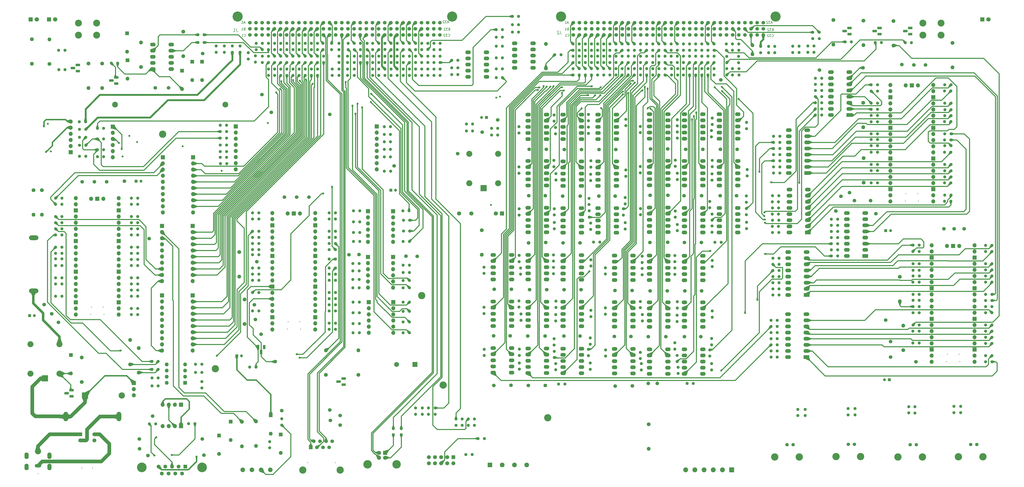
<source format=gbl>
%TF.GenerationSoftware,KiCad,Pcbnew,7.0.5*%
%TF.CreationDate,2024-10-26T20:20:03-04:00*%
%TF.ProjectId,Interconnect,496e7465-7263-46f6-9e6e-6563742e6b69,1.1*%
%TF.SameCoordinates,Original*%
%TF.FileFunction,Copper,L4,Bot*%
%TF.FilePolarity,Positive*%
%FSLAX46Y46*%
G04 Gerber Fmt 4.6, Leading zero omitted, Abs format (unit mm)*
G04 Created by KiCad (PCBNEW 7.0.5) date 2024-10-26 20:20:03*
%MOMM*%
%LPD*%
G01*
G04 APERTURE LIST*
G04 Aperture macros list*
%AMRoundRect*
0 Rectangle with rounded corners*
0 $1 Rounding radius*
0 $2 $3 $4 $5 $6 $7 $8 $9 X,Y pos of 4 corners*
0 Add a 4 corners polygon primitive as box body*
4,1,4,$2,$3,$4,$5,$6,$7,$8,$9,$2,$3,0*
0 Add four circle primitives for the rounded corners*
1,1,$1+$1,$2,$3*
1,1,$1+$1,$4,$5*
1,1,$1+$1,$6,$7*
1,1,$1+$1,$8,$9*
0 Add four rect primitives between the rounded corners*
20,1,$1+$1,$2,$3,$4,$5,0*
20,1,$1+$1,$4,$5,$6,$7,0*
20,1,$1+$1,$6,$7,$8,$9,0*
20,1,$1+$1,$8,$9,$2,$3,0*%
G04 Aperture macros list end*
%ADD10C,0.150000*%
%TA.AperFunction,NonConductor*%
%ADD11C,0.150000*%
%TD*%
%TA.AperFunction,ComponentPad*%
%ADD12C,1.300000*%
%TD*%
%TA.AperFunction,ComponentPad*%
%ADD13R,1.650000X1.650000*%
%TD*%
%TA.AperFunction,ComponentPad*%
%ADD14C,1.650000*%
%TD*%
%TA.AperFunction,ComponentPad*%
%ADD15C,1.500000*%
%TD*%
%TA.AperFunction,ComponentPad*%
%ADD16C,2.400000*%
%TD*%
%TA.AperFunction,ComponentPad*%
%ADD17O,2.400000X2.400000*%
%TD*%
%TA.AperFunction,ComponentPad*%
%ADD18R,2.400000X1.600000*%
%TD*%
%TA.AperFunction,ComponentPad*%
%ADD19O,2.400000X1.600000*%
%TD*%
%TA.AperFunction,ComponentPad*%
%ADD20C,1.600000*%
%TD*%
%TA.AperFunction,ComponentPad*%
%ADD21O,1.600000X1.600000*%
%TD*%
%TA.AperFunction,ComponentPad*%
%ADD22O,2.300000X1.600000*%
%TD*%
%TA.AperFunction,ComponentPad*%
%ADD23R,1.700000X1.700000*%
%TD*%
%TA.AperFunction,ComponentPad*%
%ADD24O,1.700000X1.700000*%
%TD*%
%TA.AperFunction,ComponentPad*%
%ADD25R,1.800000X1.100000*%
%TD*%
%TA.AperFunction,ComponentPad*%
%ADD26RoundRect,0.275000X0.625000X-0.275000X0.625000X0.275000X-0.625000X0.275000X-0.625000X-0.275000X0*%
%TD*%
%TA.AperFunction,ComponentPad*%
%ADD27R,2.025000X2.025000*%
%TD*%
%TA.AperFunction,ComponentPad*%
%ADD28C,2.025000*%
%TD*%
%TA.AperFunction,ComponentPad*%
%ADD29R,1.600000X1.600000*%
%TD*%
%TA.AperFunction,ComponentPad*%
%ADD30C,3.000000*%
%TD*%
%TA.AperFunction,ComponentPad*%
%ADD31R,1.200000X1.200000*%
%TD*%
%TA.AperFunction,ComponentPad*%
%ADD32C,1.200000*%
%TD*%
%TA.AperFunction,ComponentPad*%
%ADD33C,4.200000*%
%TD*%
%TA.AperFunction,ComponentPad*%
%ADD34R,1.500000X1.500000*%
%TD*%
%TA.AperFunction,ComponentPad*%
%ADD35R,2.500000X2.500000*%
%TD*%
%TA.AperFunction,ComponentPad*%
%ADD36O,2.500000X2.500000*%
%TD*%
%TA.AperFunction,ComponentPad*%
%ADD37C,4.000000*%
%TD*%
%TA.AperFunction,ComponentPad*%
%ADD38C,1.905000*%
%TD*%
%TA.AperFunction,ComponentPad*%
%ADD39C,1.700000*%
%TD*%
%TA.AperFunction,ComponentPad*%
%ADD40C,3.500000*%
%TD*%
%TA.AperFunction,ComponentPad*%
%ADD41O,3.900000X1.950000*%
%TD*%
%TA.AperFunction,ComponentPad*%
%ADD42C,1.398000*%
%TD*%
%TA.AperFunction,ComponentPad*%
%ADD43C,3.015000*%
%TD*%
%TA.AperFunction,ComponentPad*%
%ADD44R,1.800000X1.800000*%
%TD*%
%TA.AperFunction,ComponentPad*%
%ADD45C,1.800000*%
%TD*%
%TA.AperFunction,ComponentPad*%
%ADD46R,2.600000X2.600000*%
%TD*%
%TA.AperFunction,ComponentPad*%
%ADD47O,2.600000X2.600000*%
%TD*%
%TA.AperFunction,ComponentPad*%
%ADD48C,2.850000*%
%TD*%
%TA.AperFunction,ComponentPad*%
%ADD49C,2.550000*%
%TD*%
%TA.AperFunction,ComponentPad*%
%ADD50O,2.700002X1.400000*%
%TD*%
%TA.AperFunction,ComponentPad*%
%ADD51O,1.750000X2.750000*%
%TD*%
%TA.AperFunction,ComponentPad*%
%ADD52R,1.950000X1.950000*%
%TD*%
%TA.AperFunction,ComponentPad*%
%ADD53C,1.950000*%
%TD*%
%TA.AperFunction,ComponentPad*%
%ADD54R,1.725000X1.725000*%
%TD*%
%TA.AperFunction,ComponentPad*%
%ADD55C,1.725000*%
%TD*%
%TA.AperFunction,ComponentPad*%
%ADD56O,1.950000X3.900000*%
%TD*%
%TA.AperFunction,ComponentPad*%
%ADD57R,2.000000X2.000000*%
%TD*%
%TA.AperFunction,ComponentPad*%
%ADD58C,2.000000*%
%TD*%
%TA.AperFunction,ComponentPad*%
%ADD59R,1.100000X1.800000*%
%TD*%
%TA.AperFunction,ComponentPad*%
%ADD60RoundRect,0.275000X0.275000X0.625000X-0.275000X0.625000X-0.275000X-0.625000X0.275000X-0.625000X0*%
%TD*%
%TA.AperFunction,ViaPad*%
%ADD61C,0.800000*%
%TD*%
%TA.AperFunction,Conductor*%
%ADD62C,0.600000*%
%TD*%
%TA.AperFunction,Conductor*%
%ADD63C,0.400000*%
%TD*%
%TA.AperFunction,Conductor*%
%ADD64C,1.500000*%
%TD*%
%TA.AperFunction,Conductor*%
%ADD65C,0.800000*%
%TD*%
%TA.AperFunction,Conductor*%
%ADD66C,0.762000*%
%TD*%
%TA.AperFunction,Conductor*%
%ADD67C,1.000000*%
%TD*%
%ADD68C,0.350000*%
%ADD69O,2.005555X0.800000*%
%ADD70O,1.000000X2.000000*%
G04 APERTURE END LIST*
D10*
D11*
X226884285Y188260896D02*
X226408095Y188260896D01*
X226979523Y187975181D02*
X226646190Y188975181D01*
X226646190Y188975181D02*
X226312857Y187975181D01*
X225455714Y187975181D02*
X226027142Y187975181D01*
X225741428Y187975181D02*
X225741428Y188975181D01*
X225741428Y188975181D02*
X225836666Y188832324D01*
X225836666Y188832324D02*
X225931904Y188737086D01*
X225931904Y188737086D02*
X226027142Y188689467D01*
D10*
D11*
X311358275Y188317961D02*
X310882085Y188317961D01*
X311453513Y188032246D02*
X311120180Y189032246D01*
X311120180Y189032246D02*
X310786847Y188032246D01*
X310548751Y189032246D02*
X309929704Y189032246D01*
X309929704Y189032246D02*
X310263037Y188651294D01*
X310263037Y188651294D02*
X310120180Y188651294D01*
X310120180Y188651294D02*
X310024942Y188603675D01*
X310024942Y188603675D02*
X309977323Y188556056D01*
X309977323Y188556056D02*
X309929704Y188460818D01*
X309929704Y188460818D02*
X309929704Y188222723D01*
X309929704Y188222723D02*
X309977323Y188127485D01*
X309977323Y188127485D02*
X310024942Y188079865D01*
X310024942Y188079865D02*
X310120180Y188032246D01*
X310120180Y188032246D02*
X310405894Y188032246D01*
X310405894Y188032246D02*
X310501132Y188079865D01*
X310501132Y188079865D02*
X310548751Y188127485D01*
X309548751Y188937008D02*
X309501132Y188984627D01*
X309501132Y188984627D02*
X309405894Y189032246D01*
X309405894Y189032246D02*
X309167799Y189032246D01*
X309167799Y189032246D02*
X309072561Y188984627D01*
X309072561Y188984627D02*
X309024942Y188937008D01*
X309024942Y188937008D02*
X308977323Y188841770D01*
X308977323Y188841770D02*
X308977323Y188746532D01*
X308977323Y188746532D02*
X309024942Y188603675D01*
X309024942Y188603675D02*
X309596370Y188032246D01*
X309596370Y188032246D02*
X308977323Y188032246D01*
D10*
D11*
X226676361Y185730391D02*
X226533504Y185682772D01*
X226533504Y185682772D02*
X226485885Y185635153D01*
X226485885Y185635153D02*
X226438266Y185539915D01*
X226438266Y185539915D02*
X226438266Y185397058D01*
X226438266Y185397058D02*
X226485885Y185301820D01*
X226485885Y185301820D02*
X226533504Y185254200D01*
X226533504Y185254200D02*
X226628742Y185206581D01*
X226628742Y185206581D02*
X227009694Y185206581D01*
X227009694Y185206581D02*
X227009694Y186206581D01*
X227009694Y186206581D02*
X226676361Y186206581D01*
X226676361Y186206581D02*
X226581123Y186158962D01*
X226581123Y186158962D02*
X226533504Y186111343D01*
X226533504Y186111343D02*
X226485885Y186016105D01*
X226485885Y186016105D02*
X226485885Y185920867D01*
X226485885Y185920867D02*
X226533504Y185825629D01*
X226533504Y185825629D02*
X226581123Y185778010D01*
X226581123Y185778010D02*
X226676361Y185730391D01*
X226676361Y185730391D02*
X227009694Y185730391D01*
X225485885Y185206581D02*
X226057313Y185206581D01*
X225771599Y185206581D02*
X225771599Y186206581D01*
X225771599Y186206581D02*
X225866837Y186063724D01*
X225866837Y186063724D02*
X225962075Y185968486D01*
X225962075Y185968486D02*
X226057313Y185920867D01*
D10*
D11*
X92848485Y188292561D02*
X92372295Y188292561D01*
X92943723Y188006846D02*
X92610390Y189006846D01*
X92610390Y189006846D02*
X92277057Y188006846D01*
X91419914Y188006846D02*
X91991342Y188006846D01*
X91705628Y188006846D02*
X91705628Y189006846D01*
X91705628Y189006846D02*
X91800866Y188863989D01*
X91800866Y188863989D02*
X91896104Y188768751D01*
X91896104Y188768751D02*
X91991342Y188721132D01*
D10*
D11*
X311217057Y182564885D02*
X311264676Y182517265D01*
X311264676Y182517265D02*
X311407533Y182469646D01*
X311407533Y182469646D02*
X311502771Y182469646D01*
X311502771Y182469646D02*
X311645628Y182517265D01*
X311645628Y182517265D02*
X311740866Y182612504D01*
X311740866Y182612504D02*
X311788485Y182707742D01*
X311788485Y182707742D02*
X311836104Y182898218D01*
X311836104Y182898218D02*
X311836104Y183041075D01*
X311836104Y183041075D02*
X311788485Y183231551D01*
X311788485Y183231551D02*
X311740866Y183326789D01*
X311740866Y183326789D02*
X311645628Y183422027D01*
X311645628Y183422027D02*
X311502771Y183469646D01*
X311502771Y183469646D02*
X311407533Y183469646D01*
X311407533Y183469646D02*
X311264676Y183422027D01*
X311264676Y183422027D02*
X311217057Y183374408D01*
X310883723Y183469646D02*
X310264676Y183469646D01*
X310264676Y183469646D02*
X310598009Y183088694D01*
X310598009Y183088694D02*
X310455152Y183088694D01*
X310455152Y183088694D02*
X310359914Y183041075D01*
X310359914Y183041075D02*
X310312295Y182993456D01*
X310312295Y182993456D02*
X310264676Y182898218D01*
X310264676Y182898218D02*
X310264676Y182660123D01*
X310264676Y182660123D02*
X310312295Y182564885D01*
X310312295Y182564885D02*
X310359914Y182517265D01*
X310359914Y182517265D02*
X310455152Y182469646D01*
X310455152Y182469646D02*
X310740866Y182469646D01*
X310740866Y182469646D02*
X310836104Y182517265D01*
X310836104Y182517265D02*
X310883723Y182564885D01*
X309883723Y183374408D02*
X309836104Y183422027D01*
X309836104Y183422027D02*
X309740866Y183469646D01*
X309740866Y183469646D02*
X309502771Y183469646D01*
X309502771Y183469646D02*
X309407533Y183422027D01*
X309407533Y183422027D02*
X309359914Y183374408D01*
X309359914Y183374408D02*
X309312295Y183279170D01*
X309312295Y183279170D02*
X309312295Y183183932D01*
X309312295Y183183932D02*
X309359914Y183041075D01*
X309359914Y183041075D02*
X309931342Y182469646D01*
X309931342Y182469646D02*
X309312295Y182469646D01*
D10*
D11*
X226539866Y182685620D02*
X226587485Y182638000D01*
X226587485Y182638000D02*
X226730342Y182590381D01*
X226730342Y182590381D02*
X226825580Y182590381D01*
X226825580Y182590381D02*
X226968437Y182638000D01*
X226968437Y182638000D02*
X227063675Y182733239D01*
X227063675Y182733239D02*
X227111294Y182828477D01*
X227111294Y182828477D02*
X227158913Y183018953D01*
X227158913Y183018953D02*
X227158913Y183161810D01*
X227158913Y183161810D02*
X227111294Y183352286D01*
X227111294Y183352286D02*
X227063675Y183447524D01*
X227063675Y183447524D02*
X226968437Y183542762D01*
X226968437Y183542762D02*
X226825580Y183590381D01*
X226825580Y183590381D02*
X226730342Y183590381D01*
X226730342Y183590381D02*
X226587485Y183542762D01*
X226587485Y183542762D02*
X226539866Y183495143D01*
X225587485Y182590381D02*
X226158913Y182590381D01*
X225873199Y182590381D02*
X225873199Y183590381D01*
X225873199Y183590381D02*
X225968437Y183447524D01*
X225968437Y183447524D02*
X226063675Y183352286D01*
X226063675Y183352286D02*
X226158913Y183304667D01*
D10*
D11*
X92640561Y185762056D02*
X92497704Y185714437D01*
X92497704Y185714437D02*
X92450085Y185666818D01*
X92450085Y185666818D02*
X92402466Y185571580D01*
X92402466Y185571580D02*
X92402466Y185428723D01*
X92402466Y185428723D02*
X92450085Y185333485D01*
X92450085Y185333485D02*
X92497704Y185285865D01*
X92497704Y185285865D02*
X92592942Y185238246D01*
X92592942Y185238246D02*
X92973894Y185238246D01*
X92973894Y185238246D02*
X92973894Y186238246D01*
X92973894Y186238246D02*
X92640561Y186238246D01*
X92640561Y186238246D02*
X92545323Y186190627D01*
X92545323Y186190627D02*
X92497704Y186143008D01*
X92497704Y186143008D02*
X92450085Y186047770D01*
X92450085Y186047770D02*
X92450085Y185952532D01*
X92450085Y185952532D02*
X92497704Y185857294D01*
X92497704Y185857294D02*
X92545323Y185809675D01*
X92545323Y185809675D02*
X92640561Y185762056D01*
X92640561Y185762056D02*
X92973894Y185762056D01*
X91450085Y185238246D02*
X92021513Y185238246D01*
X91735799Y185238246D02*
X91735799Y186238246D01*
X91735799Y186238246D02*
X91831037Y186095389D01*
X91831037Y186095389D02*
X91926275Y186000151D01*
X91926275Y186000151D02*
X92021513Y185952532D01*
D10*
D11*
X92504066Y182717285D02*
X92551685Y182669665D01*
X92551685Y182669665D02*
X92694542Y182622046D01*
X92694542Y182622046D02*
X92789780Y182622046D01*
X92789780Y182622046D02*
X92932637Y182669665D01*
X92932637Y182669665D02*
X93027875Y182764904D01*
X93027875Y182764904D02*
X93075494Y182860142D01*
X93075494Y182860142D02*
X93123113Y183050618D01*
X93123113Y183050618D02*
X93123113Y183193475D01*
X93123113Y183193475D02*
X93075494Y183383951D01*
X93075494Y183383951D02*
X93027875Y183479189D01*
X93027875Y183479189D02*
X92932637Y183574427D01*
X92932637Y183574427D02*
X92789780Y183622046D01*
X92789780Y183622046D02*
X92694542Y183622046D01*
X92694542Y183622046D02*
X92551685Y183574427D01*
X92551685Y183574427D02*
X92504066Y183526808D01*
X91551685Y182622046D02*
X92123113Y182622046D01*
X91837399Y182622046D02*
X91837399Y183622046D01*
X91837399Y183622046D02*
X91932637Y183479189D01*
X91932637Y183479189D02*
X92027875Y183383951D01*
X92027875Y183383951D02*
X92123113Y183336332D01*
D10*
D11*
X223555332Y184900861D02*
X223555332Y183972289D01*
X223555332Y183972289D02*
X223617237Y183786575D01*
X223617237Y183786575D02*
X223741046Y183662765D01*
X223741046Y183662765D02*
X223926761Y183600861D01*
X223926761Y183600861D02*
X224050570Y183600861D01*
X222998189Y184777051D02*
X222936285Y184838956D01*
X222936285Y184838956D02*
X222812475Y184900861D01*
X222812475Y184900861D02*
X222502951Y184900861D01*
X222502951Y184900861D02*
X222379142Y184838956D01*
X222379142Y184838956D02*
X222317237Y184777051D01*
X222317237Y184777051D02*
X222255332Y184653242D01*
X222255332Y184653242D02*
X222255332Y184529432D01*
X222255332Y184529432D02*
X222317237Y184343718D01*
X222317237Y184343718D02*
X223060094Y183600861D01*
X223060094Y183600861D02*
X222255332Y183600861D01*
D10*
D11*
X177271675Y188495761D02*
X176795485Y188495761D01*
X177366913Y188210046D02*
X177033580Y189210046D01*
X177033580Y189210046D02*
X176700247Y188210046D01*
X176462151Y189210046D02*
X175843104Y189210046D01*
X175843104Y189210046D02*
X176176437Y188829094D01*
X176176437Y188829094D02*
X176033580Y188829094D01*
X176033580Y188829094D02*
X175938342Y188781475D01*
X175938342Y188781475D02*
X175890723Y188733856D01*
X175890723Y188733856D02*
X175843104Y188638618D01*
X175843104Y188638618D02*
X175843104Y188400523D01*
X175843104Y188400523D02*
X175890723Y188305285D01*
X175890723Y188305285D02*
X175938342Y188257665D01*
X175938342Y188257665D02*
X176033580Y188210046D01*
X176033580Y188210046D02*
X176319294Y188210046D01*
X176319294Y188210046D02*
X176414532Y188257665D01*
X176414532Y188257665D02*
X176462151Y188305285D01*
X175462151Y189114808D02*
X175414532Y189162427D01*
X175414532Y189162427D02*
X175319294Y189210046D01*
X175319294Y189210046D02*
X175081199Y189210046D01*
X175081199Y189210046D02*
X174985961Y189162427D01*
X174985961Y189162427D02*
X174938342Y189114808D01*
X174938342Y189114808D02*
X174890723Y189019570D01*
X174890723Y189019570D02*
X174890723Y188924332D01*
X174890723Y188924332D02*
X174938342Y188781475D01*
X174938342Y188781475D02*
X175509770Y188210046D01*
X175509770Y188210046D02*
X174890723Y188210046D01*
D10*
D11*
X177130457Y182742685D02*
X177178076Y182695065D01*
X177178076Y182695065D02*
X177320933Y182647446D01*
X177320933Y182647446D02*
X177416171Y182647446D01*
X177416171Y182647446D02*
X177559028Y182695065D01*
X177559028Y182695065D02*
X177654266Y182790304D01*
X177654266Y182790304D02*
X177701885Y182885542D01*
X177701885Y182885542D02*
X177749504Y183076018D01*
X177749504Y183076018D02*
X177749504Y183218875D01*
X177749504Y183218875D02*
X177701885Y183409351D01*
X177701885Y183409351D02*
X177654266Y183504589D01*
X177654266Y183504589D02*
X177559028Y183599827D01*
X177559028Y183599827D02*
X177416171Y183647446D01*
X177416171Y183647446D02*
X177320933Y183647446D01*
X177320933Y183647446D02*
X177178076Y183599827D01*
X177178076Y183599827D02*
X177130457Y183552208D01*
X176797123Y183647446D02*
X176178076Y183647446D01*
X176178076Y183647446D02*
X176511409Y183266494D01*
X176511409Y183266494D02*
X176368552Y183266494D01*
X176368552Y183266494D02*
X176273314Y183218875D01*
X176273314Y183218875D02*
X176225695Y183171256D01*
X176225695Y183171256D02*
X176178076Y183076018D01*
X176178076Y183076018D02*
X176178076Y182837923D01*
X176178076Y182837923D02*
X176225695Y182742685D01*
X176225695Y182742685D02*
X176273314Y182695065D01*
X176273314Y182695065D02*
X176368552Y182647446D01*
X176368552Y182647446D02*
X176654266Y182647446D01*
X176654266Y182647446D02*
X176749504Y182695065D01*
X176749504Y182695065D02*
X176797123Y182742685D01*
X175797123Y183552208D02*
X175749504Y183599827D01*
X175749504Y183599827D02*
X175654266Y183647446D01*
X175654266Y183647446D02*
X175416171Y183647446D01*
X175416171Y183647446D02*
X175320933Y183599827D01*
X175320933Y183599827D02*
X175273314Y183552208D01*
X175273314Y183552208D02*
X175225695Y183456970D01*
X175225695Y183456970D02*
X175225695Y183361732D01*
X175225695Y183361732D02*
X175273314Y183218875D01*
X175273314Y183218875D02*
X175844742Y182647446D01*
X175844742Y182647446D02*
X175225695Y182647446D01*
D10*
D11*
X177470152Y185685856D02*
X177327295Y185638237D01*
X177327295Y185638237D02*
X177279676Y185590618D01*
X177279676Y185590618D02*
X177232057Y185495380D01*
X177232057Y185495380D02*
X177232057Y185352523D01*
X177232057Y185352523D02*
X177279676Y185257285D01*
X177279676Y185257285D02*
X177327295Y185209665D01*
X177327295Y185209665D02*
X177422533Y185162046D01*
X177422533Y185162046D02*
X177803485Y185162046D01*
X177803485Y185162046D02*
X177803485Y186162046D01*
X177803485Y186162046D02*
X177470152Y186162046D01*
X177470152Y186162046D02*
X177374914Y186114427D01*
X177374914Y186114427D02*
X177327295Y186066808D01*
X177327295Y186066808D02*
X177279676Y185971570D01*
X177279676Y185971570D02*
X177279676Y185876332D01*
X177279676Y185876332D02*
X177327295Y185781094D01*
X177327295Y185781094D02*
X177374914Y185733475D01*
X177374914Y185733475D02*
X177470152Y185685856D01*
X177470152Y185685856D02*
X177803485Y185685856D01*
X176898723Y186162046D02*
X176279676Y186162046D01*
X176279676Y186162046D02*
X176613009Y185781094D01*
X176613009Y185781094D02*
X176470152Y185781094D01*
X176470152Y185781094D02*
X176374914Y185733475D01*
X176374914Y185733475D02*
X176327295Y185685856D01*
X176327295Y185685856D02*
X176279676Y185590618D01*
X176279676Y185590618D02*
X176279676Y185352523D01*
X176279676Y185352523D02*
X176327295Y185257285D01*
X176327295Y185257285D02*
X176374914Y185209665D01*
X176374914Y185209665D02*
X176470152Y185162046D01*
X176470152Y185162046D02*
X176755866Y185162046D01*
X176755866Y185162046D02*
X176851104Y185209665D01*
X176851104Y185209665D02*
X176898723Y185257285D01*
X175898723Y186066808D02*
X175851104Y186114427D01*
X175851104Y186114427D02*
X175755866Y186162046D01*
X175755866Y186162046D02*
X175517771Y186162046D01*
X175517771Y186162046D02*
X175422533Y186114427D01*
X175422533Y186114427D02*
X175374914Y186066808D01*
X175374914Y186066808D02*
X175327295Y185971570D01*
X175327295Y185971570D02*
X175327295Y185876332D01*
X175327295Y185876332D02*
X175374914Y185733475D01*
X175374914Y185733475D02*
X175946342Y185162046D01*
X175946342Y185162046D02*
X175327295Y185162046D01*
D10*
D11*
X311556752Y185508056D02*
X311413895Y185460437D01*
X311413895Y185460437D02*
X311366276Y185412818D01*
X311366276Y185412818D02*
X311318657Y185317580D01*
X311318657Y185317580D02*
X311318657Y185174723D01*
X311318657Y185174723D02*
X311366276Y185079485D01*
X311366276Y185079485D02*
X311413895Y185031865D01*
X311413895Y185031865D02*
X311509133Y184984246D01*
X311509133Y184984246D02*
X311890085Y184984246D01*
X311890085Y184984246D02*
X311890085Y185984246D01*
X311890085Y185984246D02*
X311556752Y185984246D01*
X311556752Y185984246D02*
X311461514Y185936627D01*
X311461514Y185936627D02*
X311413895Y185889008D01*
X311413895Y185889008D02*
X311366276Y185793770D01*
X311366276Y185793770D02*
X311366276Y185698532D01*
X311366276Y185698532D02*
X311413895Y185603294D01*
X311413895Y185603294D02*
X311461514Y185555675D01*
X311461514Y185555675D02*
X311556752Y185508056D01*
X311556752Y185508056D02*
X311890085Y185508056D01*
X310985323Y185984246D02*
X310366276Y185984246D01*
X310366276Y185984246D02*
X310699609Y185603294D01*
X310699609Y185603294D02*
X310556752Y185603294D01*
X310556752Y185603294D02*
X310461514Y185555675D01*
X310461514Y185555675D02*
X310413895Y185508056D01*
X310413895Y185508056D02*
X310366276Y185412818D01*
X310366276Y185412818D02*
X310366276Y185174723D01*
X310366276Y185174723D02*
X310413895Y185079485D01*
X310413895Y185079485D02*
X310461514Y185031865D01*
X310461514Y185031865D02*
X310556752Y184984246D01*
X310556752Y184984246D02*
X310842466Y184984246D01*
X310842466Y184984246D02*
X310937704Y185031865D01*
X310937704Y185031865D02*
X310985323Y185079485D01*
X309985323Y185889008D02*
X309937704Y185936627D01*
X309937704Y185936627D02*
X309842466Y185984246D01*
X309842466Y185984246D02*
X309604371Y185984246D01*
X309604371Y185984246D02*
X309509133Y185936627D01*
X309509133Y185936627D02*
X309461514Y185889008D01*
X309461514Y185889008D02*
X309413895Y185793770D01*
X309413895Y185793770D02*
X309413895Y185698532D01*
X309413895Y185698532D02*
X309461514Y185555675D01*
X309461514Y185555675D02*
X310032942Y184984246D01*
X310032942Y184984246D02*
X309413895Y184984246D01*
D10*
D11*
X89363332Y185946396D02*
X89363332Y185017824D01*
X89363332Y185017824D02*
X89425237Y184832110D01*
X89425237Y184832110D02*
X89549046Y184708300D01*
X89549046Y184708300D02*
X89734761Y184646396D01*
X89734761Y184646396D02*
X89858570Y184646396D01*
X88063332Y184646396D02*
X88806189Y184646396D01*
X88434761Y184646396D02*
X88434761Y185946396D01*
X88434761Y185946396D02*
X88558570Y185760681D01*
X88558570Y185760681D02*
X88682380Y185636872D01*
X88682380Y185636872D02*
X88806189Y185574967D01*
D12*
%TO.P,NT150,1,1*%
%TO.N,PR0_2*%
X122919000Y166536865D03*
%TO.P,NT150,2,2*%
%TO.N,Net-(J1-PadC12)*%
X122919000Y169136865D03*
%TD*%
D13*
%TO.P,J26,1,1*%
%TO.N,Net-(J26-Pad1)*%
X179240000Y8282500D03*
D14*
%TO.P,J26,2,2*%
%TO.N,Net-(J26-Pad2)*%
X179240000Y5742500D03*
%TO.P,J26,3,3*%
%TO.N,Net-(J26-Pad3)*%
X176700000Y8282500D03*
%TO.P,J26,4,4*%
%TO.N,Net-(J26-Pad4)*%
X176700000Y5742500D03*
%TO.P,J26,5,5*%
%TO.N,Net-(J26-Pad5)*%
X174160000Y8282500D03*
%TO.P,J26,6,6*%
%TO.N,Net-(J26-Pad6)*%
X174160000Y5742500D03*
%TO.P,J26,7,7*%
%TO.N,Net-(J26-Pad7)*%
X171620000Y8282500D03*
%TO.P,J26,8,8*%
%TO.N,Net-(J26-Pad8)*%
X171620000Y5742500D03*
%TO.P,J26,9,9*%
%TO.N,Net-(J26-Pad9)*%
X169080000Y8282500D03*
%TO.P,J26,10,10*%
%TO.N,Net-(J26-Pad10)*%
X169080000Y5742500D03*
%TD*%
D12*
%TO.P,NT125,1,1*%
%TO.N,Net-(J2-PadA20)*%
X277097000Y179550865D03*
%TO.P,NT125,2,2*%
%TO.N,B40_L*%
X277097000Y176950865D03*
%TD*%
%TO.P,NT346,1,1*%
%TO.N,B36_D*%
X369680000Y96160200D03*
%TO.P,NT346,2,2*%
%TO.N,Net-(U3-GPIO16)*%
X372280000Y96160200D03*
%TD*%
%TO.P,NT523,1,1*%
%TO.N,Net-(U18-O5)*%
X314480000Y136213865D03*
%TO.P,NT523,2,2*%
%TO.N,B44_R*%
X311880000Y136213865D03*
%TD*%
%TO.P,NT144,1,1*%
%TO.N,Net-(J2-PadC9)*%
X249157000Y169263865D03*
%TO.P,NT144,2,2*%
%TO.N,B25_H*%
X249157000Y166663865D03*
%TD*%
%TO.P,NT208,1,1*%
%TO.N,SSR1_POS*%
X161019000Y166536865D03*
%TO.P,NT208,2,2*%
%TO.N,Net-(J1-PadC27)*%
X161019000Y169136865D03*
%TD*%
D15*
%TO.P,TP41,1,1*%
%TO.N,Net-(U3-VBUS)*%
X370929200Y47824000D03*
%TD*%
D12*
%TO.P,NT75,1,1*%
%TO.N,JTAG_TDI*%
X155939000Y171870865D03*
%TO.P,NT75,2,2*%
%TO.N,Net-(J1-PadB25)*%
X155939000Y174470865D03*
%TD*%
%TO.P,NT237,1,1*%
%TO.N,SPI0_CLK*%
X130330744Y68874121D03*
%TO.P,NT237,2,2*%
%TO.N,Net-(U1-GPIO2)*%
X127730744Y68874121D03*
%TD*%
%TO.P,NT246,1,1*%
%TO.N,Net-(U2-ADC_VREF)*%
X17001000Y80088865D03*
%TO.P,NT246,2,2*%
%TO.N,Net-(NT246-Pad2)*%
X14401000Y80088865D03*
%TD*%
D16*
%TO.P,R29,1*%
%TO.N,PWR_RES_H*%
X38990000Y154360000D03*
D17*
%TO.P,R29,2*%
%TO.N,PWR_RES_L*%
X84710000Y154360000D03*
%TD*%
D12*
%TO.P,NT331,1,1*%
%TO.N,B41_D*%
X385432600Y149830400D03*
%TO.P,NT331,2,2*%
%TO.N,Net-(U4-GPIO11)*%
X382832600Y149830400D03*
%TD*%
D15*
%TO.P,TP28,1,1*%
%TO.N,Net-(NT238-Pad2)*%
X97153744Y65318121D03*
%TD*%
D18*
%TO.P,U14,1,I1*%
%TO.N,B27_D*%
X343279000Y150071865D03*
D19*
%TO.P,U14,2,I2*%
%TO.N,B2S_D*%
X343279000Y152611865D03*
%TO.P,U14,3,I3*%
%TO.N,B47_D*%
X343279000Y155151865D03*
%TO.P,U14,4,I4*%
%TO.N,B4S_D*%
X343279000Y157691865D03*
%TO.P,U14,5,I5*%
%TO.N,LPR2*%
X343279000Y160231865D03*
%TO.P,U14,6,I6*%
%TO.N,LPR1*%
X343279000Y162771865D03*
%TO.P,U14,7,I7*%
%TO.N,Net-(U14-I7)*%
X343279000Y165311865D03*
%TO.P,U14,8,GND*%
%TO.N,GND*%
X343279000Y167851865D03*
%TO.P,U14,9,COM*%
%TO.N,VCC*%
X335659000Y167851865D03*
%TO.P,U14,10,O7*%
%TO.N,Net-(U14-O7)*%
X335659000Y165311865D03*
%TO.P,U14,11,O6*%
%TO.N,Net-(U14-O6)*%
X335659000Y162771865D03*
%TO.P,U14,12,O5*%
%TO.N,Net-(U14-O5)*%
X335659000Y160231865D03*
%TO.P,U14,13,O4*%
%TO.N,Net-(U14-O4)*%
X335659000Y157691865D03*
%TO.P,U14,14,O3*%
%TO.N,Net-(U14-O3)*%
X335659000Y155151865D03*
%TO.P,U14,15,O2*%
%TO.N,Net-(U14-O2)*%
X335659000Y152611865D03*
%TO.P,U14,16,O1*%
%TO.N,Net-(U14-O1)*%
X335659000Y150071865D03*
%TD*%
D12*
%TO.P,NT353,1,1*%
%TO.N,/Relay_Bank2/BANK2_BUS_H*%
X235187000Y150310865D03*
%TO.P,NT353,2,2*%
%TO.N,/Relay_Bank2/B23_CL*%
X235187000Y147710865D03*
%TD*%
%TO.P,NT147,1,1*%
%TO.N,Net-(J2-PadC10)*%
X251697000Y169263865D03*
%TO.P,NT147,2,2*%
%TO.N,B25_L*%
X251697000Y166663865D03*
%TD*%
%TO.P,NT157,1,1*%
%TO.N,K1_LP_NC1*%
X166099000Y177204865D03*
%TO.P,NT157,2,2*%
%TO.N,Net-(J1-PadA29)*%
X166099000Y179804865D03*
%TD*%
D20*
%TO.P,R35,1*%
%TO.N,Net-(Q22-B)*%
X361552000Y189045865D03*
D21*
%TO.P,R35,2*%
%TO.N,S2_IO28*%
X361552000Y178885865D03*
%TD*%
D12*
%TO.P,NT117,1,1*%
%TO.N,Net-(J2-PadA18)*%
X272015587Y179550865D03*
%TO.P,NT117,2,2*%
%TO.N,B36_L*%
X272015587Y176950865D03*
%TD*%
D22*
%TO.P,K25,1*%
%TO.N,VCC*%
X217788000Y120835105D03*
%TO.P,K25,2*%
%TO.N,Net-(K25-Pad2)*%
X217788000Y123375105D03*
%TO.P,K25,3*%
%TO.N,/Relay_Bank2/B21_CL*%
X217788000Y125915105D03*
%TO.P,K25,4*%
%TO.N,B21_L*%
X217788000Y128455105D03*
%TO.P,K25,5*%
%TO.N,N/C*%
X217788000Y130995105D03*
%TO.P,K25,6*%
X210168000Y130995105D03*
%TO.P,K25,7*%
%TO.N,B21_H*%
X210168000Y128455105D03*
%TO.P,K25,8*%
%TO.N,/Relay_Bank2/B21_CH*%
X210168000Y125915105D03*
%TO.P,K25,9*%
%TO.N,Net-(K25-Pad9)*%
X210168000Y123375105D03*
%TO.P,K25,10*%
%TO.N,B21_R*%
X210168000Y120835105D03*
%TD*%
D12*
%TO.P,NT406,1,1*%
%TO.N,Net-(K20-Pad4)*%
X206261000Y190950865D03*
%TO.P,NT406,2,2*%
%TO.N,K1_LP_NO2*%
X203661000Y190950865D03*
%TD*%
D22*
%TO.P,K38,1*%
%TO.N,VCC*%
X268103300Y42830105D03*
%TO.P,K38,2*%
%TO.N,Net-(K38-Pad2)*%
X268103300Y45370105D03*
%TO.P,K38,3*%
%TO.N,/Relay_Bank3/B35_CL*%
X268103300Y47910105D03*
%TO.P,K38,4*%
%TO.N,B35_L*%
X268103300Y50450105D03*
%TO.P,K38,5*%
%TO.N,N/C*%
X268103300Y52990105D03*
%TO.P,K38,6*%
X260483300Y52990105D03*
%TO.P,K38,7*%
%TO.N,B35_H*%
X260483300Y50450105D03*
%TO.P,K38,8*%
%TO.N,/Relay_Bank3/B35_CH*%
X260483300Y47910105D03*
%TO.P,K38,9*%
%TO.N,Net-(K38-Pad9)*%
X260483300Y45370105D03*
%TO.P,K38,10*%
%TO.N,B35_R*%
X260483300Y42830105D03*
%TD*%
D23*
%TO.P,J31,1,Pin_1*%
%TO.N,/i2c_device/DAC_V*%
X38083000Y145230865D03*
D24*
%TO.P,J31,2,Pin_2*%
%TO.N,GND*%
X38083000Y142690865D03*
%TO.P,J31,3,Pin_3*%
%TO.N,/i2c_device/DAC_SCL*%
X38083000Y140150865D03*
%TO.P,J31,4,Pin_4*%
%TO.N,/i2c_device/DAC_SDA*%
X38083000Y137610865D03*
%TO.P,J31,5,Pin_5*%
%TO.N,/i2c_device/DAC_VCC*%
X38083000Y135070865D03*
%TO.P,J31,6,Pin_6*%
%TO.N,GND*%
X38083000Y132530865D03*
%TD*%
D23*
%TO.P,J32,1,Pin_1*%
%TO.N,Net-(J32-Pin_1)*%
X89010000Y145360000D03*
D24*
%TO.P,J32,2,Pin_2*%
%TO.N,Net-(J32-Pin_2)*%
X89010000Y142820000D03*
%TO.P,J32,3,Pin_3*%
%TO.N,Net-(J32-Pin_3)*%
X89010000Y140280000D03*
%TO.P,J32,4,Pin_4*%
%TO.N,Net-(J32-Pin_4)*%
X89010000Y137740000D03*
%TO.P,J32,5,Pin_5*%
%TO.N,Net-(J32-Pin_5)*%
X89010000Y135200000D03*
%TO.P,J32,6,Pin_6*%
%TO.N,Net-(J32-Pin_6)*%
X89010000Y132660000D03*
%TO.P,J32,7,Pin_7*%
%TO.N,Net-(J32-Pin_7)*%
X89010000Y130120000D03*
%TO.P,J32,8,Pin_8*%
%TO.N,GND*%
X89010000Y127580000D03*
%TD*%
D12*
%TO.P,NT182,1,1*%
%TO.N,Net-(J2-PadB3)*%
X233940190Y174440865D03*
%TO.P,NT182,2,2*%
%TO.N,B14_H*%
X233940190Y171840865D03*
%TD*%
D22*
%TO.P,K29,1*%
%TO.N,VCC*%
X232266000Y101350385D03*
%TO.P,K29,2*%
%TO.N,Net-(K29-Pad2)*%
X232266000Y103890385D03*
%TO.P,K29,3*%
%TO.N,/Relay_Bank2/B25_CL*%
X232266000Y106430385D03*
%TO.P,K29,4*%
%TO.N,B25_L*%
X232266000Y108970385D03*
%TO.P,K29,5*%
%TO.N,N/C*%
X232266000Y111510385D03*
%TO.P,K29,6*%
X224646000Y111510385D03*
%TO.P,K29,7*%
%TO.N,B25_H*%
X224646000Y108970385D03*
%TO.P,K29,8*%
%TO.N,/Relay_Bank2/B25_CH*%
X224646000Y106430385D03*
%TO.P,K29,9*%
%TO.N,Net-(K29-Pad9)*%
X224646000Y103890385D03*
%TO.P,K29,10*%
%TO.N,B25_R*%
X224646000Y101350385D03*
%TD*%
D12*
%TO.P,NT273,1,1*%
%TO.N,P1_1*%
X48370000Y102948865D03*
%TO.P,NT273,2,2*%
%TO.N,Net-(U2-GPIO11)*%
X45770000Y102948865D03*
%TD*%
%TO.P,NT269,1,1*%
%TO.N,P1_0*%
X48370000Y100399865D03*
%TO.P,NT269,2,2*%
%TO.N,Net-(U2-GPIO10)*%
X45770000Y100399865D03*
%TD*%
%TO.P,NT14,1,1*%
%TO.N,/Relay_Bank1/BANK1_BUS_H*%
X221598000Y44484865D03*
%TO.P,NT14,2,2*%
%TO.N,/Relay_Bank1/B15_CL*%
X221598000Y47084865D03*
%TD*%
%TO.P,NT193,1,1*%
%TO.N,PS1_OUT_HI1*%
X150859000Y166536865D03*
%TO.P,NT193,2,2*%
%TO.N,Net-(J1-PadC23)*%
X150859000Y169136865D03*
%TD*%
%TO.P,NT450,1,1*%
%TO.N,AWG+*%
X321941000Y28111000D03*
%TO.P,NT450,2,2*%
%TO.N,Net-(J21-In)*%
X321941000Y25511000D03*
%TD*%
%TO.P,NT283,1,1*%
%TO.N,UART0-CTS*%
X130330744Y106974121D03*
%TO.P,NT283,2,2*%
%TO.N,Net-(U1-GPIO14)*%
X127730744Y106974121D03*
%TD*%
%TO.P,NT424,1,1*%
%TO.N,Net-(NT424-Pad1)*%
X137547278Y88491120D03*
%TO.P,NT424,2,2*%
%TO.N,/Communication/M3_LV1*%
X140147278Y88491120D03*
%TD*%
%TO.P,NT291,1,1*%
%TO.N,B10_D*%
X402379000Y47824000D03*
%TO.P,NT291,2,2*%
%TO.N,Net-(U3-GPIO0)*%
X399779000Y47824000D03*
%TD*%
D15*
%TO.P,TP119,1,1*%
%TO.N,Net-(K37-Pad9)*%
X260028200Y58185065D03*
%TD*%
D20*
%TO.P,R1,1*%
%TO.N,GND*%
X365646000Y52650000D03*
D21*
%TO.P,R1,2*%
%TO.N,/Pico_master/S2_I2C_ID1*%
X365646000Y62810000D03*
%TD*%
D15*
%TO.P,TP72,1,1*%
%TO.N,Net-(K19-Pad2)*%
X61210000Y161380000D03*
%TD*%
D12*
%TO.P,NT440,1,1*%
%TO.N,UART0-CTS*%
X137801278Y105827609D03*
%TO.P,NT440,2,2*%
%TO.N,/Communication/M2_LV2*%
X140401278Y105827609D03*
%TD*%
%TO.P,NT58,1,1*%
%TO.N,Net-(J2-PadA3)*%
X233894422Y179550865D03*
%TO.P,NT58,2,2*%
%TO.N,B13_H*%
X233894422Y176950865D03*
%TD*%
%TO.P,NT80,1,1*%
%TO.N,Net-(J2-PadA8)*%
X246601477Y179550865D03*
%TO.P,NT80,2,2*%
%TO.N,B20_L*%
X246601477Y176950865D03*
%TD*%
D25*
%TO.P,Q1,1,E*%
%TO.N,GND*%
X23620000Y168280000D03*
D26*
%TO.P,Q1,2,B*%
%TO.N,Net-(Q1-B)*%
X21550000Y169550000D03*
%TO.P,Q1,3,C*%
%TO.N,Net-(Q1-C)*%
X23620000Y170820000D03*
%TD*%
D12*
%TO.P,NT7,1,1*%
%TO.N,/Relay_Bank1/BANK1_BUS_H*%
X206597000Y47338865D03*
%TO.P,NT7,2,2*%
%TO.N,/Relay_Bank1/B12_CL*%
X206597000Y44738865D03*
%TD*%
D27*
%TO.P,J20,1,1*%
%TO.N,DVM_I*%
X294510000Y3000000D03*
D28*
%TO.P,J20,2,2*%
%TO.N,DVM_H*%
X290700000Y3000000D03*
%TO.P,J20,3,3*%
%TO.N,DVM_L*%
X286890000Y3000000D03*
%TO.P,J20,4,4*%
%TO.N,DVM_TRIG*%
X283080000Y3000000D03*
%TO.P,J20,5,5*%
%TO.N,DVM_SENSE_H*%
X279270000Y3000000D03*
%TO.P,J20,6,6*%
%TO.N,DVM_SENSE_L*%
X275460000Y3000000D03*
%TD*%
D12*
%TO.P,NT405,1,1*%
%TO.N,K3_HP_C2*%
X184611000Y146373865D03*
%TO.P,NT405,2,2*%
%TO.N,Net-(K21-Pad1)*%
X187211000Y146373865D03*
%TD*%
D20*
%TO.P,R15,1*%
%TO.N,1WIRE*%
X217560000Y169400000D03*
D21*
%TO.P,R15,2*%
%TO.N,MSR_3V3*%
X217560000Y179560000D03*
%TD*%
D12*
%TO.P,NT180,1,1*%
%TO.N,GND*%
X100059000Y171870865D03*
%TO.P,NT180,2,2*%
%TO.N,Net-(J1-PadB3)*%
X100059000Y174470865D03*
%TD*%
D15*
%TO.P,TP116,1,1*%
%TO.N,Net-(K34-Pad2)*%
X252789200Y58317545D03*
%TD*%
D12*
%TO.P,NT184,1,1*%
%TO.N,DAC_VOUT*%
X102599000Y171870865D03*
%TO.P,NT184,2,2*%
%TO.N,Net-(J1-PadB4)*%
X102599000Y174470865D03*
%TD*%
%TO.P,NT59,1,1*%
%TO.N,Net-(J2-PadB20)*%
X277101405Y174440865D03*
%TO.P,NT59,2,2*%
%TO.N,B41_L*%
X277101405Y171840865D03*
%TD*%
%TO.P,NT98,1,1*%
%TO.N,CMOD_6*%
X128761000Y177204865D03*
%TO.P,NT98,2,2*%
%TO.N,Net-(J1-PadA14)*%
X128761000Y179804865D03*
%TD*%
%TO.P,NT476,1,1*%
%TO.N,DAC_VOUT*%
X31703000Y144611865D03*
%TO.P,NT476,2,2*%
%TO.N,/i2c_device/DAC_V*%
X34303000Y144611865D03*
%TD*%
D20*
%TO.P,R2,1*%
%TO.N,Net-(Q1-B)*%
X27960000Y171390000D03*
D21*
%TO.P,R2,2*%
%TO.N,ERROR_LED*%
X27960000Y161230000D03*
%TD*%
D15*
%TO.P,TP2,1,1*%
%TO.N,Net-(K2-Pad9)*%
X195918600Y58596945D03*
%TD*%
D12*
%TO.P,NT115,1,1*%
%TO.N,Net-(NT115-Pad1)*%
X97138000Y171997865D03*
%TO.P,NT115,2,2*%
%TO.N,Net-(J1-PadC3)*%
X97138000Y174597865D03*
%TD*%
%TO.P,NT302,1,1*%
%TO.N,Net-(U3-ADC_VREF)*%
X372229200Y60524000D03*
%TO.P,NT302,2,2*%
%TO.N,Net-(NT302-Pad2)*%
X369629200Y60524000D03*
%TD*%
%TO.P,NT535,1,1*%
%TO.N,Net-(U12-VCC)*%
X56909000Y37788865D03*
%TO.P,NT535,2,2*%
%TO.N,MSR_3V3*%
X54309000Y37788865D03*
%TD*%
D29*
%TO.P,D23,1,K*%
%TO.N,VCC*%
X66785000Y168474000D03*
D21*
%TO.P,D23,2,A*%
%TO.N,Net-(D23-A)*%
X66785000Y160854000D03*
%TD*%
D12*
%TO.P,NT525,1,1*%
%TO.N,Net-(U18-O7)*%
X314480000Y141293865D03*
%TO.P,NT525,2,2*%
%TO.N,B46_R*%
X311880000Y141293865D03*
%TD*%
%TO.P,NT317,1,1*%
%TO.N,LPR1*%
X402379000Y73224000D03*
%TO.P,NT317,2,2*%
%TO.N,Net-(U3-GPIO8)*%
X399779000Y73224000D03*
%TD*%
D25*
%TO.P,Q24,1,E*%
%TO.N,GND*%
X355835000Y183584865D03*
D26*
%TO.P,Q24,2,B*%
%TO.N,Net-(Q24-B)*%
X353765000Y184854865D03*
%TO.P,Q24,3,C*%
%TO.N,Net-(Q24-C)*%
X355835000Y186124865D03*
%TD*%
D12*
%TO.P,NT91,1,1*%
%TO.N,K2_LP_NO2*%
X166099000Y171870865D03*
%TO.P,NT91,2,2*%
%TO.N,Net-(J1-PadB29)*%
X166099000Y174470865D03*
%TD*%
%TO.P,NT313,1,1*%
%TO.N,B17_D*%
X402379000Y70684000D03*
%TO.P,NT313,2,2*%
%TO.N,Net-(U3-GPIO7)*%
X399779000Y70684000D03*
%TD*%
%TO.P,NT176,1,1*%
%TO.N,Net-(NT176-Pad1)*%
X94217000Y173267865D03*
%TO.P,NT176,2,2*%
%TO.N,Net-(J1-PadB2)*%
X94217000Y175867865D03*
%TD*%
%TO.P,NT390,1,1*%
%TO.N,Net-(U13-O1)*%
X313449000Y49726865D03*
%TO.P,NT390,2,2*%
%TO.N,B10_R*%
X310849000Y49726865D03*
%TD*%
%TO.P,NT235,1,1*%
%TO.N,M1_IO1*%
X130330744Y63794121D03*
%TO.P,NT235,2,2*%
%TO.N,Net-(U1-GPIO1)*%
X127730744Y63794121D03*
%TD*%
%TO.P,NT348,1,1*%
%TO.N,B46_D*%
X352352600Y162632000D03*
%TO.P,NT348,2,2*%
%TO.N,Net-(U4-GPIO16)*%
X354952600Y162632000D03*
%TD*%
%TO.P,NT76,1,1*%
%TO.N,Net-(J2-PadA7)*%
X244060066Y179550865D03*
%TO.P,NT76,2,2*%
%TO.N,B20_H*%
X244060066Y176950865D03*
%TD*%
D15*
%TO.P,TP39,1,1*%
%TO.N,Net-(TP39-Pad1)*%
X114283000Y116020865D03*
%TD*%
%TO.P,TP106,1,1*%
%TO.N,Net-(K31-Pad9)*%
X239505000Y116503465D03*
%TD*%
D12*
%TO.P,NT398,1,1*%
%TO.N,Net-(D23-A)*%
X40090000Y171550000D03*
%TO.P,NT398,2,2*%
%TO.N,Net-(Q3-C)*%
X37490000Y171550000D03*
%TD*%
%TO.P,NT250,1,1*%
%TO.N,S1_IO28*%
X14401000Y82619865D03*
%TO.P,NT250,2,2*%
%TO.N,Net-(U2-GPIO28_ADC2)*%
X17001000Y82619865D03*
%TD*%
D15*
%TO.P,TP62,1,1*%
%TO.N,Net-(K13-Pad2)*%
X282608800Y135878585D03*
%TD*%
D20*
%TO.P,R16,1*%
%TO.N,GND*%
X349040000Y155160000D03*
D21*
%TO.P,R16,2*%
%TO.N,/Pico_master/S3_I2C_ID0*%
X349040000Y145000000D03*
%TD*%
D15*
%TO.P,TP49,1,1*%
%TO.N,Net-(U3-SWDIO)*%
X382507000Y102942000D03*
%TD*%
D12*
%TO.P,NT429,1,1*%
%TO.N,Net-(NT429-Pad1)*%
X161005278Y84808120D03*
%TO.P,NT429,2,2*%
%TO.N,/Communication/M3_HV2*%
X158405278Y84808120D03*
%TD*%
D30*
%TO.P,TP86,1,1*%
%TO.N,VCC*%
X174963600Y38146600D03*
%TD*%
D12*
%TO.P,NT153,1,1*%
%TO.N,K1_LP_C1*%
X163559000Y177204865D03*
%TO.P,NT153,2,2*%
%TO.N,Net-(J1-PadA28)*%
X163559000Y179804865D03*
%TD*%
D15*
%TO.P,TP29,1,1*%
%TO.N,Net-(NT240-Pad2)*%
X12759200Y67686800D03*
%TD*%
D12*
%TO.P,NT47,1,1*%
%TO.N,/Relay_Bank2/BANK2_BUS_L*%
X206485000Y111194865D03*
%TO.P,NT47,2,2*%
%TO.N,/Relay_Bank2/B22_CH*%
X206485000Y108594865D03*
%TD*%
D20*
%TO.P,R8,1*%
%TO.N,Net-(U12-SDA)*%
X45270000Y46730000D03*
D21*
%TO.P,R8,2*%
%TO.N,MSR_3V3*%
X45270000Y56890000D03*
%TD*%
D12*
%TO.P,NT207,1,1*%
%TO.N,PFLAG*%
X117839000Y171870865D03*
%TO.P,NT207,2,2*%
%TO.N,Net-(J1-PadB10)*%
X117839000Y174470865D03*
%TD*%
D15*
%TO.P,TP10,1,1*%
%TO.N,Net-(K6-Pad9)*%
X210295000Y37968105D03*
%TD*%
D12*
%TO.P,NT529,1,1*%
%TO.N,GND*%
X187943000Y24102865D03*
%TO.P,NT529,2,2*%
%TO.N,Net-(J26-Pad2)*%
X187943000Y21502865D03*
%TD*%
%TO.P,NT503,1,1*%
%TO.N,Net-(U16-O3)*%
X314069000Y106480865D03*
%TO.P,NT503,2,2*%
%TO.N,B22_R*%
X311469000Y106480865D03*
%TD*%
%TO.P,NT89,1,1*%
%TO.N,Net-(J2-PadA11)*%
X254225710Y179550865D03*
%TO.P,NT89,2,2*%
%TO.N,B26_H*%
X254225710Y176950865D03*
%TD*%
%TO.P,NT299,1,1*%
%TO.N,B13_D*%
X402379000Y57984000D03*
%TO.P,NT299,2,2*%
%TO.N,Net-(U3-GPIO3)*%
X399779000Y57984000D03*
%TD*%
D22*
%TO.P,K14,1*%
%TO.N,VCC*%
X282566300Y120841385D03*
%TO.P,K14,2*%
%TO.N,Net-(K14-Pad2)*%
X282566300Y123381385D03*
%TO.P,K14,3*%
%TO.N,/Relay_Bank4/B44_CL*%
X282566300Y125921385D03*
%TO.P,K14,4*%
%TO.N,B44_L*%
X282566300Y128461385D03*
%TO.P,K14,5*%
%TO.N,N/C*%
X282566300Y131001385D03*
%TO.P,K14,6*%
X274946300Y131001385D03*
%TO.P,K14,7*%
%TO.N,B44_H*%
X274946300Y128461385D03*
%TO.P,K14,8*%
%TO.N,/Relay_Bank4/B44_CH*%
X274946300Y125921385D03*
%TO.P,K14,9*%
%TO.N,Net-(K14-Pad9)*%
X274946300Y123381385D03*
%TO.P,K14,10*%
%TO.N,B44_R*%
X274946300Y120841385D03*
%TD*%
D15*
%TO.P,TP75,1,1*%
%TO.N,Net-(K21-Pad4)*%
X180958000Y134054865D03*
%TD*%
D31*
%TO.P,C19,1*%
%TO.N,MSR_3V3*%
X89430401Y50234865D03*
D32*
%TO.P,C19,2*%
%TO.N,GND*%
X91430401Y50234865D03*
%TD*%
D15*
%TO.P,TP57,1,1*%
%TO.N,Net-(K12-Pad9)*%
X260637800Y97230345D03*
%TD*%
D12*
%TO.P,NT255,1,1*%
%TO.N,I2C1_SCL*%
X130330744Y84114121D03*
%TO.P,NT255,2,2*%
%TO.N,Net-(U1-GPIO7)*%
X127730744Y84114121D03*
%TD*%
D20*
%TO.P,R28,1*%
%TO.N,ADC1*%
X67290000Y184650000D03*
D21*
%TO.P,R28,2*%
%TO.N,Net-(K19-Pad3)*%
X67290000Y174490000D03*
%TD*%
D15*
%TO.P,TP102,1,1*%
%TO.N,Net-(K27-Pad2)*%
X232316800Y135739825D03*
%TD*%
D12*
%TO.P,NT430,1,1*%
%TO.N,SPI0_TX*%
X137671278Y63662120D03*
%TO.P,NT430,2,2*%
%TO.N,/Communication/M1_LV3*%
X140271278Y63662120D03*
%TD*%
%TO.P,NT92,1,1*%
%TO.N,Net-(J2-PadB28)*%
X297417000Y174343865D03*
%TO.P,NT92,2,2*%
%TO.N,DVM_TRIG*%
X297417000Y171743865D03*
%TD*%
%TO.P,NT109,1,1*%
%TO.N,Net-(J2-PadA16)*%
X266932765Y179550865D03*
%TO.P,NT109,2,2*%
%TO.N,B33_L*%
X266932765Y176950865D03*
%TD*%
%TO.P,NT389,1,1*%
%TO.N,Net-(K41-Pad2)*%
X286256000Y47025585D03*
%TO.P,NT389,2,2*%
%TO.N,/Relay_Bank3/BANK3_BUS_L*%
X286256000Y44425585D03*
%TD*%
D15*
%TO.P,TP34,1,1*%
%TO.N,Net-(NT260-Pad2)*%
X97743000Y89290865D03*
%TD*%
D12*
%TO.P,NT31,1,1*%
%TO.N,/Relay_Bank4/BANK4_BUS_L*%
X271128000Y131399625D03*
%TO.P,NT31,2,2*%
%TO.N,/Relay_Bank4/B44_CH*%
X271128000Y128799625D03*
%TD*%
%TO.P,NT15,1,1*%
%TO.N,/Relay_Bank1/BANK1_BUS_H*%
X236203000Y90073585D03*
%TO.P,NT15,2,2*%
%TO.N,/Relay_Bank1/B16_CL*%
X236203000Y87473585D03*
%TD*%
%TO.P,NT170,1,1*%
%TO.N,SCOPE_CH2+*%
X326097830Y176061865D03*
%TO.P,NT170,2,2*%
%TO.N,/Front_connector/SH2+*%
X326097830Y178661865D03*
%TD*%
D15*
%TO.P,TP50,1,1*%
%TO.N,Net-(U4-SWDIO)*%
X365082600Y170988600D03*
%TD*%
D12*
%TO.P,NT300,1,1*%
%TO.N,B23_D*%
X385432600Y124430400D03*
%TO.P,NT300,2,2*%
%TO.N,Net-(U4-GPIO3)*%
X382832600Y124430400D03*
%TD*%
D29*
%TO.P,D33,1,K*%
%TO.N,M1_IO0*%
X107660000Y17680000D03*
D21*
%TO.P,D33,2,A*%
%TO.N,GND*%
X107660000Y10060000D03*
%TD*%
D12*
%TO.P,NT444,1,1*%
%TO.N,UART0-TX*%
X137801278Y97699609D03*
%TO.P,NT444,2,2*%
%TO.N,/Communication/M2_LV4*%
X140401278Y97699609D03*
%TD*%
%TO.P,NT113,1,1*%
%TO.N,Net-(J2-PadA17)*%
X269474176Y179550865D03*
%TO.P,NT113,2,2*%
%TO.N,B36_H*%
X269474176Y176950865D03*
%TD*%
D15*
%TO.P,TP32,1,1*%
%TO.N,Net-(U1-ADC_VREF)*%
X105390000Y47860000D03*
%TD*%
D12*
%TO.P,NT168,1,1*%
%TO.N,K1_LP_NC2*%
X173719000Y177204865D03*
%TO.P,NT168,2,2*%
%TO.N,Net-(J1-PadA32)*%
X173719000Y179804865D03*
%TD*%
D15*
%TO.P,J2,A1,A1*%
%TO.N,Net-(J2-PadA1)*%
X228887800Y188334665D03*
%TO.P,J2,A2,A2*%
%TO.N,Net-(J2-PadA2)*%
X231427800Y188334665D03*
%TO.P,J2,A3,A3*%
%TO.N,Net-(J2-PadA3)*%
X233967800Y188334665D03*
%TO.P,J2,A4,A4*%
%TO.N,Net-(J2-PadA4)*%
X236507800Y188334665D03*
%TO.P,J2,A5,A5*%
%TO.N,Net-(J2-PadA5)*%
X239047800Y188334665D03*
%TO.P,J2,A6,A6*%
%TO.N,Net-(J2-PadA6)*%
X241587800Y188334665D03*
%TO.P,J2,A7,A7*%
%TO.N,Net-(J2-PadA7)*%
X244127800Y188334665D03*
%TO.P,J2,A8,A8*%
%TO.N,Net-(J2-PadA8)*%
X246667800Y188334665D03*
%TO.P,J2,A9,A9*%
%TO.N,Net-(J2-PadA9)*%
X249207800Y188334665D03*
%TO.P,J2,A10,A10*%
%TO.N,Net-(J2-PadA10)*%
X251747800Y188334665D03*
%TO.P,J2,A11,A11*%
%TO.N,Net-(J2-PadA11)*%
X254287800Y188334665D03*
%TO.P,J2,A12,A12*%
%TO.N,Net-(J2-PadA12)*%
X256827800Y188334665D03*
%TO.P,J2,A13,A13*%
%TO.N,Net-(J2-PadA13)*%
X259367800Y188334665D03*
%TO.P,J2,A14,A14*%
%TO.N,Net-(J2-PadA14)*%
X261907800Y188334665D03*
%TO.P,J2,A15,A15*%
%TO.N,Net-(J2-PadA15)*%
X264447800Y188334665D03*
%TO.P,J2,A16,A16*%
%TO.N,Net-(J2-PadA16)*%
X266987800Y188334665D03*
%TO.P,J2,A17,A17*%
%TO.N,Net-(J2-PadA17)*%
X269527800Y188334665D03*
%TO.P,J2,A18,A18*%
%TO.N,Net-(J2-PadA18)*%
X272067800Y188334665D03*
%TO.P,J2,A19,A19*%
%TO.N,Net-(J2-PadA19)*%
X274607800Y188334665D03*
%TO.P,J2,A20,A20*%
%TO.N,Net-(J2-PadA20)*%
X277147800Y188334665D03*
%TO.P,J2,A21,A21*%
%TO.N,Net-(J2-PadA21)*%
X279687800Y188334665D03*
%TO.P,J2,A22,A22*%
%TO.N,Net-(J2-PadA22)*%
X282227800Y188334665D03*
%TO.P,J2,A23,A23*%
%TO.N,Net-(J2-PadA23)*%
X284767800Y188334665D03*
%TO.P,J2,A24,A24*%
%TO.N,Net-(J2-PadA24)*%
X287307800Y188334665D03*
%TO.P,J2,A25,A25*%
%TO.N,Earth*%
X289847800Y188334665D03*
%TO.P,J2,A26,A26*%
%TO.N,Net-(J2-PadA26)*%
X292387800Y188334665D03*
%TO.P,J2,A27,A27*%
%TO.N,Net-(J2-PadA27)*%
X294927800Y188334665D03*
%TO.P,J2,A28,A28*%
%TO.N,Net-(J2-PadA28)*%
X297467800Y188334665D03*
%TO.P,J2,A29,A29*%
%TO.N,/Front_connector/SH1+*%
X300007800Y188334665D03*
%TO.P,J2,A30,A30*%
%TO.N,/Front_connector/SH1-*%
X302547800Y188334665D03*
%TO.P,J2,A31,A31*%
%TO.N,/Front_connector/SH2+*%
X305087800Y188334665D03*
%TO.P,J2,A32,A32*%
%TO.N,/Front_connector/SH2-*%
X307627800Y188334665D03*
%TO.P,J2,B1,B1*%
%TO.N,Net-(J2-PadB1)*%
X228887800Y185794665D03*
%TO.P,J2,B2,B2*%
%TO.N,Net-(J2-PadB2)*%
X231427800Y185794665D03*
%TO.P,J2,B3,B3*%
%TO.N,Net-(J2-PadB3)*%
X233967800Y185794665D03*
%TO.P,J2,B4,B4*%
%TO.N,Net-(J2-PadB4)*%
X236507800Y185794665D03*
%TO.P,J2,B5,B5*%
%TO.N,Net-(J2-PadB5)*%
X239047800Y185794665D03*
%TO.P,J2,B6,B6*%
%TO.N,Net-(J2-PadB6)*%
X241587800Y185794665D03*
%TO.P,J2,B7,B7*%
%TO.N,Net-(J2-PadB7)*%
X244127800Y185794665D03*
%TO.P,J2,B8,B8*%
%TO.N,Net-(J2-PadB8)*%
X246667800Y185794665D03*
%TO.P,J2,B9,B9*%
%TO.N,Net-(J2-PadB9)*%
X249207800Y185794665D03*
%TO.P,J2,B10,B10*%
%TO.N,Net-(J2-PadB10)*%
X251747800Y185794665D03*
%TO.P,J2,B11,B11*%
%TO.N,Net-(J2-PadB11)*%
X254287800Y185794665D03*
%TO.P,J2,B12,B12*%
%TO.N,Net-(J2-PadB12)*%
X256827800Y185794665D03*
%TO.P,J2,B13,B13*%
%TO.N,Net-(J2-PadB13)*%
X259367800Y185794665D03*
%TO.P,J2,B14,B14*%
%TO.N,Net-(J2-PadB14)*%
X261907800Y185794665D03*
%TO.P,J2,B15,B15*%
%TO.N,Net-(J2-PadB15)*%
X264447800Y185794665D03*
%TO.P,J2,B16,B16*%
%TO.N,Net-(J2-PadB16)*%
X266987800Y185794665D03*
%TO.P,J2,B17,B17*%
%TO.N,Net-(J2-PadB17)*%
X269527800Y185794665D03*
%TO.P,J2,B18,B18*%
%TO.N,Net-(J2-PadB18)*%
X272067800Y185794665D03*
%TO.P,J2,B19,B19*%
%TO.N,Net-(J2-PadB19)*%
X274607800Y185794665D03*
%TO.P,J2,B20,B20*%
%TO.N,Net-(J2-PadB20)*%
X277147800Y185794665D03*
%TO.P,J2,B21,B21*%
%TO.N,Net-(J2-PadB21)*%
X279687800Y185794665D03*
%TO.P,J2,B22,B22*%
%TO.N,Net-(J2-PadB22)*%
X282227800Y185794665D03*
%TO.P,J2,B23,B23*%
%TO.N,Net-(J2-PadB23)*%
X284767800Y185794665D03*
%TO.P,J2,B24,B24*%
%TO.N,Net-(J2-PadB24)*%
X287307800Y185794665D03*
%TO.P,J2,B25,B25*%
%TO.N,/Front_connector/1W_J2*%
X289847800Y185794665D03*
%TO.P,J2,B26,B26*%
%TO.N,Net-(J2-PadB26)*%
X292387800Y185794665D03*
%TO.P,J2,B27,B27*%
%TO.N,Net-(J2-PadB27)*%
X294927800Y185794665D03*
%TO.P,J2,B28,B28*%
%TO.N,Net-(J2-PadB28)*%
X297467800Y185794665D03*
%TO.P,J2,B29,B29*%
%TO.N,/Front_connector/IT+*%
X300007800Y185794665D03*
%TO.P,J2,B30,B30*%
%TO.N,/Front_connector/IT-*%
X302547800Y185794665D03*
%TO.P,J2,B31,B31*%
%TO.N,/Front_connector/W+*%
X305087800Y185794665D03*
%TO.P,J2,B32,B32*%
%TO.N,/Front_connector/W-*%
X307627800Y185794665D03*
%TO.P,J2,C1,C1*%
%TO.N,Net-(J2-PadC1)*%
X228887800Y183254665D03*
%TO.P,J2,C2,C2*%
%TO.N,Net-(J2-PadC2)*%
X231427800Y183254665D03*
%TO.P,J2,C3,C3*%
%TO.N,Net-(J2-PadC3)*%
X233967800Y183254665D03*
%TO.P,J2,C4,C4*%
%TO.N,Net-(J2-PadC4)*%
X236507800Y183254665D03*
%TO.P,J2,C5,C5*%
%TO.N,Net-(J2-PadC5)*%
X239047800Y183254665D03*
%TO.P,J2,C6,C6*%
%TO.N,Net-(J2-PadC6)*%
X241587800Y183254665D03*
%TO.P,J2,C7,C7*%
%TO.N,Net-(J2-PadC7)*%
X244127800Y183254665D03*
%TO.P,J2,C8,C8*%
%TO.N,Net-(J2-PadC8)*%
X246667800Y183254665D03*
%TO.P,J2,C9,C9*%
%TO.N,Net-(J2-PadC9)*%
X249207800Y183254665D03*
%TO.P,J2,C10,C10*%
%TO.N,Net-(J2-PadC10)*%
X251747800Y183254665D03*
%TO.P,J2,C11,C11*%
%TO.N,Net-(J2-PadC11)*%
X254287800Y183254665D03*
%TO.P,J2,C12,C12*%
%TO.N,Net-(J2-PadC12)*%
X256827800Y183254665D03*
%TO.P,J2,C13,C13*%
%TO.N,Net-(J2-PadC13)*%
X259367800Y183254665D03*
%TO.P,J2,C14,C14*%
%TO.N,Net-(J2-PadC14)*%
X261907800Y183254665D03*
%TO.P,J2,C15,C15*%
%TO.N,Net-(J2-PadC15)*%
X264447800Y183254665D03*
%TO.P,J2,C16,C16*%
%TO.N,Net-(J2-PadC16)*%
X266987800Y183254665D03*
%TO.P,J2,C17,C17*%
%TO.N,Net-(J2-PadC17)*%
X269527800Y183254665D03*
%TO.P,J2,C18,C18*%
%TO.N,Net-(J2-PadC18)*%
X272067800Y183254665D03*
%TO.P,J2,C19,C19*%
%TO.N,Net-(J2-PadC19)*%
X274607800Y183254665D03*
%TO.P,J2,C20,C20*%
%TO.N,Net-(J2-PadC20)*%
X277147800Y183254665D03*
%TO.P,J2,C21,C21*%
%TO.N,Net-(J2-PadC21)*%
X279687800Y183254665D03*
%TO.P,J2,C22,C22*%
%TO.N,Net-(J2-PadC22)*%
X282227800Y183254665D03*
%TO.P,J2,C23,C23*%
%TO.N,Net-(J2-PadC23)*%
X284767800Y183254665D03*
%TO.P,J2,C24,C24*%
%TO.N,Net-(J2-PadC24)*%
X287307800Y183254665D03*
%TO.P,J2,C25,C25*%
%TO.N,Net-(J2-PadC25)*%
X289847800Y183254665D03*
%TO.P,J2,C26,C26*%
%TO.N,Net-(J2-PadC26)*%
X292387800Y183254665D03*
%TO.P,J2,C27,C27*%
%TO.N,Net-(J2-PadC27)*%
X294927800Y183254665D03*
%TO.P,J2,C28,C28*%
%TO.N,Net-(J2-PadC28)*%
X297467800Y183254665D03*
%TO.P,J2,C29,C29*%
%TO.N,GND*%
X300007800Y183254665D03*
%TO.P,J2,C30,C30*%
%TO.N,Net-(J2-PadC30)*%
X302547800Y183254665D03*
%TO.P,J2,C31,C31*%
%TO.N,GND*%
X305087800Y183254665D03*
%TO.P,J2,C32,C32*%
%TO.N,Net-(J2-PadC32)*%
X307627800Y183254665D03*
D33*
%TO.P,J2,MH1,MH1*%
%TO.N,Earth*%
X223807800Y190874665D03*
%TO.P,J2,MH2,MH2*%
X312707800Y190874665D03*
%TD*%
D12*
%TO.P,NT363,1,1*%
%TO.N,B2_COM_H*%
X235553000Y107770145D03*
%TO.P,NT363,2,2*%
%TO.N,Net-(K32-Pad8)*%
X235553000Y110370145D03*
%TD*%
%TO.P,NT42,1,1*%
%TO.N,Net-(K18-Pad4)*%
X300592000Y113958865D03*
%TO.P,NT42,2,2*%
%TO.N,/Relay_Bank4/BANK4_BUS_H*%
X300592000Y116558865D03*
%TD*%
%TO.P,NT426,1,1*%
%TO.N,SPI0_RX*%
X137671278Y68107120D03*
%TO.P,NT426,2,2*%
%TO.N,/Communication/M1_LV2*%
X140271278Y68107120D03*
%TD*%
%TO.P,NT463,1,1*%
%TO.N,GND*%
X192050000Y16000000D03*
%TO.P,NT463,2,2*%
%TO.N,Net-(J26-Pad6)*%
X189450000Y16000000D03*
%TD*%
%TO.P,NT66,1,1*%
%TO.N,Net-(J2-PadA5)*%
X238977244Y179550865D03*
%TO.P,NT66,2,2*%
%TO.N,B16_H*%
X238977244Y176950865D03*
%TD*%
%TO.P,NT90,1,1*%
%TO.N,PR0_4*%
X122919000Y177204865D03*
%TO.P,NT90,2,2*%
%TO.N,Net-(J1-PadA12)*%
X122919000Y179804865D03*
%TD*%
%TO.P,NT312,1,1*%
%TO.N,Net-(U4-GPIO27_ADC1)*%
X354952600Y134692000D03*
%TO.P,NT312,2,2*%
%TO.N,/Pico_master/S3_I2C_ID1*%
X352352600Y134692000D03*
%TD*%
%TO.P,NT410,1,1*%
%TO.N,Net-(U13-O4)*%
X313449000Y57346865D03*
%TO.P,NT410,2,2*%
%TO.N,B13_R*%
X310849000Y57346865D03*
%TD*%
D22*
%TO.P,K9,1*%
%TO.N,VCC*%
X232281000Y43028585D03*
%TO.P,K9,2*%
%TO.N,Net-(K9-Pad2)*%
X232281000Y45568585D03*
%TO.P,K9,3*%
%TO.N,Net-(K9-Pad3)*%
X232281000Y48108585D03*
%TO.P,K9,4*%
%TO.N,Net-(K9-Pad4)*%
X232281000Y50648585D03*
%TO.P,K9,5*%
%TO.N,N/C*%
X232281000Y53188585D03*
%TO.P,K9,6*%
X224661000Y53188585D03*
%TO.P,K9,7*%
%TO.N,Net-(K9-Pad7)*%
X224661000Y50648585D03*
%TO.P,K9,8*%
%TO.N,Net-(K9-Pad8)*%
X224661000Y48108585D03*
%TO.P,K9,9*%
%TO.N,Net-(K9-Pad9)*%
X224661000Y45568585D03*
%TO.P,K9,10*%
%TO.N,B1S_R*%
X224661000Y43028585D03*
%TD*%
D12*
%TO.P,NT391,1,1*%
%TO.N,Net-(U14-O1)*%
X331864000Y150056865D03*
%TO.P,NT391,2,2*%
%TO.N,B27_R*%
X329264000Y150056865D03*
%TD*%
D23*
%TO.P,J12,1,Pin_1*%
%TO.N,/Communication/M1_HV1*%
X154308278Y72552120D03*
D24*
%TO.P,J12,2,Pin_2*%
%TO.N,/Communication/M1_HV2*%
X154308278Y70012120D03*
%TO.P,J12,3,Pin_3*%
%TO.N,DIG_PWR_IN*%
X154308278Y67472120D03*
%TO.P,J12,4,Pin_4*%
%TO.N,GND*%
X154308278Y64932120D03*
%TO.P,J12,5,Pin_5*%
%TO.N,/Communication/M1_HV3*%
X154308278Y62392120D03*
%TO.P,J12,6,Pin_6*%
%TO.N,/Communication/M1_HV4*%
X154308278Y59852120D03*
%TD*%
D12*
%TO.P,NT196,1,1*%
%TO.N,PS1_OUT_HI2*%
X153399000Y166536865D03*
%TO.P,NT196,2,2*%
%TO.N,Net-(J1-PadC24)*%
X153399000Y169136865D03*
%TD*%
%TO.P,NT251,1,1*%
%TO.N,I2C1_SDA*%
X130330744Y81574121D03*
%TO.P,NT251,2,2*%
%TO.N,Net-(U1-GPIO6)*%
X127730744Y81574121D03*
%TD*%
%TO.P,NT138,1,1*%
%TO.N,PS1_IO9*%
X115299000Y166536865D03*
%TO.P,NT138,2,2*%
%TO.N,Net-(J1-PadC9)*%
X115299000Y169136865D03*
%TD*%
%TO.P,NT502,1,1*%
%TO.N,Net-(U15-O3)*%
X338453000Y96731865D03*
%TO.P,NT502,2,2*%
%TO.N,B37_R*%
X335853000Y96731865D03*
%TD*%
%TO.P,NT81,1,1*%
%TO.N,Net-(J2-PadA9)*%
X249142888Y179550865D03*
%TO.P,NT81,2,2*%
%TO.N,B23_H*%
X249142888Y176950865D03*
%TD*%
D15*
%TO.P,TP84,1,1*%
%TO.N,Net-(J28-Pad7)*%
X75823482Y9142000D03*
%TD*%
D12*
%TO.P,NT469,1,1*%
%TO.N,Net-(U9-T1IN)*%
X53230000Y22080000D03*
%TO.P,NT469,2,2*%
%TO.N,UART1_TX*%
X55830000Y22080000D03*
%TD*%
%TO.P,NT449,1,1*%
%TO.N,SCOPE_CH2-*%
X370442000Y29182865D03*
%TO.P,NT449,2,2*%
%TO.N,Net-(J19-Ext)*%
X370442000Y26582865D03*
%TD*%
%TO.P,NT202,1,1*%
%TO.N,Net-(J2-PadB7)*%
X244095770Y174440865D03*
%TO.P,NT202,2,2*%
%TO.N,B21_H*%
X244095770Y171840865D03*
%TD*%
D15*
%TO.P,TP40,1,1*%
%TO.N,Net-(U1-SWCLK)*%
X119363000Y116020865D03*
%TD*%
D12*
%TO.P,NT433,1,1*%
%TO.N,I2C_SCL*%
X161005278Y81506120D03*
%TO.P,NT433,2,2*%
%TO.N,/Communication/M3_HV3*%
X158405278Y81506120D03*
%TD*%
D15*
%TO.P,TP9,1,1*%
%TO.N,Net-(K5-Pad9)*%
X210015600Y58464465D03*
%TD*%
D29*
%TO.P,D32,1,K*%
%TO.N,MSR_3V3*%
X103536000Y25610000D03*
D21*
%TO.P,D32,2,A*%
%TO.N,M1_IO0*%
X103536000Y17990000D03*
%TD*%
D12*
%TO.P,NT224,1,1*%
%TO.N,K3_HP_NO1*%
X171179000Y166536865D03*
%TO.P,NT224,2,2*%
%TO.N,Net-(J1-PadC31)*%
X171179000Y169136865D03*
%TD*%
%TO.P,NT490,1,1*%
%TO.N,EXT_17*%
X82620000Y137620000D03*
%TO.P,NT490,2,2*%
%TO.N,Net-(J32-Pin_4)*%
X85220000Y137620000D03*
%TD*%
D22*
%TO.P,K32,1*%
%TO.N,VCC*%
X246760600Y101284385D03*
%TO.P,K32,2*%
%TO.N,Net-(K32-Pad2)*%
X246760600Y103824385D03*
%TO.P,K32,3*%
%TO.N,Net-(K32-Pad3)*%
X246760600Y106364385D03*
%TO.P,K32,4*%
%TO.N,Net-(K32-Pad4)*%
X246760600Y108904385D03*
%TO.P,K32,5*%
%TO.N,N/C*%
X246760600Y111444385D03*
%TO.P,K32,6*%
X239140600Y111444385D03*
%TO.P,K32,7*%
%TO.N,Net-(K32-Pad7)*%
X239140600Y108904385D03*
%TO.P,K32,8*%
%TO.N,Net-(K32-Pad8)*%
X239140600Y106364385D03*
%TO.P,K32,9*%
%TO.N,Net-(K32-Pad9)*%
X239140600Y103824385D03*
%TO.P,K32,10*%
%TO.N,B2S_R*%
X239140600Y101284385D03*
%TD*%
D12*
%TO.P,NT277,1,1*%
%TO.N,P1_2*%
X48370000Y105488865D03*
%TO.P,NT277,2,2*%
%TO.N,Net-(U2-GPIO12)*%
X45770000Y105488865D03*
%TD*%
%TO.P,NT94,1,1*%
%TO.N,PR0_1*%
X125205000Y177204865D03*
%TO.P,NT94,2,2*%
%TO.N,Net-(J1-PadA13)*%
X125205000Y179804865D03*
%TD*%
D30*
%TO.P,TP88,1,1*%
%TO.N,SLV1_3V3*%
X58733200Y142083400D03*
%TD*%
D20*
%TO.P,R6,1*%
%TO.N,Net-(D35-A)*%
X4510000Y181470000D03*
D21*
%TO.P,R6,2*%
%TO.N,PWR_5V*%
X4510000Y171310000D03*
%TD*%
D20*
%TO.P,R14,1*%
%TO.N,GND*%
X364240000Y83030000D03*
D21*
%TO.P,R14,2*%
%TO.N,/Pico_master/S2_I2C_ID0*%
X364240000Y72870000D03*
%TD*%
D12*
%TO.P,NT77,1,1*%
%TO.N,Net-(J2-PadB24)*%
X287257000Y174440865D03*
%TO.P,NT77,2,2*%
%TO.N,B47_L*%
X287257000Y171840865D03*
%TD*%
%TO.P,NT189,1,1*%
%TO.N,CMOD_4*%
X148319000Y166536865D03*
%TO.P,NT189,2,2*%
%TO.N,Net-(J1-PadC22)*%
X148319000Y169136865D03*
%TD*%
%TO.P,NT510,1,1*%
%TO.N,Net-(U15-O7)*%
X338468000Y106891865D03*
%TO.P,NT510,2,2*%
%TO.N,Net-(NT510-Pad2)*%
X335868000Y106891865D03*
%TD*%
%TO.P,NT245,1,1*%
%TO.N,P0_4*%
X48370000Y80079865D03*
%TO.P,NT245,2,2*%
%TO.N,Net-(U2-GPIO4)*%
X45770000Y80079865D03*
%TD*%
%TO.P,NT259,1,1*%
%TO.N,UART1_TX*%
X130330744Y86654121D03*
%TO.P,NT259,2,2*%
%TO.N,Net-(U1-GPIO8)*%
X127730744Y86654121D03*
%TD*%
%TO.P,NT220,1,1*%
%TO.N,K3_HP_C2*%
X168639000Y166536865D03*
%TO.P,NT220,2,2*%
%TO.N,Net-(J1-PadC30)*%
X168639000Y169136865D03*
%TD*%
%TO.P,NT226,1,1*%
%TO.N,Net-(J2-PadB15)*%
X264406930Y174440865D03*
%TO.P,NT226,2,2*%
%TO.N,B34_H*%
X264406930Y171840865D03*
%TD*%
%TO.P,NT28,1,1*%
%TO.N,/Relay_Bank4/BANK4_BUS_H*%
X272017000Y123338625D03*
%TO.P,NT28,2,2*%
%TO.N,/Relay_Bank4/B41_CL*%
X272017000Y125938625D03*
%TD*%
%TO.P,NT442,1,1*%
%TO.N,UART0-RX*%
X137801278Y101382609D03*
%TO.P,NT442,2,2*%
%TO.N,/Communication/M2_LV3*%
X140401278Y101382609D03*
%TD*%
%TO.P,NT336,1,1*%
%TO.N,B2S_D*%
X352352600Y152472000D03*
%TO.P,NT336,2,2*%
%TO.N,Net-(U4-GPIO19)*%
X354952600Y152472000D03*
%TD*%
%TO.P,NT451,1,1*%
%TO.N,AWG-*%
X324989000Y28111000D03*
%TO.P,NT451,2,2*%
%TO.N,Net-(J21-Ext)*%
X324989000Y25511000D03*
%TD*%
%TO.P,NT178,1,1*%
%TO.N,Net-(J2-PadB2)*%
X231401295Y174440865D03*
%TO.P,NT178,2,2*%
%TO.N,B11_L*%
X231401295Y171840865D03*
%TD*%
%TO.P,NT301,1,1*%
%TO.N,B14_D*%
X402379000Y60524000D03*
%TO.P,NT301,2,2*%
%TO.N,Net-(U3-GPIO4)*%
X399779000Y60524000D03*
%TD*%
%TO.P,NT211,1,1*%
%TO.N,PR0_6*%
X120379000Y171870865D03*
%TO.P,NT211,2,2*%
%TO.N,Net-(J1-PadB11)*%
X120379000Y174470865D03*
%TD*%
%TO.P,NT435,1,1*%
%TO.N,USPI0_CLK*%
X161002278Y59852120D03*
%TO.P,NT435,2,2*%
%TO.N,/Communication/M1_HV4*%
X158402278Y59852120D03*
%TD*%
%TO.P,NT134,1,1*%
%TO.N,PM1_IO1*%
X112759000Y166536865D03*
%TO.P,NT134,2,2*%
%TO.N,Net-(J1-PadC8)*%
X112759000Y169136865D03*
%TD*%
%TO.P,NT379,1,1*%
%TO.N,/Relay_Bank3/BANK3_BUS_L*%
X272032000Y72679585D03*
%TO.P,NT379,2,2*%
%TO.N,/Relay_Bank3/B37_CH*%
X272032000Y70079585D03*
%TD*%
D34*
%TO.P,J24,1*%
%TO.N,ETH_TX+*%
X120125000Y12339000D03*
D15*
%TO.P,J24,2*%
%TO.N,ETH_TX-*%
X121395000Y14879000D03*
%TO.P,J24,3*%
%TO.N,ETH_RX+*%
X122665000Y12339000D03*
%TO.P,J24,4*%
%TO.N,Net-(J24-Pad4)*%
X123935000Y14879000D03*
%TO.P,J24,5*%
%TO.N,Net-(J24-Pad5)*%
X125205000Y12339000D03*
%TO.P,J24,6*%
%TO.N,ETH_RX-*%
X126475000Y14879000D03*
%TO.P,J24,7*%
%TO.N,Net-(J24-Pad7)*%
X127745000Y12339000D03*
%TO.P,J24,8*%
%TO.N,Net-(J24-Pad8)*%
X129015000Y14879000D03*
D30*
%TO.P,J24,SH*%
%TO.N,N/C*%
X116800000Y2939000D03*
X132340000Y2939000D03*
%TD*%
D12*
%TO.P,NT143,1,1*%
%TO.N,Net-(J2-PadA24)*%
X287257000Y179550865D03*
%TO.P,NT143,2,2*%
%TO.N,B46_L*%
X287257000Y176950865D03*
%TD*%
%TO.P,NT222,1,1*%
%TO.N,Net-(J2-PadB13)*%
X259317000Y174440865D03*
%TO.P,NT222,2,2*%
%TO.N,B31_H*%
X259317000Y171840865D03*
%TD*%
%TO.P,NT50,1,1*%
%TO.N,Net-(J2-PadA1)*%
X228811600Y179550865D03*
%TO.P,NT50,2,2*%
%TO.N,B10_H*%
X228811600Y176950865D03*
%TD*%
%TO.P,NT257,1,1*%
%TO.N,P0_7*%
X48370000Y90239865D03*
%TO.P,NT257,2,2*%
%TO.N,Net-(U2-GPIO7)*%
X45770000Y90239865D03*
%TD*%
%TO.P,NT386,1,1*%
%TO.N,Net-(K41-Pad9)*%
X278643000Y38790865D03*
%TO.P,NT386,2,2*%
%TO.N,/Relay_Bank3/BANK3_BUS_H*%
X276043000Y38790865D03*
%TD*%
D31*
%TO.P,C18,1*%
%TO.N,SLV1_3V3*%
X47759000Y122624865D03*
D32*
%TO.P,C18,2*%
%TO.N,GND*%
X49759000Y122624865D03*
%TD*%
D12*
%TO.P,NT417,1,1*%
%TO.N,K2_LP_C2*%
X199560000Y169233865D03*
%TO.P,NT417,2,2*%
%TO.N,/OtherRessource/K2C2*%
X196960000Y169233865D03*
%TD*%
%TO.P,NT461,1,1*%
%TO.N,GND*%
X182863000Y24102865D03*
%TO.P,NT461,2,2*%
%TO.N,Net-(J26-Pad4)*%
X182863000Y21502865D03*
%TD*%
%TO.P,NT366,1,1*%
%TO.N,B2_COM_L*%
X249665000Y111189385D03*
%TO.P,NT366,2,2*%
%TO.N,Net-(K32-Pad3)*%
X249665000Y108589385D03*
%TD*%
%TO.P,NT35,1,1*%
%TO.N,/Relay_Bank4/BANK4_BUS_H*%
X286368000Y123084625D03*
%TO.P,NT35,2,2*%
%TO.N,/Relay_Bank4/B44_CL*%
X286368000Y125684625D03*
%TD*%
%TO.P,NT324,1,1*%
%TO.N,Net-(U4-GPIO22)*%
X354952600Y142312000D03*
%TO.P,NT324,2,2*%
%TO.N,/Pico_master/SYNC*%
X352352600Y142312000D03*
%TD*%
D15*
%TO.P,TP19,1,1*%
%TO.N,Net-(NT428-Pad1)*%
X135960000Y92130000D03*
%TD*%
D12*
%TO.P,NT378,1,1*%
%TO.N,/Relay_Bank3/BANK3_BUS_L*%
X271016000Y84044105D03*
%TO.P,NT378,2,2*%
%TO.N,/Relay_Bank3/B36_CH*%
X271016000Y86644105D03*
%TD*%
%TO.P,NT455,1,1*%
%TO.N,Net-(J32-Pin_7)*%
X85300000Y129910000D03*
%TO.P,NT455,2,2*%
%TO.N,CMOD_5*%
X82700000Y129910000D03*
%TD*%
%TO.P,NT123,1,1*%
%TO.N,DIG_PWR_IN*%
X105139000Y166536865D03*
%TO.P,NT123,2,2*%
%TO.N,Net-(J1-PadC5)*%
X105139000Y169136865D03*
%TD*%
%TO.P,NT295,1,1*%
%TO.N,B12_D*%
X402379000Y55444000D03*
%TO.P,NT295,2,2*%
%TO.N,Net-(U3-GPIO2)*%
X399779000Y55444000D03*
%TD*%
%TO.P,NT376,1,1*%
%TO.N,/Relay_Bank3/BANK3_BUS_L*%
X256665000Y72806585D03*
%TO.P,NT376,2,2*%
%TO.N,/Relay_Bank3/B34_CH*%
X256665000Y70206585D03*
%TD*%
%TO.P,NT383,1,1*%
%TO.N,/Relay_Bank3/BANK3_BUS_H*%
X286510000Y66269585D03*
%TO.P,NT383,2,2*%
%TO.N,/Relay_Bank3/B37_CL*%
X286510000Y68869585D03*
%TD*%
%TO.P,NT38,1,1*%
%TO.N,/Relay_Bank4/BANK4_BUS_H*%
X300973000Y124862625D03*
%TO.P,NT38,2,2*%
%TO.N,/Relay_Bank4/B47_CL*%
X300973000Y127462625D03*
%TD*%
%TO.P,NT213,1,1*%
%TO.N,Net-(J2-PadB10)*%
X251712455Y174440865D03*
%TO.P,NT213,2,2*%
%TO.N,B24_L*%
X251712455Y171840865D03*
%TD*%
%TO.P,NT112,1,1*%
%TO.N,Net-(J2-PadC1)*%
X228837000Y169263865D03*
%TO.P,NT112,2,2*%
%TO.N,B12_H*%
X228837000Y166663865D03*
%TD*%
D31*
%TO.P,C20,1*%
%TO.N,DIG_PWR_IN*%
X153277401Y118920000D03*
D32*
%TO.P,C20,2*%
%TO.N,GND*%
X155277401Y118920000D03*
%TD*%
D15*
%TO.P,TP93,1,1*%
%TO.N,Net-(K27-Pad9)*%
X225204800Y135739825D03*
%TD*%
D12*
%TO.P,NT215,1,1*%
%TO.N,PR0_3*%
X122919000Y171870865D03*
%TO.P,NT215,2,2*%
%TO.N,Net-(J1-PadB12)*%
X122919000Y174470865D03*
%TD*%
%TO.P,NT401,1,1*%
%TO.N,K3_HP_C1*%
X184611000Y143452865D03*
%TO.P,NT401,2,2*%
%TO.N,Net-(K21-Pad1)*%
X187211000Y143452865D03*
%TD*%
%TO.P,NT82,1,1*%
%TO.N,PS1_IO8*%
X117839000Y177204865D03*
%TO.P,NT82,2,2*%
%TO.N,Net-(J1-PadA10)*%
X117839000Y179804865D03*
%TD*%
D15*
%TO.P,TP127,1,1*%
%TO.N,Net-(J2-PadB27)*%
X303132000Y175202865D03*
%TD*%
D35*
%TO.P,K21,1*%
%TO.N,Net-(K21-Pad1)*%
X191783000Y119800865D03*
D36*
%TO.P,K21,2*%
%TO.N,HPR1_R*%
X197783000Y121800865D03*
%TO.P,K21,3*%
%TO.N,Net-(K21-Pad3)*%
X197783000Y134000865D03*
%TO.P,K21,4*%
%TO.N,Net-(K21-Pad4)*%
X185783000Y134000865D03*
%TO.P,K21,5*%
%TO.N,VCC*%
X185783000Y121800865D03*
%TD*%
D22*
%TO.P,K40,1*%
%TO.N,VCC*%
X282589600Y62248345D03*
%TO.P,K40,2*%
%TO.N,Net-(K40-Pad2)*%
X282589600Y64788345D03*
%TO.P,K40,3*%
%TO.N,/Relay_Bank3/B37_CL*%
X282589600Y67328345D03*
%TO.P,K40,4*%
%TO.N,B37_L*%
X282589600Y69868345D03*
%TO.P,K40,5*%
%TO.N,N/C*%
X282589600Y72408345D03*
%TO.P,K40,6*%
X274969600Y72408345D03*
%TO.P,K40,7*%
%TO.N,B37_H*%
X274969600Y69868345D03*
%TO.P,K40,8*%
%TO.N,/Relay_Bank3/B37_CH*%
X274969600Y67328345D03*
%TO.P,K40,9*%
%TO.N,Net-(K40-Pad9)*%
X274969600Y64788345D03*
%TO.P,K40,10*%
%TO.N,B37_R*%
X274969600Y62248345D03*
%TD*%
D12*
%TO.P,NT297,1,1*%
%TO.N,B22_D*%
X385351800Y121966600D03*
%TO.P,NT297,2,2*%
%TO.N,Net-(U4-GPIO2)*%
X382751800Y121966600D03*
%TD*%
%TO.P,NT361,1,1*%
%TO.N,/Relay_Bank2/BANK2_BUS_H*%
X250681000Y124723865D03*
%TO.P,NT361,2,2*%
%TO.N,/Relay_Bank2/B27_CL*%
X250681000Y127323865D03*
%TD*%
%TO.P,NT261,1,1*%
%TO.N,S1_IO8*%
X48370000Y92788865D03*
%TO.P,NT261,2,2*%
%TO.N,Net-(U2-GPIO8)*%
X45770000Y92788865D03*
%TD*%
D29*
%TO.P,D31,1,K*%
%TO.N,M1_IO1*%
X82073000Y17228000D03*
D21*
%TO.P,D31,2,A*%
%TO.N,GND*%
X82073000Y9608000D03*
%TD*%
D15*
%TO.P,TP130,1,1*%
%TO.N,Net-(U15-I7)*%
X354313000Y109162865D03*
%TD*%
D22*
%TO.P,K36,1*%
%TO.N,VCC*%
X268103300Y81666585D03*
%TO.P,K36,2*%
%TO.N,Net-(K36-Pad2)*%
X268103300Y84206585D03*
%TO.P,K36,3*%
%TO.N,/Relay_Bank3/B33_CL*%
X268103300Y86746585D03*
%TO.P,K36,4*%
%TO.N,B33_L*%
X268103300Y89286585D03*
%TO.P,K36,5*%
%TO.N,N/C*%
X268103300Y91826585D03*
%TO.P,K36,6*%
X260483300Y91826585D03*
%TO.P,K36,7*%
%TO.N,B33_H*%
X260483300Y89286585D03*
%TO.P,K36,8*%
%TO.N,/Relay_Bank3/B33_CH*%
X260483300Y86746585D03*
%TO.P,K36,9*%
%TO.N,Net-(K36-Pad9)*%
X260483300Y84206585D03*
%TO.P,K36,10*%
%TO.N,B33_R*%
X260483300Y81666585D03*
%TD*%
D12*
%TO.P,NT172,1,1*%
%TO.N,PWR_RES_L*%
X84311000Y176061865D03*
%TO.P,NT172,2,2*%
%TO.N,Net-(J1-PadB1)*%
X84311000Y178661865D03*
%TD*%
%TO.P,NT36,1,1*%
%TO.N,/Relay_Bank4/BANK4_BUS_H*%
X286368000Y101494625D03*
%TO.P,NT36,2,2*%
%TO.N,/Relay_Bank4/B45_CL*%
X286368000Y104094625D03*
%TD*%
%TO.P,NT272,1,1*%
%TO.N,I2C0_SDA*%
X95980744Y96814121D03*
%TO.P,NT272,2,2*%
%TO.N,Net-(U1-GPIO20)*%
X98580744Y96814121D03*
%TD*%
%TO.P,NT141,1,1*%
%TO.N,GND*%
X155939000Y177204865D03*
%TO.P,NT141,2,2*%
%TO.N,Net-(J1-PadA25)*%
X155939000Y179804865D03*
%TD*%
D29*
%TO.P,D1,1,K*%
%TO.N,VCC*%
X20760200Y50567200D03*
D21*
%TO.P,D1,2,A*%
%TO.N,Net-(D1-A)*%
X20760200Y42947200D03*
%TD*%
D12*
%TO.P,NT46,1,1*%
%TO.N,/Relay_Bank2/BANK2_BUS_L*%
X206358000Y128593865D03*
%TO.P,NT46,2,2*%
%TO.N,/Relay_Bank2/B21_CH*%
X206358000Y125993865D03*
%TD*%
D15*
%TO.P,TP30,1,1*%
%TO.N,MSR_3V3*%
X96757000Y71443865D03*
%TD*%
D12*
%TO.P,NT74,1,1*%
%TO.N,Net-(NT74-Pad1)*%
X112759000Y177204865D03*
%TO.P,NT74,2,2*%
%TO.N,Net-(J1-PadA8)*%
X112759000Y179804865D03*
%TD*%
%TO.P,NT287,1,1*%
%TO.N,UART0-RTS*%
X130330744Y109514121D03*
%TO.P,NT287,2,2*%
%TO.N,Net-(U1-GPIO15)*%
X127730744Y109514121D03*
%TD*%
D15*
%TO.P,J1,A1,A1*%
%TO.N,Net-(J1-PadA1)*%
X94852000Y188334665D03*
%TO.P,J1,A2,A2*%
%TO.N,Net-(J1-PadA2)*%
X97392000Y188334665D03*
%TO.P,J1,A3,A3*%
%TO.N,Net-(J1-PadA3)*%
X99932000Y188334665D03*
%TO.P,J1,A4,A4*%
%TO.N,Net-(J1-PadA4)*%
X102472000Y188334665D03*
%TO.P,J1,A5,A5*%
%TO.N,Net-(J1-PadA5)*%
X105012000Y188334665D03*
%TO.P,J1,A6,A6*%
%TO.N,Net-(J1-PadA6)*%
X107552000Y188334665D03*
%TO.P,J1,A7,A7*%
%TO.N,Net-(J1-PadA7)*%
X110092000Y188334665D03*
%TO.P,J1,A8,A8*%
%TO.N,Net-(J1-PadA8)*%
X112632000Y188334665D03*
%TO.P,J1,A9,A9*%
%TO.N,Net-(J1-PadA9)*%
X115172000Y188334665D03*
%TO.P,J1,A10,A10*%
%TO.N,Net-(J1-PadA10)*%
X117712000Y188334665D03*
%TO.P,J1,A11,A11*%
%TO.N,Net-(J1-PadA11)*%
X120252000Y188334665D03*
%TO.P,J1,A12,A12*%
%TO.N,Net-(J1-PadA12)*%
X122792000Y188334665D03*
%TO.P,J1,A13,A13*%
%TO.N,Net-(J1-PadA13)*%
X125332000Y188334665D03*
%TO.P,J1,A14,A14*%
%TO.N,Net-(J1-PadA14)*%
X127872000Y188334665D03*
%TO.P,J1,A15,A15*%
%TO.N,Net-(J1-PadA15)*%
X130412000Y188334665D03*
%TO.P,J1,A16,A16*%
%TO.N,Net-(J1-PadA16)*%
X132952000Y188334665D03*
%TO.P,J1,A17,A17*%
%TO.N,Net-(J1-PadA17)*%
X135492000Y188334665D03*
%TO.P,J1,A18,A18*%
%TO.N,Net-(J1-PadA18)*%
X138032000Y188334665D03*
%TO.P,J1,A19,A19*%
%TO.N,Net-(J1-PadA19)*%
X140572000Y188334665D03*
%TO.P,J1,A20,A20*%
%TO.N,Net-(J1-PadA20)*%
X143112000Y188334665D03*
%TO.P,J1,A21,A21*%
%TO.N,Net-(J1-PadA21)*%
X145652000Y188334665D03*
%TO.P,J1,A22,A22*%
%TO.N,Net-(J1-PadA22)*%
X148192000Y188334665D03*
%TO.P,J1,A23,A23*%
%TO.N,Net-(J1-PadA23)*%
X150732000Y188334665D03*
%TO.P,J1,A24,A24*%
%TO.N,Net-(J1-PadA24)*%
X153272000Y188334665D03*
%TO.P,J1,A25,A25*%
%TO.N,Net-(J1-PadA25)*%
X155812000Y188334665D03*
%TO.P,J1,A26,A26*%
%TO.N,Net-(J1-PadA26)*%
X158352000Y188334665D03*
%TO.P,J1,A27,A27*%
%TO.N,Net-(J1-PadA27)*%
X160892000Y188334665D03*
%TO.P,J1,A28,A28*%
%TO.N,Net-(J1-PadA28)*%
X163432000Y188334665D03*
%TO.P,J1,A29,A29*%
%TO.N,Net-(J1-PadA29)*%
X165972000Y188334665D03*
%TO.P,J1,A30,A30*%
%TO.N,Net-(J1-PadA30)*%
X168512000Y188334665D03*
%TO.P,J1,A31,A31*%
%TO.N,Net-(J1-PadA31)*%
X171052000Y188334665D03*
%TO.P,J1,A32,A32*%
%TO.N,Net-(J1-PadA32)*%
X173592000Y188334665D03*
%TO.P,J1,B1,B1*%
%TO.N,Net-(J1-PadB1)*%
X94852000Y185794665D03*
%TO.P,J1,B2,B2*%
%TO.N,Net-(J1-PadB2)*%
X97392000Y185794665D03*
%TO.P,J1,B3,B3*%
%TO.N,Net-(J1-PadB3)*%
X99932000Y185794665D03*
%TO.P,J1,B4,B4*%
%TO.N,Net-(J1-PadB4)*%
X102472000Y185794665D03*
%TO.P,J1,B5,B5*%
%TO.N,Net-(J1-PadB5)*%
X105012000Y185794665D03*
%TO.P,J1,B6,B6*%
%TO.N,Net-(J1-PadB6)*%
X107552000Y185794665D03*
%TO.P,J1,B7,B7*%
%TO.N,Net-(J1-PadB7)*%
X110092000Y185794665D03*
%TO.P,J1,B8,B8*%
%TO.N,Net-(J1-PadB8)*%
X112632000Y185794665D03*
%TO.P,J1,B9,B9*%
%TO.N,Net-(J1-PadB9)*%
X115172000Y185794665D03*
%TO.P,J1,B10,B10*%
%TO.N,Net-(J1-PadB10)*%
X117712000Y185794665D03*
%TO.P,J1,B11,B11*%
%TO.N,Net-(J1-PadB11)*%
X120252000Y185794665D03*
%TO.P,J1,B12,B12*%
%TO.N,Net-(J1-PadB12)*%
X122792000Y185794665D03*
%TO.P,J1,B13,B13*%
%TO.N,Net-(J1-PadB13)*%
X125332000Y185794665D03*
%TO.P,J1,B14,B14*%
%TO.N,Net-(J1-PadB14)*%
X127872000Y185794665D03*
%TO.P,J1,B15,B15*%
%TO.N,Net-(J1-PadB15)*%
X130412000Y185794665D03*
%TO.P,J1,B16,B16*%
%TO.N,Net-(J1-PadB16)*%
X132952000Y185794665D03*
%TO.P,J1,B17,B17*%
%TO.N,Net-(J1-PadB17)*%
X135492000Y185794665D03*
%TO.P,J1,B18,B18*%
%TO.N,Net-(J1-PadB18)*%
X138032000Y185794665D03*
%TO.P,J1,B19,B19*%
%TO.N,Net-(J1-PadB19)*%
X140572000Y185794665D03*
%TO.P,J1,B20,B20*%
%TO.N,Net-(J1-PadB20)*%
X143112000Y185794665D03*
%TO.P,J1,B21,B21*%
%TO.N,Net-(J1-PadB21)*%
X145652000Y185794665D03*
%TO.P,J1,B22,B22*%
%TO.N,Net-(J1-PadB22)*%
X148192000Y185794665D03*
%TO.P,J1,B23,B23*%
%TO.N,Net-(J1-PadB23)*%
X150732000Y185794665D03*
%TO.P,J1,B24,B24*%
%TO.N,Net-(J1-PadB24)*%
X153272000Y185794665D03*
%TO.P,J1,B25,B25*%
%TO.N,Net-(J1-PadB25)*%
X155812000Y185794665D03*
%TO.P,J1,B26,B26*%
%TO.N,Net-(J1-PadB26)*%
X158352000Y185794665D03*
%TO.P,J1,B27,B27*%
%TO.N,Net-(J1-PadB27)*%
X160892000Y185794665D03*
%TO.P,J1,B28,B28*%
%TO.N,Net-(J1-PadB28)*%
X163432000Y185794665D03*
%TO.P,J1,B29,B29*%
%TO.N,Net-(J1-PadB29)*%
X165972000Y185794665D03*
%TO.P,J1,B30,B30*%
%TO.N,Net-(J1-PadB30)*%
X168512000Y185794665D03*
%TO.P,J1,B31,B31*%
%TO.N,Net-(J1-PadB31)*%
X171052000Y185794665D03*
%TO.P,J1,B32,B32*%
%TO.N,Net-(J1-PadB32)*%
X173592000Y185794665D03*
%TO.P,J1,C1,C1*%
%TO.N,Net-(J1-PadC1)*%
X94852000Y183254665D03*
%TO.P,J1,C2,C2*%
%TO.N,Net-(J1-PadC2)*%
X97392000Y183254665D03*
%TO.P,J1,C3,C3*%
%TO.N,Net-(J1-PadC3)*%
X99932000Y183254665D03*
%TO.P,J1,C4,C4*%
%TO.N,Net-(J1-PadC4)*%
X102472000Y183254665D03*
%TO.P,J1,C5,C5*%
%TO.N,Net-(J1-PadC5)*%
X105012000Y183254665D03*
%TO.P,J1,C6,C6*%
%TO.N,Net-(J1-PadC6)*%
X107552000Y183254665D03*
%TO.P,J1,C7,C7*%
%TO.N,Net-(J1-PadC7)*%
X110092000Y183254665D03*
%TO.P,J1,C8,C8*%
%TO.N,Net-(J1-PadC8)*%
X112632000Y183254665D03*
%TO.P,J1,C9,C9*%
%TO.N,Net-(J1-PadC9)*%
X115172000Y183254665D03*
%TO.P,J1,C10,C10*%
%TO.N,Net-(J1-PadC10)*%
X117712000Y183254665D03*
%TO.P,J1,C11,C11*%
%TO.N,Net-(J1-PadC11)*%
X120252000Y183254665D03*
%TO.P,J1,C12,C12*%
%TO.N,Net-(J1-PadC12)*%
X122792000Y183254665D03*
%TO.P,J1,C13,C13*%
%TO.N,ETH_TX+*%
X125332000Y183254665D03*
%TO.P,J1,C14,C14*%
%TO.N,ETH_TX-*%
X127872000Y183254665D03*
%TO.P,J1,C15,C15*%
%TO.N,GND*%
X130412000Y183254665D03*
%TO.P,J1,C16,C16*%
%TO.N,ETH_RX+*%
X132952000Y183254665D03*
%TO.P,J1,C17,C17*%
%TO.N,ETH_RX-*%
X135492000Y183254665D03*
%TO.P,J1,C18,C18*%
%TO.N,/Front_connector/1W_J1*%
X138032000Y183254665D03*
%TO.P,J1,C19,C19*%
%TO.N,USB_D+*%
X140572000Y183254665D03*
%TO.P,J1,C20,C20*%
%TO.N,USB_D-*%
X143112000Y183254665D03*
%TO.P,J1,C21,C21*%
%TO.N,Net-(J1-PadC21)*%
X145652000Y183254665D03*
%TO.P,J1,C22,C22*%
%TO.N,Net-(J1-PadC22)*%
X148192000Y183254665D03*
%TO.P,J1,C23,C23*%
%TO.N,Net-(J1-PadC23)*%
X150732000Y183254665D03*
%TO.P,J1,C24,C24*%
%TO.N,Net-(J1-PadC24)*%
X153272000Y183254665D03*
%TO.P,J1,C25,C25*%
%TO.N,Net-(J1-PadC25)*%
X155812000Y183254665D03*
%TO.P,J1,C26,C26*%
%TO.N,Net-(J1-PadC26)*%
X158352000Y183254665D03*
%TO.P,J1,C27,C27*%
%TO.N,Net-(J1-PadC27)*%
X160892000Y183254665D03*
%TO.P,J1,C28,C28*%
%TO.N,Net-(J1-PadC28)*%
X163432000Y183254665D03*
%TO.P,J1,C29,C29*%
%TO.N,Net-(J1-PadC29)*%
X165972000Y183254665D03*
%TO.P,J1,C30,C30*%
%TO.N,Net-(J1-PadC30)*%
X168512000Y183254665D03*
%TO.P,J1,C31,C31*%
%TO.N,Net-(J1-PadC31)*%
X171052000Y183254665D03*
%TO.P,J1,C32,C32*%
%TO.N,Net-(J1-PadC32)*%
X173592000Y183254665D03*
D33*
%TO.P,J1,MH1,MH1*%
%TO.N,Earth*%
X89772000Y190874665D03*
%TO.P,J1,MH2,MH2*%
X178672000Y190874665D03*
%TD*%
D12*
%TO.P,NT399,1,1*%
%TO.N,Net-(K21-Pad3)*%
X197625000Y141801865D03*
%TO.P,NT399,2,2*%
%TO.N,K3_HP_NO1*%
X195025000Y141801865D03*
%TD*%
%TO.P,NT354,1,1*%
%TO.N,/Relay_Bank2/BANK2_BUS_L*%
X220836000Y131260865D03*
%TO.P,NT354,2,2*%
%TO.N,/Relay_Bank2/B24_CH*%
X220836000Y128660865D03*
%TD*%
%TO.P,NT13,1,1*%
%TO.N,/Relay_Bank1/BANK1_BUS_H*%
X221598000Y64740585D03*
%TO.P,NT13,2,2*%
%TO.N,/Relay_Bank1/B14_CL*%
X221598000Y67340585D03*
%TD*%
%TO.P,NT370,1,1*%
%TO.N,/Relay_Bank3/BANK3_BUS_L*%
X242314000Y52740585D03*
%TO.P,NT370,2,2*%
%TO.N,/Relay_Bank3/B32_CH*%
X242314000Y50140585D03*
%TD*%
D15*
%TO.P,TP76,1,1*%
%TO.N,Net-(NT424-Pad1)*%
X140110000Y92280000D03*
%TD*%
D12*
%TO.P,NT101,1,1*%
%TO.N,Net-(J2-PadA14)*%
X261849943Y179550865D03*
%TO.P,NT101,2,2*%
%TO.N,B30_L*%
X261849943Y176950865D03*
%TD*%
%TO.P,NT289,1,1*%
%TO.N,P1_5*%
X48370000Y115639865D03*
%TO.P,NT289,2,2*%
%TO.N,Net-(U2-GPIO15)*%
X45770000Y115639865D03*
%TD*%
D29*
%TO.P,D19,1,K*%
%TO.N,MSR_3V3*%
X44179000Y172789865D03*
D21*
%TO.P,D19,2,A*%
%TO.N,ADC0*%
X44179000Y165169865D03*
%TD*%
D12*
%TO.P,NT458,1,1*%
%TO.N,1WIRE*%
X221210000Y175080000D03*
%TO.P,NT458,2,2*%
%TO.N,/Front_connector/1W_J2*%
X223810000Y175080000D03*
%TD*%
%TO.P,NT408,1,1*%
%TO.N,Net-(K20-Pad2)*%
X206261000Y184473865D03*
%TO.P,NT408,2,2*%
%TO.N,K1_LP_NC2*%
X203661000Y184473865D03*
%TD*%
D15*
%TO.P,TP25,1,1*%
%TO.N,Net-(NT429-Pad1)*%
X164260000Y91530000D03*
%TD*%
D12*
%TO.P,NT51,1,1*%
%TO.N,Net-(J2-PadB18)*%
X272023615Y174440865D03*
%TO.P,NT51,2,2*%
%TO.N,B37_L*%
X272023615Y171840865D03*
%TD*%
%TO.P,NT483,1,1*%
%TO.N,I2C0_SCL*%
X54309000Y44646865D03*
%TO.P,NT483,2,2*%
%TO.N,Net-(U12-SCL)*%
X56909000Y44646865D03*
%TD*%
D15*
%TO.P,TP27,1,1*%
%TO.N,Net-(U2-VBUS)*%
X15527800Y64156200D03*
%TD*%
D12*
%TO.P,NT288,1,1*%
%TO.N,EXT_16*%
X95980744Y109514121D03*
%TO.P,NT288,2,2*%
%TO.N,Net-(U1-GPIO16)*%
X98580744Y109514121D03*
%TD*%
%TO.P,NT470,1,1*%
%TO.N,Net-(NT470-Pad1)*%
X15701000Y168852865D03*
%TO.P,NT470,2,2*%
%TO.N,ERR_LED*%
X18301000Y168852865D03*
%TD*%
D23*
%TO.P,J14,1,Pin_1*%
%TO.N,/Communication/M3_HV1*%
X154275778Y91221120D03*
D24*
%TO.P,J14,2,Pin_2*%
%TO.N,/Communication/M3_HV2*%
X154275778Y88681120D03*
%TO.P,J14,3,Pin_3*%
%TO.N,DIG_PWR_IN*%
X154275778Y86141120D03*
%TO.P,J14,4,Pin_4*%
%TO.N,GND*%
X154275778Y83601120D03*
%TO.P,J14,5,Pin_5*%
%TO.N,/Communication/M3_HV3*%
X154275778Y81061120D03*
%TO.P,J14,6,Pin_6*%
%TO.N,/Communication/M3_HV4*%
X154275778Y78521120D03*
%TD*%
D12*
%TO.P,NT495,1,1*%
%TO.N,Net-(U14-O6)*%
X331864000Y162756865D03*
%TO.P,NT495,2,2*%
%TO.N,LPR1_R*%
X329264000Y162756865D03*
%TD*%
D15*
%TO.P,TP91,1,1*%
%TO.N,Net-(K26-Pad9)*%
X210345800Y97091585D03*
%TD*%
D12*
%TO.P,NT96,1,1*%
%TO.N,INST+*%
X328151000Y181776865D03*
%TO.P,NT96,2,2*%
%TO.N,/Front_connector/IT+*%
X328151000Y184376865D03*
%TD*%
%TO.P,NT453,1,1*%
%TO.N,INST-*%
X389450000Y29350000D03*
%TO.P,NT453,2,2*%
%TO.N,Net-(J22-Ext)*%
X389450000Y26750000D03*
%TD*%
%TO.P,NT146,1,1*%
%TO.N,PR0_5*%
X120379000Y166536865D03*
%TO.P,NT146,2,2*%
%TO.N,Net-(J1-PadC11)*%
X120379000Y169136865D03*
%TD*%
%TO.P,NT335,1,1*%
%TO.N,B42_D*%
X385483400Y152319600D03*
%TO.P,NT335,2,2*%
%TO.N,Net-(U4-GPIO12)*%
X382883400Y152319600D03*
%TD*%
D15*
%TO.P,TP43,1,1*%
%TO.N,Net-(NT296-Pad2)*%
X360409000Y49729000D03*
%TD*%
D23*
%TO.P,J6,1,Pin_1*%
%TO.N,DIG_PWR_IN*%
X71149000Y75297365D03*
D24*
%TO.P,J6,2,Pin_2*%
%TO.N,PR0_7*%
X71149000Y72757365D03*
%TO.P,J6,3,Pin_3*%
%TO.N,PR0_6*%
X71149000Y70217365D03*
%TO.P,J6,4,Pin_4*%
%TO.N,PR0_5*%
X71149000Y67677365D03*
%TO.P,J6,5,Pin_5*%
%TO.N,PR0_4*%
X71149000Y65137365D03*
%TO.P,J6,6,Pin_6*%
%TO.N,PR0_3*%
X71149000Y62597365D03*
%TO.P,J6,7,Pin_7*%
%TO.N,PR0_2*%
X71149000Y60057365D03*
%TO.P,J6,8,Pin_8*%
%TO.N,PR0_1*%
X71149000Y57517365D03*
%TO.P,J6,9,Pin_9*%
%TO.N,PR0_0*%
X71149000Y54977365D03*
%TO.P,J6,10,Pin_10*%
%TO.N,GND*%
X71149000Y52437365D03*
%TD*%
D12*
%TO.P,NT6,1,1*%
%TO.N,/Relay_Bank1/BANK1_BUS_H*%
X207247000Y64994585D03*
%TO.P,NT6,2,2*%
%TO.N,/Relay_Bank1/B11_CL*%
X207247000Y67594585D03*
%TD*%
%TO.P,NT477,1,1*%
%TO.N,CUR_SENS_L*%
X26897400Y144151465D03*
%TO.P,NT477,2,2*%
%TO.N,/i2c_device/VIN-*%
X24297400Y144151465D03*
%TD*%
D25*
%TO.P,Q22,1,E*%
%TO.N,GND*%
X368535000Y183584865D03*
D26*
%TO.P,Q22,2,B*%
%TO.N,Net-(Q22-B)*%
X366465000Y184854865D03*
%TO.P,Q22,3,C*%
%TO.N,Net-(Q22-C)*%
X368535000Y186124865D03*
%TD*%
D12*
%TO.P,NT23,1,1*%
%TO.N,/Relay_Bank4/BANK4_BUS_L*%
X256650000Y142769625D03*
%TO.P,NT23,2,2*%
%TO.N,/Relay_Bank4/B40_CH*%
X256650000Y145369625D03*
%TD*%
D22*
%TO.P,K4,1*%
%TO.N,VCC*%
X217796300Y81915585D03*
%TO.P,K4,2*%
%TO.N,Net-(K4-Pad2)*%
X217796300Y84455585D03*
%TO.P,K4,3*%
%TO.N,/Relay_Bank1/B13_CL*%
X217796300Y86995585D03*
%TO.P,K4,4*%
%TO.N,B13_L*%
X217796300Y89535585D03*
%TO.P,K4,5*%
%TO.N,N/C*%
X217796300Y92075585D03*
%TO.P,K4,6*%
X210176300Y92075585D03*
%TO.P,K4,7*%
%TO.N,B13_H*%
X210176300Y89535585D03*
%TO.P,K4,8*%
%TO.N,/Relay_Bank1/B13_CH*%
X210176300Y86995585D03*
%TO.P,K4,9*%
%TO.N,Net-(K4-Pad9)*%
X210176300Y84455585D03*
%TO.P,K4,10*%
%TO.N,B13_R*%
X210176300Y81915585D03*
%TD*%
D12*
%TO.P,NT248,1,1*%
%TO.N,OE*%
X95980744Y76494121D03*
%TO.P,NT248,2,2*%
%TO.N,Net-(U1-GPIO28_ADC2)*%
X98580744Y76494121D03*
%TD*%
%TO.P,NT12,1,1*%
%TO.N,/Relay_Bank1/BANK1_BUS_L*%
X221725000Y72928585D03*
%TO.P,NT12,2,2*%
%TO.N,/Relay_Bank1/B17_CH*%
X221725000Y70328585D03*
%TD*%
%TO.P,NT337,1,1*%
%TO.N,B33_D*%
X402379000Y88464000D03*
%TO.P,NT337,2,2*%
%TO.N,Net-(U3-GPIO13)*%
X399779000Y88464000D03*
%TD*%
D37*
%TO.P,J28,0,PAD*%
%TO.N,Earth*%
X50091000Y4052331D03*
X75091000Y4052331D03*
D29*
%TO.P,J28,1,1*%
%TO.N,unconnected-(J28-Pad1)*%
X68131000Y4352331D03*
D20*
%TO.P,J28,2,2*%
%TO.N,/MainInput/RXD*%
X65361000Y4352331D03*
%TO.P,J28,3,3*%
%TO.N,/MainInput/TXD*%
X62591000Y4352331D03*
%TO.P,J28,4,4*%
%TO.N,unconnected-(J28-Pad4)*%
X59821000Y4352331D03*
%TO.P,J28,5,5*%
%TO.N,GND*%
X57051000Y4352331D03*
%TO.P,J28,6,6*%
%TO.N,unconnected-(J28-Pad6)*%
X66746000Y1512331D03*
%TO.P,J28,7,7*%
%TO.N,Net-(J28-Pad7)*%
X63976000Y1512331D03*
%TO.P,J28,8,8*%
%TO.N,Net-(J28-Pad8)*%
X61206000Y1512331D03*
%TO.P,J28,9,9*%
%TO.N,unconnected-(J28-Pad9)*%
X58436000Y1512331D03*
%TD*%
D12*
%TO.P,NT311,1,1*%
%TO.N,B26_D*%
X385381800Y134666600D03*
%TO.P,NT311,2,2*%
%TO.N,Net-(U4-GPIO6)*%
X382781800Y134666600D03*
%TD*%
D15*
%TO.P,TP118,1,1*%
%TO.N,Net-(K36-Pad2)*%
X267902200Y77209665D03*
%TD*%
%TO.P,TP58,1,1*%
%TO.N,Net-(K13-Pad9)*%
X275496800Y135878585D03*
%TD*%
D12*
%TO.P,NT181,1,1*%
%TO.N,Net-(J32-Pin_6)*%
X85230000Y132520000D03*
%TO.P,NT181,2,2*%
%TO.N,CMOD_6*%
X82630000Y132520000D03*
%TD*%
%TO.P,NT465,1,1*%
%TO.N,JTAG_TMS*%
X171687000Y28674865D03*
%TO.P,NT465,2,2*%
%TO.N,Net-(J26-Pad7)*%
X171687000Y26074865D03*
%TD*%
%TO.P,NT448,1,1*%
%TO.N,SCOPE_CH2+*%
X367930000Y29200000D03*
%TO.P,NT448,2,2*%
%TO.N,Net-(J19-In)*%
X367930000Y26600000D03*
%TD*%
%TO.P,NT351,1,1*%
%TO.N,/Relay_Bank2/BANK2_BUS_H*%
X221725000Y123199865D03*
%TO.P,NT351,2,2*%
%TO.N,/Relay_Bank2/B21_CL*%
X221725000Y125799865D03*
%TD*%
%TO.P,NT100,1,1*%
%TO.N,INST-*%
X330818000Y181776865D03*
%TO.P,NT100,2,2*%
%TO.N,/Front_connector/IT-*%
X330818000Y184376865D03*
%TD*%
D20*
%TO.P,R4,1*%
%TO.N,GND*%
X260143000Y21930865D03*
D21*
%TO.P,R4,2*%
%TO.N,Earth*%
X260143000Y11770865D03*
%TD*%
D12*
%TO.P,NT352,1,1*%
%TO.N,/Relay_Bank2/BANK2_BUS_H*%
X221075000Y105544145D03*
%TO.P,NT352,2,2*%
%TO.N,/Relay_Bank2/B22_CL*%
X221075000Y102944145D03*
%TD*%
%TO.P,NT296,1,1*%
%TO.N,Net-(U3-3V3_EN)*%
X372250000Y55571000D03*
%TO.P,NT296,2,2*%
%TO.N,Net-(NT296-Pad2)*%
X369650000Y55571000D03*
%TD*%
%TO.P,NT148,1,1*%
%TO.N,OC1_OUT*%
X292337000Y176950865D03*
%TO.P,NT148,2,2*%
%TO.N,Net-(J2-PadA26)*%
X292337000Y179550865D03*
%TD*%
%TO.P,NT387,1,1*%
%TO.N,Net-(K41-Pad4)*%
X286256000Y54834105D03*
%TO.P,NT387,2,2*%
%TO.N,/Relay_Bank3/BANK3_BUS_H*%
X286256000Y57434105D03*
%TD*%
%TO.P,NT407,1,1*%
%TO.N,K1_LP_C2*%
X203660000Y187480000D03*
%TO.P,NT407,2,2*%
%TO.N,/OtherRessource/K1C2*%
X206260000Y187480000D03*
%TD*%
%TO.P,NT519,1,1*%
%TO.N,Net-(U18-O1)*%
X314480000Y126068865D03*
%TO.P,NT519,2,2*%
%TO.N,B40_R*%
X311880000Y126068865D03*
%TD*%
D20*
%TO.P,R10,1*%
%TO.N,I2C0_SCL*%
X92693000Y63442865D03*
D21*
%TO.P,R10,2*%
%TO.N,MSR_3V3*%
X92693000Y73602865D03*
%TD*%
D12*
%TO.P,NT203,1,1*%
%TO.N,PERR_LED*%
X115299000Y171870865D03*
%TO.P,NT203,2,2*%
%TO.N,Net-(J1-PadB9)*%
X115299000Y174470865D03*
%TD*%
D23*
%TO.P,J34,1,Pin_1*%
%TO.N,GND*%
X66353000Y30035000D03*
D24*
%TO.P,J34,2,Pin_2*%
%TO.N,UART1_TX*%
X63813000Y30035000D03*
%TO.P,J34,3,Pin_3*%
%TO.N,UART1_RX*%
X61273000Y30035000D03*
%TO.P,J34,4,Pin_4*%
%TO.N,/MainInput/SVCC*%
X58733000Y30035000D03*
%TD*%
D12*
%TO.P,NT231,1,1*%
%TO.N,I2C_SCL*%
X135365000Y171870865D03*
%TO.P,NT231,2,2*%
%TO.N,Net-(J1-PadB17)*%
X135365000Y174470865D03*
%TD*%
%TO.P,NT437,1,1*%
%TO.N,I2C_SDA*%
X161005278Y78458120D03*
%TO.P,NT437,2,2*%
%TO.N,/Communication/M3_HV4*%
X158405278Y78458120D03*
%TD*%
D20*
%TO.P,R18,1*%
%TO.N,Net-(D37-A)*%
X386037600Y179954800D03*
D21*
%TO.P,R18,2*%
%TO.N,VCC*%
X386037600Y169794800D03*
%TD*%
D12*
%TO.P,NT240,1,1*%
%TO.N,Net-(U2-3V3_EN)*%
X17001000Y75008865D03*
%TO.P,NT240,2,2*%
%TO.N,Net-(NT240-Pad2)*%
X14401000Y75008865D03*
%TD*%
D22*
%TO.P,K6,1*%
%TO.N,VCC*%
X217788000Y43145105D03*
%TO.P,K6,2*%
%TO.N,Net-(K6-Pad2)*%
X217788000Y45685105D03*
%TO.P,K6,3*%
%TO.N,/Relay_Bank1/B15_CL*%
X217788000Y48225105D03*
%TO.P,K6,4*%
%TO.N,B15_L*%
X217788000Y50765105D03*
%TO.P,K6,5*%
%TO.N,N/C*%
X217788000Y53305105D03*
%TO.P,K6,6*%
X210168000Y53305105D03*
%TO.P,K6,7*%
%TO.N,B15_H*%
X210168000Y50765105D03*
%TO.P,K6,8*%
%TO.N,/Relay_Bank1/B15_CH*%
X210168000Y48225105D03*
%TO.P,K6,9*%
%TO.N,Net-(K6-Pad9)*%
X210168000Y45685105D03*
%TO.P,K6,10*%
%TO.N,B15_R*%
X210168000Y43145105D03*
%TD*%
D15*
%TO.P,TP128,1,1*%
%TO.N,Net-(U14-I7)*%
X348979000Y169617000D03*
%TD*%
D22*
%TO.P,K7,1*%
%TO.N,VCC*%
X232266000Y81857865D03*
%TO.P,K7,2*%
%TO.N,Net-(K7-Pad2)*%
X232266000Y84397865D03*
%TO.P,K7,3*%
%TO.N,/Relay_Bank1/B16_CL*%
X232266000Y86937865D03*
%TO.P,K7,4*%
%TO.N,B16_L*%
X232266000Y89477865D03*
%TO.P,K7,5*%
%TO.N,N/C*%
X232266000Y92017865D03*
%TO.P,K7,6*%
X224646000Y92017865D03*
%TO.P,K7,7*%
%TO.N,B16_H*%
X224646000Y89477865D03*
%TO.P,K7,8*%
%TO.N,/Relay_Bank1/B16_CH*%
X224646000Y86937865D03*
%TO.P,K7,9*%
%TO.N,Net-(K7-Pad9)*%
X224646000Y84397865D03*
%TO.P,K7,10*%
%TO.N,B16_R*%
X224646000Y81857865D03*
%TD*%
D12*
%TO.P,NT104,1,1*%
%TO.N,/Front_connector/W+*%
X309863000Y178534865D03*
%TO.P,NT104,2,2*%
%TO.N,AWG+*%
X309863000Y175934865D03*
%TD*%
%TO.P,NT21,1,1*%
%TO.N,B1_COM_L*%
X235187000Y52984105D03*
%TO.P,NT21,2,2*%
%TO.N,Net-(K9-Pad3)*%
X235187000Y50384105D03*
%TD*%
%TO.P,NT328,1,1*%
%TO.N,Net-(U4-GPIO21)*%
X354952600Y147315800D03*
%TO.P,NT328,2,2*%
%TO.N,I2C0_SCL*%
X352352600Y147315800D03*
%TD*%
%TO.P,NT501,1,1*%
%TO.N,Net-(U16-O2)*%
X313957000Y103955865D03*
%TO.P,NT501,2,2*%
%TO.N,B21_R*%
X311357000Y103955865D03*
%TD*%
D15*
%TO.P,TP94,1,1*%
%TO.N,Net-(U9-R1IN)*%
X75154000Y15790000D03*
%TD*%
D12*
%TO.P,NT218,1,1*%
%TO.N,Net-(J2-PadC28)*%
X297544000Y169263865D03*
%TO.P,NT218,2,2*%
%TO.N,DVM_SENSE_H*%
X297544000Y166663865D03*
%TD*%
D22*
%TO.P,K20,1*%
%TO.N,VCC*%
X212264500Y169619865D03*
%TO.P,K20,2*%
%TO.N,Net-(K20-Pad2)*%
X212264500Y172159865D03*
%TO.P,K20,3*%
%TO.N,/OtherRessource/K1C2*%
X212264500Y174699865D03*
%TO.P,K20,4*%
%TO.N,Net-(K20-Pad4)*%
X212264500Y177239865D03*
%TO.P,K20,5*%
%TO.N,N/C*%
X212264500Y179779865D03*
%TO.P,K20,6*%
X204644500Y179779865D03*
%TO.P,K20,7*%
%TO.N,Net-(K20-Pad7)*%
X204644500Y177239865D03*
%TO.P,K20,8*%
%TO.N,/OtherRessource/K1C1*%
X204644500Y174699865D03*
%TO.P,K20,9*%
%TO.N,Net-(K20-Pad9)*%
X204644500Y172159865D03*
%TO.P,K20,10*%
%TO.N,LPR1_R*%
X204644500Y169619865D03*
%TD*%
D12*
%TO.P,NT512,1,1*%
%TO.N,Net-(U17-O1)*%
X314211000Y75507865D03*
%TO.P,NT512,2,2*%
%TO.N,B30_R*%
X311611000Y75507865D03*
%TD*%
%TO.P,NT409,1,1*%
%TO.N,Net-(Q19-C)*%
X344183000Y180409865D03*
%TO.P,NT409,2,2*%
%TO.N,OC1_OUT*%
X341583000Y180409865D03*
%TD*%
D24*
%TO.P,U2,1,GPIO0*%
%TO.N,Net-(U2-GPIO0)*%
X40567200Y67338865D03*
%TO.P,U2,2,GPIO1*%
%TO.N,Net-(U2-GPIO1)*%
X40567200Y69878865D03*
D23*
%TO.P,U2,3,GND*%
%TO.N,GND*%
X40567200Y72418865D03*
D24*
%TO.P,U2,4,GPIO2*%
%TO.N,Net-(U2-GPIO2)*%
X40567200Y74958865D03*
%TO.P,U2,5,GPIO3*%
%TO.N,Net-(U2-GPIO3)*%
X40567200Y77498865D03*
%TO.P,U2,6,GPIO4*%
%TO.N,Net-(U2-GPIO4)*%
X40567200Y80038865D03*
%TO.P,U2,7,GPIO5*%
%TO.N,Net-(U2-GPIO5)*%
X40567200Y82578865D03*
D23*
%TO.P,U2,8,GND*%
%TO.N,GND*%
X40567200Y85118865D03*
D24*
%TO.P,U2,9,GPIO6*%
%TO.N,Net-(U2-GPIO6)*%
X40567200Y87658865D03*
%TO.P,U2,10,GPIO7*%
%TO.N,Net-(U2-GPIO7)*%
X40567200Y90198865D03*
%TO.P,U2,11,GPIO8*%
%TO.N,Net-(U2-GPIO8)*%
X40567200Y92738865D03*
%TO.P,U2,12,GPIO9*%
%TO.N,Net-(U2-GPIO9)*%
X40567200Y95278865D03*
D23*
%TO.P,U2,13,GND*%
%TO.N,GND*%
X40567200Y97818865D03*
D24*
%TO.P,U2,14,GPIO10*%
%TO.N,Net-(U2-GPIO10)*%
X40567200Y100358865D03*
%TO.P,U2,15,GPIO11*%
%TO.N,Net-(U2-GPIO11)*%
X40567200Y102898865D03*
%TO.P,U2,16,GPIO12*%
%TO.N,Net-(U2-GPIO12)*%
X40567200Y105438865D03*
%TO.P,U2,17,GPIO13*%
%TO.N,Net-(U2-GPIO13)*%
X40567200Y107978865D03*
D23*
%TO.P,U2,18,GND*%
%TO.N,GND*%
X40567200Y110518865D03*
D24*
%TO.P,U2,19,GPIO14*%
%TO.N,Net-(U2-GPIO14)*%
X40567200Y113058865D03*
%TO.P,U2,20,GPIO15*%
%TO.N,Net-(U2-GPIO15)*%
X40567200Y115598865D03*
%TO.P,U2,21,GPIO16*%
%TO.N,Net-(U2-GPIO16)*%
X22787200Y115598865D03*
%TO.P,U2,22,GPIO17*%
%TO.N,Net-(U2-GPIO17)*%
X22787200Y113058865D03*
D23*
%TO.P,U2,23,GND*%
%TO.N,GND*%
X22787200Y110518865D03*
D24*
%TO.P,U2,24,GPIO18*%
%TO.N,Net-(U2-GPIO18)*%
X22787200Y107978865D03*
%TO.P,U2,25,GPIO19*%
%TO.N,Net-(U2-GPIO19)*%
X22787200Y105438865D03*
%TO.P,U2,26,GPIO20*%
%TO.N,Net-(U2-GPIO20)*%
X22787200Y102898865D03*
%TO.P,U2,27,GPIO21*%
%TO.N,Net-(U2-GPIO21)*%
X22787200Y100358865D03*
D23*
%TO.P,U2,28,GND*%
%TO.N,GND*%
X22787200Y97818865D03*
D24*
%TO.P,U2,29,GPIO22*%
%TO.N,Net-(U2-GPIO22)*%
X22787200Y95278865D03*
%TO.P,U2,30,RUN*%
%TO.N,Net-(U2-RUN)*%
X22787200Y92738865D03*
%TO.P,U2,31,GPIO26_ADC0*%
%TO.N,Net-(U2-GPIO26_ADC0)*%
X22787200Y90198865D03*
%TO.P,U2,32,GPIO27_ADC1*%
%TO.N,Net-(U2-GPIO27_ADC1)*%
X22787200Y87658865D03*
D23*
%TO.P,U2,33,AGND*%
%TO.N,GND*%
X22787200Y85118865D03*
D24*
%TO.P,U2,34,GPIO28_ADC2*%
%TO.N,Net-(U2-GPIO28_ADC2)*%
X22787200Y82578865D03*
%TO.P,U2,35,ADC_VREF*%
%TO.N,Net-(U2-ADC_VREF)*%
X22787200Y80038865D03*
%TO.P,U2,36,3V3*%
%TO.N,SLV1_3V3*%
X22787200Y77498865D03*
%TO.P,U2,37,3V3_EN*%
%TO.N,Net-(U2-3V3_EN)*%
X22787200Y74958865D03*
D23*
%TO.P,U2,38,GND*%
%TO.N,GND*%
X22787200Y72418865D03*
D24*
%TO.P,U2,39,VSYS*%
%TO.N,VCC*%
X22787200Y69878865D03*
%TO.P,U2,40,VBUS*%
%TO.N,Net-(U2-VBUS)*%
X22787200Y67338865D03*
%TO.P,U2,41,SWCLK*%
%TO.N,Net-(U2-SWCLK)*%
X34217200Y115368865D03*
D23*
%TO.P,U2,42,GND*%
%TO.N,Net-(TP36-Pad1)*%
X31677200Y115368865D03*
D24*
%TO.P,U2,43,SWDIO*%
%TO.N,Net-(U2-SWDIO)*%
X29137200Y115368865D03*
%TD*%
D12*
%TO.P,NT229,1,1*%
%TO.N,Net-(J2-PadB16)*%
X266945825Y174440865D03*
%TO.P,NT229,2,2*%
%TO.N,B34_L*%
X266945825Y171840865D03*
%TD*%
%TO.P,NT164,1,1*%
%TO.N,K1_LP_C2*%
X171179000Y177204865D03*
%TO.P,NT164,2,2*%
%TO.N,Net-(J1-PadA31)*%
X171179000Y179804865D03*
%TD*%
%TO.P,NT73,1,1*%
%TO.N,Net-(J2-PadB23)*%
X284718090Y174440865D03*
%TO.P,NT73,2,2*%
%TO.N,B47_H*%
X284718090Y171840865D03*
%TD*%
D20*
%TO.P,R31,1*%
%TO.N,Net-(Q19-B)*%
X336660000Y189426865D03*
D21*
%TO.P,R31,2*%
%TO.N,S1_IO28*%
X336660000Y179266865D03*
%TD*%
D12*
%TO.P,NT327,1,1*%
%TO.N,B40_D*%
X385381800Y147366600D03*
%TO.P,NT327,2,2*%
%TO.N,Net-(U4-GPIO10)*%
X382781800Y147366600D03*
%TD*%
%TO.P,NT107,1,1*%
%TO.N,CUR_SENS_H*%
X87613000Y176061865D03*
%TO.P,NT107,2,2*%
%TO.N,Net-(J1-PadC1)*%
X87613000Y178661865D03*
%TD*%
%TO.P,NT460,1,1*%
%TO.N,JTAG_TRST*%
X185403000Y24102865D03*
%TO.P,NT460,2,2*%
%TO.N,Net-(J26-Pad1)*%
X185403000Y21502865D03*
%TD*%
D15*
%TO.P,TP13,1,1*%
%TO.N,Net-(K5-Pad2)*%
X217254600Y58464465D03*
%TD*%
D12*
%TO.P,NT34,1,1*%
%TO.N,/Relay_Bank4/BANK4_BUS_L*%
X286495000Y131272625D03*
%TO.P,NT34,2,2*%
%TO.N,/Relay_Bank4/B47_CH*%
X286495000Y128672625D03*
%TD*%
D22*
%TO.P,K28,1*%
%TO.N,VCC*%
X232274300Y120702625D03*
%TO.P,K28,2*%
%TO.N,Net-(K28-Pad2)*%
X232274300Y123242625D03*
%TO.P,K28,3*%
%TO.N,/Relay_Bank2/B24_CL*%
X232274300Y125782625D03*
%TO.P,K28,4*%
%TO.N,B24_L*%
X232274300Y128322625D03*
%TO.P,K28,5*%
%TO.N,N/C*%
X232274300Y130862625D03*
%TO.P,K28,6*%
X224654300Y130862625D03*
%TO.P,K28,7*%
%TO.N,B24_H*%
X224654300Y128322625D03*
%TO.P,K28,8*%
%TO.N,/Relay_Bank2/B24_CH*%
X224654300Y125782625D03*
%TO.P,K28,9*%
%TO.N,Net-(K28-Pad9)*%
X224654300Y123242625D03*
%TO.P,K28,10*%
%TO.N,B24_R*%
X224654300Y120702625D03*
%TD*%
%TO.P,K2,1*%
%TO.N,VCC*%
X203310000Y62629825D03*
%TO.P,K2,2*%
%TO.N,Net-(K2-Pad2)*%
X203310000Y65169825D03*
%TO.P,K2,3*%
%TO.N,/Relay_Bank1/B11_CL*%
X203310000Y67709825D03*
%TO.P,K2,4*%
%TO.N,B11_L*%
X203310000Y70249825D03*
%TO.P,K2,5*%
%TO.N,N/C*%
X203310000Y72789825D03*
%TO.P,K2,6*%
X195690000Y72789825D03*
%TO.P,K2,7*%
%TO.N,B11_H*%
X195690000Y70249825D03*
%TO.P,K2,8*%
%TO.N,/Relay_Bank1/B11_CH*%
X195690000Y67709825D03*
%TO.P,K2,9*%
%TO.N,Net-(K2-Pad9)*%
X195690000Y65169825D03*
%TO.P,K2,10*%
%TO.N,B11_R*%
X195690000Y62629825D03*
%TD*%
D12*
%TO.P,NT473,1,1*%
%TO.N,I2C0_SCL*%
X26897400Y137547465D03*
%TO.P,NT473,2,2*%
%TO.N,/i2c_device/I_SCL*%
X24297400Y137547465D03*
%TD*%
%TO.P,NT304,1,1*%
%TO.N,Net-(U4-ADC_VREF)*%
X354952600Y127072000D03*
%TO.P,NT304,2,2*%
%TO.N,Net-(NT304-Pad2)*%
X352352600Y127072000D03*
%TD*%
D29*
%TO.P,D20,1,K*%
%TO.N,ADC0*%
X44020000Y183950000D03*
D21*
%TO.P,D20,2,A*%
%TO.N,GND*%
X44020000Y176330000D03*
%TD*%
D15*
%TO.P,TP3,1,1*%
%TO.N,Net-(K3-Pad9)*%
X195944000Y37973585D03*
%TD*%
D12*
%TO.P,NT441,1,1*%
%TO.N,SERIAL_CTS*%
X161132278Y106462609D03*
%TO.P,NT441,2,2*%
%TO.N,/Communication/M2_HV2*%
X158532278Y106462609D03*
%TD*%
D15*
%TO.P,TP131,1,1*%
%TO.N,Net-(NT510-Pad2)*%
X337676000Y110305865D03*
%TD*%
D12*
%TO.P,NT397,1,1*%
%TO.N,PR_ADC1*%
X75959000Y180155865D03*
%TO.P,NT397,2,2*%
%TO.N,Net-(K19-Pad4)*%
X73359000Y180155865D03*
%TD*%
%TO.P,NT151,1,1*%
%TO.N,B2_COM_H*%
X254237000Y166693865D03*
%TO.P,NT151,2,2*%
%TO.N,Net-(J2-PadC11)*%
X254237000Y169293865D03*
%TD*%
%TO.P,NT156,1,1*%
%TO.N,Net-(J2-PadA28)*%
X297459332Y179550865D03*
%TO.P,NT156,2,2*%
%TO.N,DVM_H*%
X297459332Y176950865D03*
%TD*%
%TO.P,NT212,1,1*%
%TO.N,SSR1_NEG*%
X163559000Y166536865D03*
%TO.P,NT212,2,2*%
%TO.N,Net-(J1-PadC28)*%
X163559000Y169136865D03*
%TD*%
%TO.P,NT479,1,1*%
%TO.N,I2C0_SDA*%
X54309000Y47948865D03*
%TO.P,NT479,2,2*%
%TO.N,Net-(U12-SDA)*%
X56909000Y47948865D03*
%TD*%
D23*
%TO.P,J15,1,Pin_1*%
%TO.N,/Communication/M2_LV1*%
X143856022Y110242865D03*
D24*
%TO.P,J15,2,Pin_2*%
%TO.N,/Communication/M2_LV2*%
X143856022Y107702865D03*
%TO.P,J15,3,Pin_3*%
%TO.N,MSR_3V3*%
X143856022Y105162865D03*
%TO.P,J15,4,Pin_4*%
%TO.N,GND*%
X143856022Y102622865D03*
%TO.P,J15,5,Pin_5*%
%TO.N,/Communication/M2_LV3*%
X143856022Y100082865D03*
%TO.P,J15,6,Pin_6*%
%TO.N,/Communication/M2_LV4*%
X143856022Y97542865D03*
%TD*%
D12*
%TO.P,NT43,1,1*%
%TO.N,B4_COM_L*%
X300592000Y111328145D03*
%TO.P,NT43,2,2*%
%TO.N,Net-(K18-Pad3)*%
X300592000Y108728145D03*
%TD*%
%TO.P,NT275,1,1*%
%TO.N,UART0-TX*%
X130330744Y99354121D03*
%TO.P,NT275,2,2*%
%TO.N,Net-(U1-GPIO12)*%
X127730744Y99354121D03*
%TD*%
%TO.P,NT162,1,1*%
%TO.N,I2C0_SDA*%
X82620000Y140510000D03*
%TO.P,NT162,2,2*%
%TO.N,Net-(J32-Pin_3)*%
X85220000Y140510000D03*
%TD*%
D15*
%TO.P,TP99,1,1*%
%TO.N,Net-(K26-Pad2)*%
X217457800Y97218585D03*
%TD*%
D12*
%TO.P,NT11,1,1*%
%TO.N,/Relay_Bank1/BANK1_BUS_L*%
X220709000Y84293105D03*
%TO.P,NT11,2,2*%
%TO.N,/Relay_Bank1/B16_CH*%
X220709000Y86893105D03*
%TD*%
%TO.P,NT421,1,1*%
%TO.N,Net-(U14-O5)*%
X331864000Y160216865D03*
%TO.P,NT421,2,2*%
%TO.N,LPR2_R*%
X329264000Y160216865D03*
%TD*%
%TO.P,NT534,1,1*%
%TO.N,/i2c_device/DAC_VCC*%
X34303000Y132784865D03*
%TO.P,NT534,2,2*%
%TO.N,MSR_3V3*%
X31703000Y132784865D03*
%TD*%
%TO.P,NT365,1,1*%
%TO.N,Net-(K32-Pad4)*%
X250427000Y113288385D03*
%TO.P,NT365,2,2*%
%TO.N,/Relay_Bank2/BANK2_BUS_H*%
X250427000Y115888385D03*
%TD*%
%TO.P,NT78,1,1*%
%TO.N,DIG_SPARE*%
X115299000Y177204865D03*
%TO.P,NT78,2,2*%
%TO.N,Net-(J1-PadA9)*%
X115299000Y179804865D03*
%TD*%
%TO.P,NT528,1,1*%
%TO.N,Net-(Q1-C)*%
X18240000Y176930000D03*
%TO.P,NT528,2,2*%
%TO.N,Net-(NT470-Pad1)*%
X15640000Y176930000D03*
%TD*%
D20*
%TO.P,R7,1*%
%TO.N,Net-(Q5-B)*%
X25250000Y39420000D03*
D21*
%TO.P,R7,2*%
%TO.N,OE*%
X25250000Y49580000D03*
%TD*%
D15*
%TO.P,TP48,1,1*%
%TO.N,Net-(NT304-Pad2)*%
X339835000Y116401865D03*
%TD*%
%TO.P,TP15,1,1*%
%TO.N,Net-(K7-Pad2)*%
X232113600Y77692265D03*
%TD*%
%TO.P,TP80,1,1*%
%TO.N,Net-(J24-Pad7)*%
X132336480Y25533020D03*
%TD*%
D12*
%TO.P,NT506,1,1*%
%TO.N,Net-(U15-O5)*%
X338453000Y101811865D03*
%TO.P,NT506,2,2*%
%TO.N,SSR1_R*%
X335853000Y101811865D03*
%TD*%
%TO.P,NT32,1,1*%
%TO.N,/Relay_Bank4/BANK4_BUS_L*%
X271128000Y110317625D03*
%TO.P,NT32,2,2*%
%TO.N,/Relay_Bank4/B45_CH*%
X271128000Y107717625D03*
%TD*%
%TO.P,NT518,1,1*%
%TO.N,Net-(U17-O7)*%
X314211000Y90747865D03*
%TO.P,NT518,2,2*%
%TO.N,B36_R*%
X311611000Y90747865D03*
%TD*%
%TO.P,NT258,1,1*%
%TO.N,Net-(U2-GPIO26_ADC0)*%
X17001000Y90493865D03*
%TO.P,NT258,2,2*%
%TO.N,/Pico_master/S1_I2C_ID0*%
X14401000Y90493865D03*
%TD*%
%TO.P,NT22,1,1*%
%TO.N,Net-(K9-Pad2)*%
X235949000Y44674585D03*
%TO.P,NT22,2,2*%
%TO.N,/Relay_Bank1/BANK1_BUS_L*%
X235949000Y47274585D03*
%TD*%
%TO.P,NT40,1,1*%
%TO.N,B4_COM_H*%
X286368000Y106447625D03*
%TO.P,NT40,2,2*%
%TO.N,Net-(K18-Pad8)*%
X286368000Y109047625D03*
%TD*%
%TO.P,NT431,1,1*%
%TO.N,USPI0_TX*%
X161002278Y64297120D03*
%TO.P,NT431,2,2*%
%TO.N,/Communication/M1_HV3*%
X158402278Y64297120D03*
%TD*%
D15*
%TO.P,TP98,1,1*%
%TO.N,Net-(U9-T2IN)*%
X49139000Y11718331D03*
%TD*%
D12*
%TO.P,NT400,1,1*%
%TO.N,Net-(K20-Pad7)*%
X199560000Y185489865D03*
%TO.P,NT400,2,2*%
%TO.N,K1_LP_NO1*%
X196960000Y185489865D03*
%TD*%
D22*
%TO.P,K16,1*%
%TO.N,VCC*%
X297052600Y140259625D03*
%TO.P,K16,2*%
%TO.N,Net-(K16-Pad2)*%
X297052600Y142799625D03*
%TO.P,K16,3*%
%TO.N,/Relay_Bank4/B46_CL*%
X297052600Y145339625D03*
%TO.P,K16,4*%
%TO.N,B46_L*%
X297052600Y147879625D03*
%TO.P,K16,5*%
%TO.N,N/C*%
X297052600Y150419625D03*
%TO.P,K16,6*%
X289432600Y150419625D03*
%TO.P,K16,7*%
%TO.N,B46_H*%
X289432600Y147879625D03*
%TO.P,K16,8*%
%TO.N,/Relay_Bank4/B46_CH*%
X289432600Y145339625D03*
%TO.P,K16,9*%
%TO.N,Net-(K16-Pad9)*%
X289432600Y142799625D03*
%TO.P,K16,10*%
%TO.N,B46_R*%
X289432600Y140259625D03*
%TD*%
D12*
%TO.P,NT344,1,1*%
%TO.N,B47_D*%
X352352600Y160015800D03*
%TO.P,NT344,2,2*%
%TO.N,Net-(U4-GPIO17)*%
X354952600Y160015800D03*
%TD*%
%TO.P,NT270,1,1*%
%TO.N,Net-(U2-GPIO21)*%
X17001000Y100399865D03*
%TO.P,NT270,2,2*%
%TO.N,I2C0_SCL*%
X14401000Y100399865D03*
%TD*%
D15*
%TO.P,TP60,1,1*%
%TO.N,Net-(K11-Pad2)*%
X268080000Y116774705D03*
%TD*%
D22*
%TO.P,K5,1*%
%TO.N,VCC*%
X217796300Y62497345D03*
%TO.P,K5,2*%
%TO.N,Net-(K5-Pad2)*%
X217796300Y65037345D03*
%TO.P,K5,3*%
%TO.N,/Relay_Bank1/B14_CL*%
X217796300Y67577345D03*
%TO.P,K5,4*%
%TO.N,B14_L*%
X217796300Y70117345D03*
%TO.P,K5,5*%
%TO.N,N/C*%
X217796300Y72657345D03*
%TO.P,K5,6*%
X210176300Y72657345D03*
%TO.P,K5,7*%
%TO.N,B14_H*%
X210176300Y70117345D03*
%TO.P,K5,8*%
%TO.N,/Relay_Bank1/B14_CH*%
X210176300Y67577345D03*
%TO.P,K5,9*%
%TO.N,Net-(K5-Pad9)*%
X210176300Y65037345D03*
%TO.P,K5,10*%
%TO.N,B14_R*%
X210176300Y62497345D03*
%TD*%
D12*
%TO.P,NT308,1,1*%
%TO.N,S3_IO28*%
X352352600Y129612000D03*
%TO.P,NT308,2,2*%
%TO.N,Net-(U4-GPIO28_ADC2)*%
X354952600Y129612000D03*
%TD*%
D20*
%TO.P,R5,1*%
%TO.N,Net-(Q3-B)*%
X33700000Y171390000D03*
D21*
%TO.P,R5,2*%
%TO.N,OE*%
X33700000Y161230000D03*
%TD*%
D25*
%TO.P,Q19,1,E*%
%TO.N,GND*%
X343410000Y183584865D03*
D26*
%TO.P,Q19,2,B*%
%TO.N,Net-(Q19-B)*%
X341340000Y184854865D03*
%TO.P,Q19,3,C*%
%TO.N,Net-(Q19-C)*%
X343410000Y186124865D03*
%TD*%
D12*
%TO.P,NT121,1,1*%
%TO.N,Net-(J2-PadA19)*%
X274557000Y179550865D03*
%TO.P,NT121,2,2*%
%TO.N,B40_H*%
X274557000Y176950865D03*
%TD*%
D20*
%TO.P,R3,1*%
%TO.N,Net-(Q2-B)*%
X126400000Y42400000D03*
D21*
%TO.P,R3,2*%
%TO.N,BEEPER*%
X126400000Y52560000D03*
%TD*%
D22*
%TO.P,K12,1*%
%TO.N,VCC*%
X268080000Y101555625D03*
%TO.P,K12,2*%
%TO.N,Net-(K12-Pad2)*%
X268080000Y104095625D03*
%TO.P,K12,3*%
%TO.N,/Relay_Bank4/B42_CL*%
X268080000Y106635625D03*
%TO.P,K12,4*%
%TO.N,B42_L*%
X268080000Y109175625D03*
%TO.P,K12,5*%
%TO.N,N/C*%
X268080000Y111715625D03*
%TO.P,K12,6*%
X260460000Y111715625D03*
%TO.P,K12,7*%
%TO.N,B42_H*%
X260460000Y109175625D03*
%TO.P,K12,8*%
%TO.N,/Relay_Bank4/B42_CH*%
X260460000Y106635625D03*
%TO.P,K12,9*%
%TO.N,Net-(K12-Pad9)*%
X260460000Y104095625D03*
%TO.P,K12,10*%
%TO.N,B42_R*%
X260460000Y101555625D03*
%TD*%
D12*
%TO.P,NT342,1,1*%
%TO.N,B37_D*%
X369629200Y93544000D03*
%TO.P,NT342,2,2*%
%TO.N,Net-(U3-GPIO17)*%
X372229200Y93544000D03*
%TD*%
%TO.P,NT60,1,1*%
%TO.N,PR_ADC1*%
X102599000Y177204865D03*
%TO.P,NT60,2,2*%
%TO.N,Net-(J1-PadA4)*%
X102599000Y179804865D03*
%TD*%
D22*
%TO.P,K22,1*%
%TO.N,VCC*%
X192960500Y165936865D03*
%TO.P,K22,2*%
%TO.N,Net-(K22-Pad2)*%
X192960500Y168476865D03*
%TO.P,K22,3*%
%TO.N,/OtherRessource/K2C2*%
X192960500Y171016865D03*
%TO.P,K22,4*%
%TO.N,Net-(K22-Pad4)*%
X192960500Y173556865D03*
%TO.P,K22,5*%
%TO.N,N/C*%
X192960500Y176096865D03*
%TO.P,K22,6*%
X185340500Y176096865D03*
%TO.P,K22,7*%
%TO.N,Net-(K22-Pad7)*%
X185340500Y173556865D03*
%TO.P,K22,8*%
%TO.N,/OtherRessource/K2C1*%
X185340500Y171016865D03*
%TO.P,K22,9*%
%TO.N,Net-(K22-Pad9)*%
X185340500Y168476865D03*
%TO.P,K22,10*%
%TO.N,LPR2_R*%
X185340500Y165936865D03*
%TD*%
D15*
%TO.P,TP37,1,1*%
%TO.N,Net-(U1-SWDIO)*%
X109203000Y116020865D03*
%TD*%
D12*
%TO.P,NT49,1,1*%
%TO.N,SERIAL_RTS*%
X138159000Y171870865D03*
%TO.P,NT49,2,2*%
%TO.N,Net-(J1-PadB18)*%
X138159000Y174470865D03*
%TD*%
%TO.P,NT61,1,1*%
%TO.N,CMOD_2*%
X145779000Y171870865D03*
%TO.P,NT61,2,2*%
%TO.N,Net-(J1-PadB21)*%
X145779000Y174470865D03*
%TD*%
%TO.P,NT414,1,1*%
%TO.N,K2_LP_C1*%
X178515000Y169614865D03*
%TO.P,NT414,2,2*%
%TO.N,/OtherRessource/K2C1*%
X181115000Y169614865D03*
%TD*%
D15*
%TO.P,TP104,1,1*%
%TO.N,Net-(K29-Pad9)*%
X224696800Y97086105D03*
%TD*%
D12*
%TO.P,NT39,1,1*%
%TO.N,Net-(K18-Pad7)*%
X285479000Y111649145D03*
%TO.P,NT39,2,2*%
%TO.N,/Relay_Bank4/BANK4_BUS_L*%
X285479000Y114249145D03*
%TD*%
%TO.P,NT357,1,1*%
%TO.N,/Relay_Bank2/BANK2_BUS_L*%
X236203000Y131133865D03*
%TO.P,NT357,2,2*%
%TO.N,/Relay_Bank2/B27_CH*%
X236203000Y128533865D03*
%TD*%
D31*
%TO.P,C17,1*%
%TO.N,VCC*%
X192910000Y149030000D03*
D32*
%TO.P,C17,2*%
%TO.N,GND*%
X190910000Y149030000D03*
%TD*%
D12*
%TO.P,NT52,1,1*%
%TO.N,Net-(NT52-Pad1)*%
X97519000Y177204865D03*
%TO.P,NT52,2,2*%
%TO.N,Net-(J1-PadA2)*%
X97519000Y179804865D03*
%TD*%
%TO.P,NT384,1,1*%
%TO.N,Net-(K41-Pad7)*%
X271016000Y53056105D03*
%TO.P,NT384,2,2*%
%TO.N,/Relay_Bank3/BANK3_BUS_L*%
X271016000Y55656105D03*
%TD*%
%TO.P,NT360,1,1*%
%TO.N,/Relay_Bank2/BANK2_BUS_H*%
X250681000Y148278865D03*
%TO.P,NT360,2,2*%
%TO.N,/Relay_Bank2/B26_CL*%
X250681000Y145678865D03*
%TD*%
D15*
%TO.P,TP5,1,1*%
%TO.N,Net-(K1-Pad2)*%
X203284600Y77824745D03*
%TD*%
D12*
%TO.P,NT136,1,1*%
%TO.N,Net-(J2-PadC7)*%
X244077000Y169263865D03*
%TO.P,NT136,2,2*%
%TO.N,B22_H*%
X244077000Y166663865D03*
%TD*%
%TO.P,NT498,1,1*%
%TO.N,Net-(U15-O1)*%
X338468000Y91636865D03*
%TO.P,NT498,2,2*%
%TO.N,B17_R*%
X335868000Y91636865D03*
%TD*%
%TO.P,NT439,1,1*%
%TO.N,SERIAL_RTS*%
X160878278Y110399609D03*
%TO.P,NT439,2,2*%
%TO.N,/Communication/M2_HV1*%
X158278278Y110399609D03*
%TD*%
%TO.P,NT427,1,1*%
%TO.N,USPI0_RX*%
X161002278Y68742120D03*
%TO.P,NT427,2,2*%
%TO.N,/Communication/M1_HV2*%
X158402278Y68742120D03*
%TD*%
%TO.P,NT201,1,1*%
%TO.N,B4_COM_H*%
X284717000Y166663865D03*
%TO.P,NT201,2,2*%
%TO.N,Net-(J2-PadC23)*%
X284717000Y169263865D03*
%TD*%
%TO.P,NT321,1,1*%
%TO.N,LPR2*%
X402379000Y75764000D03*
%TO.P,NT321,2,2*%
%TO.N,Net-(U3-GPIO9)*%
X399779000Y75764000D03*
%TD*%
%TO.P,NT175,1,1*%
%TO.N,SCOPE_CH2-*%
X328659000Y176061865D03*
%TO.P,NT175,2,2*%
%TO.N,/Front_connector/SH2-*%
X328659000Y178661865D03*
%TD*%
D15*
%TO.P,TP65,1,1*%
%TO.N,Net-(K16-Pad9)*%
X289847800Y135883665D03*
%TD*%
D12*
%TO.P,NT356,1,1*%
%TO.N,/Relay_Bank2/BANK2_BUS_L*%
X235187000Y142498385D03*
%TO.P,NT356,2,2*%
%TO.N,/Relay_Bank2/B26_CH*%
X235187000Y145098385D03*
%TD*%
%TO.P,NT183,1,1*%
%TO.N,Net-(J2-PadC18)*%
X272144000Y169263865D03*
%TO.P,NT183,2,2*%
%TO.N,B3_COM_L*%
X272144000Y166663865D03*
%TD*%
D22*
%TO.P,K3,1*%
%TO.N,VCC*%
X203310000Y43302105D03*
%TO.P,K3,2*%
%TO.N,Net-(K3-Pad2)*%
X203310000Y45842105D03*
%TO.P,K3,3*%
%TO.N,/Relay_Bank1/B12_CL*%
X203310000Y48382105D03*
%TO.P,K3,4*%
%TO.N,B12_L*%
X203310000Y50922105D03*
%TO.P,K3,5*%
%TO.N,N/C*%
X203310000Y53462105D03*
%TO.P,K3,6*%
X195690000Y53462105D03*
%TO.P,K3,7*%
%TO.N,B12_H*%
X195690000Y50922105D03*
%TO.P,K3,8*%
%TO.N,/Relay_Bank1/B12_CH*%
X195690000Y48382105D03*
%TO.P,K3,9*%
%TO.N,Net-(K3-Pad9)*%
X195690000Y45842105D03*
%TO.P,K3,10*%
%TO.N,B12_R*%
X195690000Y43302105D03*
%TD*%
D12*
%TO.P,NT252,1,1*%
%TO.N,ADC1*%
X95980744Y81574121D03*
%TO.P,NT252,2,2*%
%TO.N,Net-(U1-GPIO27_ADC1)*%
X98580744Y81574121D03*
%TD*%
D15*
%TO.P,TP18,1,1*%
%TO.N,Net-(NT74-Pad1)*%
X127999000Y150310865D03*
%TD*%
D12*
%TO.P,NT263,1,1*%
%TO.N,UART1_RX*%
X130330744Y90360865D03*
%TO.P,NT263,2,2*%
%TO.N,Net-(U1-GPIO9)*%
X127730744Y90360865D03*
%TD*%
D15*
%TO.P,TP92,1,1*%
%TO.N,Net-(U9-R2OUT)*%
X49060000Y15780000D03*
%TD*%
D12*
%TO.P,NT318,1,1*%
%TO.N,Net-(U3-RUN)*%
X372280000Y73300200D03*
%TO.P,NT318,2,2*%
%TO.N,RUN*%
X369680000Y73300200D03*
%TD*%
D15*
%TO.P,TP100,1,1*%
%TO.N,Net-(J33-Pin_6)*%
X154690000Y129010000D03*
%TD*%
D12*
%TO.P,NT204,1,1*%
%TO.N,PS1_OUT_LO2*%
X158479000Y166536865D03*
%TO.P,NT204,2,2*%
%TO.N,Net-(J1-PadC26)*%
X158479000Y169136865D03*
%TD*%
%TO.P,NT230,1,1*%
%TO.N,I2C_SDA*%
X131809000Y171870865D03*
%TO.P,NT230,2,2*%
%TO.N,Net-(J1-PadB16)*%
X131809000Y174470865D03*
%TD*%
%TO.P,NT438,1,1*%
%TO.N,UART0-RTS*%
X137801278Y110399609D03*
%TO.P,NT438,2,2*%
%TO.N,/Communication/M2_LV1*%
X140401278Y110399609D03*
%TD*%
%TO.P,NT225,1,1*%
%TO.N,Net-(J2-PadB14)*%
X261868035Y174440865D03*
%TO.P,NT225,2,2*%
%TO.N,B31_L*%
X261868035Y171840865D03*
%TD*%
D15*
%TO.P,TP123,1,1*%
%TO.N,Net-(K37-Pad2)*%
X267267200Y58185065D03*
%TD*%
D18*
%TO.P,U15,1,I1*%
%TO.N,B17_D*%
X349883000Y91651865D03*
D19*
%TO.P,U15,2,I2*%
%TO.N,B1S_D*%
X349883000Y94191865D03*
%TO.P,U15,3,I3*%
%TO.N,B37_D*%
X349883000Y96731865D03*
%TO.P,U15,4,I4*%
%TO.N,B3S_D*%
X349883000Y99271865D03*
%TO.P,U15,5,I5*%
%TO.N,SSR1*%
X349883000Y101811865D03*
%TO.P,U15,6,I6*%
%TO.N,HPR1*%
X349883000Y104351865D03*
%TO.P,U15,7,I7*%
%TO.N,Net-(U15-I7)*%
X349883000Y106891865D03*
%TO.P,U15,8,GND*%
%TO.N,GND*%
X349883000Y109431865D03*
%TO.P,U15,9,COM*%
%TO.N,VCC*%
X342263000Y109431865D03*
%TO.P,U15,10,O7*%
%TO.N,Net-(U15-O7)*%
X342263000Y106891865D03*
%TO.P,U15,11,O6*%
%TO.N,Net-(U15-O6)*%
X342263000Y104351865D03*
%TO.P,U15,12,O5*%
%TO.N,Net-(U15-O5)*%
X342263000Y101811865D03*
%TO.P,U15,13,O4*%
%TO.N,Net-(U15-O4)*%
X342263000Y99271865D03*
%TO.P,U15,14,O3*%
%TO.N,Net-(U15-O3)*%
X342263000Y96731865D03*
%TO.P,U15,15,O2*%
%TO.N,Net-(U15-O2)*%
X342263000Y94191865D03*
%TO.P,U15,16,O1*%
%TO.N,Net-(U15-O1)*%
X342263000Y91651865D03*
%TD*%
D15*
%TO.P,TP129,1,1*%
%TO.N,Net-(NT497-Pad2)*%
X330945000Y168725865D03*
%TD*%
D12*
%TO.P,NT166,1,1*%
%TO.N,/Front_connector/SH1-*%
X322436000Y178631865D03*
%TO.P,NT166,2,2*%
%TO.N,SCOPE_CH1-*%
X322436000Y176031865D03*
%TD*%
%TO.P,NT234,1,1*%
%TO.N,P0_0*%
X48370000Y67388865D03*
%TO.P,NT234,2,2*%
%TO.N,Net-(U2-GPIO0)*%
X45770000Y67388865D03*
%TD*%
D15*
%TO.P,TP83,1,1*%
%TO.N,Net-(NT52-Pad1)*%
X75294000Y175586000D03*
%TD*%
D12*
%TO.P,NT185,1,1*%
%TO.N,CMOD_3*%
X145779000Y166536865D03*
%TO.P,NT185,2,2*%
%TO.N,Net-(J1-PadC21)*%
X145779000Y169136865D03*
%TD*%
D23*
%TO.P,J9,1,Pin_1*%
%TO.N,SLV1_3V3*%
X58784000Y132530865D03*
D24*
%TO.P,J9,2,Pin_2*%
%TO.N,P1_7*%
X58784000Y129990865D03*
%TO.P,J9,3,Pin_3*%
%TO.N,P1_6*%
X58784000Y127450865D03*
%TO.P,J9,4,Pin_4*%
%TO.N,P1_5*%
X58784000Y124910865D03*
%TO.P,J9,5,Pin_5*%
%TO.N,P1_4*%
X58784000Y122370865D03*
%TO.P,J9,6,Pin_6*%
%TO.N,P1_3*%
X58784000Y119830865D03*
%TO.P,J9,7,Pin_7*%
%TO.N,P1_2*%
X58784000Y117290865D03*
%TO.P,J9,8,Pin_8*%
%TO.N,P1_1*%
X58784000Y114750865D03*
%TO.P,J9,9,Pin_9*%
%TO.N,P1_0*%
X58784000Y112210865D03*
%TO.P,J9,10,Pin_10*%
%TO.N,OE*%
X58784000Y109670865D03*
%TD*%
D12*
%TO.P,NT268,1,1*%
%TO.N,I2C0_SCL*%
X95980744Y94274121D03*
%TO.P,NT268,2,2*%
%TO.N,Net-(U1-GPIO21)*%
X98580744Y94274121D03*
%TD*%
D38*
%TO.P,J23,1,1*%
%TO.N,Net-(J23-Pad1)*%
X91897000Y3047000D03*
%TO.P,J23,2,2*%
%TO.N,Net-(J23-Pad2)*%
X95707000Y3047000D03*
%TO.P,J23,3,3*%
%TO.N,Net-(J23-Pad3)*%
X99517000Y3047000D03*
%TO.P,J23,4,4*%
%TO.N,Net-(J23-Pad4)*%
X103327000Y3047000D03*
%TD*%
D12*
%TO.P,NT120,1,1*%
%TO.N,Net-(J2-PadC3)*%
X233917000Y169263865D03*
%TO.P,NT120,2,2*%
%TO.N,B15_H*%
X233917000Y166663865D03*
%TD*%
%TO.P,NT294,1,1*%
%TO.N,B21_D*%
X385432600Y116886600D03*
%TO.P,NT294,2,2*%
%TO.N,Net-(U4-GPIO1)*%
X382832600Y116886600D03*
%TD*%
%TO.P,NT474,1,1*%
%TO.N,I2C0_SCL*%
X31703000Y140166865D03*
%TO.P,NT474,2,2*%
%TO.N,/i2c_device/DAC_SCL*%
X34303000Y140166865D03*
%TD*%
D22*
%TO.P,K19,1*%
%TO.N,VCC*%
X62277500Y169111865D03*
%TO.P,K19,2*%
%TO.N,Net-(K19-Pad2)*%
X62277500Y171651865D03*
%TO.P,K19,3*%
%TO.N,Net-(K19-Pad3)*%
X62277500Y174191865D03*
%TO.P,K19,4*%
%TO.N,Net-(K19-Pad4)*%
X62277500Y176731865D03*
%TO.P,K19,5*%
%TO.N,N/C*%
X62277500Y179271865D03*
%TO.P,K19,6*%
X54657500Y179271865D03*
%TO.P,K19,7*%
%TO.N,Net-(K19-Pad7)*%
X54657500Y176731865D03*
%TO.P,K19,8*%
%TO.N,Net-(K19-Pad8)*%
X54657500Y174191865D03*
%TO.P,K19,9*%
%TO.N,Net-(K19-Pad9)*%
X54657500Y171651865D03*
%TO.P,K19,10*%
%TO.N,Net-(D23-A)*%
X54657500Y169111865D03*
%TD*%
D12*
%TO.P,NT266,1,1*%
%TO.N,Net-(U2-GPIO22)*%
X17001000Y95328865D03*
%TO.P,NT266,2,2*%
%TO.N,/Pico_master/SYNC*%
X14401000Y95328865D03*
%TD*%
D15*
%TO.P,TP96,1,1*%
%TO.N,Net-(K25-Pad2)*%
X217280000Y116635945D03*
%TD*%
D20*
%TO.P,R11,1*%
%TO.N,I2C0_SDA*%
X90460000Y93287865D03*
D21*
%TO.P,R11,2*%
%TO.N,MSR_3V3*%
X90460000Y83127865D03*
%TD*%
D22*
%TO.P,K1,1*%
%TO.N,VCC*%
X203310000Y81915585D03*
%TO.P,K1,2*%
%TO.N,Net-(K1-Pad2)*%
X203310000Y84455585D03*
%TO.P,K1,3*%
%TO.N,/Relay_Bank1/B10_CL*%
X203310000Y86995585D03*
%TO.P,K1,4*%
%TO.N,B10_L*%
X203310000Y89535585D03*
%TO.P,K1,5*%
%TO.N,N/C*%
X203310000Y92075585D03*
%TO.P,K1,6*%
X195690000Y92075585D03*
%TO.P,K1,7*%
%TO.N,B10_H*%
X195690000Y89535585D03*
%TO.P,K1,8*%
%TO.N,/Relay_Bank1/B10_CH*%
X195690000Y86995585D03*
%TO.P,K1,9*%
%TO.N,Net-(K1-Pad9)*%
X195690000Y84455585D03*
%TO.P,K1,10*%
%TO.N,B10_R*%
X195690000Y81915585D03*
%TD*%
D12*
%TO.P,NT16,1,1*%
%TO.N,/Relay_Bank1/BANK1_BUS_H*%
X236203000Y66518585D03*
%TO.P,NT16,2,2*%
%TO.N,/Relay_Bank1/B17_CL*%
X236203000Y69118585D03*
%TD*%
D20*
%TO.P,R69,1*%
%TO.N,Net-(NT470-Pad1)*%
X11794000Y171265865D03*
D21*
%TO.P,R69,2*%
%TO.N,Net-(D36-K)*%
X11794000Y181425865D03*
%TD*%
D12*
%TO.P,NT187,1,1*%
%TO.N,B42_H*%
X274557000Y166663865D03*
%TO.P,NT187,2,2*%
%TO.N,Net-(J2-PadC19)*%
X274557000Y169263865D03*
%TD*%
D15*
%TO.P,TP26,1,1*%
%TO.N,Net-(U1-VBUS)*%
X99551000Y59251865D03*
%TD*%
D12*
%TO.P,NT186,1,1*%
%TO.N,Net-(J2-PadB4)*%
X236479085Y174440865D03*
%TO.P,NT186,2,2*%
%TO.N,B14_L*%
X236479085Y171840865D03*
%TD*%
D22*
%TO.P,K39,1*%
%TO.N,VCC*%
X282573000Y81608865D03*
%TO.P,K39,2*%
%TO.N,Net-(K39-Pad2)*%
X282573000Y84148865D03*
%TO.P,K39,3*%
%TO.N,/Relay_Bank3/B36_CL*%
X282573000Y86688865D03*
%TO.P,K39,4*%
%TO.N,B36_L*%
X282573000Y89228865D03*
%TO.P,K39,5*%
%TO.N,N/C*%
X282573000Y91768865D03*
%TO.P,K39,6*%
X274953000Y91768865D03*
%TO.P,K39,7*%
%TO.N,B36_H*%
X274953000Y89228865D03*
%TO.P,K39,8*%
%TO.N,/Relay_Bank3/B36_CH*%
X274953000Y86688865D03*
%TO.P,K39,9*%
%TO.N,Net-(K39-Pad9)*%
X274953000Y84148865D03*
%TO.P,K39,10*%
%TO.N,B36_R*%
X274953000Y81608865D03*
%TD*%
D12*
%TO.P,NT290,1,1*%
%TO.N,P1_6*%
X14401000Y115648865D03*
%TO.P,NT290,2,2*%
%TO.N,Net-(U2-GPIO16)*%
X17001000Y115648865D03*
%TD*%
%TO.P,NT160,1,1*%
%TO.N,/Front_connector/SH1+*%
X319874834Y178631865D03*
%TO.P,NT160,2,2*%
%TO.N,SCOPE_CH1+*%
X319874834Y176031865D03*
%TD*%
D23*
%TO.P,J33,1,Pin_1*%
%TO.N,Net-(J33-Pin_1)*%
X147430000Y145360000D03*
D24*
%TO.P,J33,2,Pin_2*%
%TO.N,Net-(J33-Pin_2)*%
X147430000Y142820000D03*
%TO.P,J33,3,Pin_3*%
%TO.N,Net-(J33-Pin_3)*%
X147430000Y140280000D03*
%TO.P,J33,4,Pin_4*%
%TO.N,Net-(J33-Pin_4)*%
X147430000Y137740000D03*
%TO.P,J33,5,Pin_5*%
%TO.N,Net-(J33-Pin_5)*%
X147430000Y135200000D03*
%TO.P,J33,6,Pin_6*%
%TO.N,Net-(J33-Pin_6)*%
X147430000Y132660000D03*
%TO.P,J33,7,Pin_7*%
%TO.N,Net-(J33-Pin_7)*%
X147430000Y130120000D03*
%TO.P,J33,8,Pin_8*%
%TO.N,GND*%
X147430000Y127580000D03*
%TD*%
D12*
%TO.P,NT322,1,1*%
%TO.N,Net-(U3-GPIO22)*%
X372280000Y75764000D03*
%TO.P,NT322,2,2*%
%TO.N,/Pico_master/SYNC*%
X369680000Y75764000D03*
%TD*%
%TO.P,NT179,1,1*%
%TO.N,Net-(J2-PadC17)*%
X269604000Y169263865D03*
%TO.P,NT179,2,2*%
%TO.N,B3_COM_H*%
X269604000Y166663865D03*
%TD*%
%TO.P,NT18,1,1*%
%TO.N,B1_COM_H*%
X221075000Y49564865D03*
%TO.P,NT18,2,2*%
%TO.N,Net-(K9-Pad8)*%
X221075000Y52164865D03*
%TD*%
%TO.P,NT486,1,1*%
%TO.N,GND*%
X74988000Y46829865D03*
%TO.P,NT486,2,2*%
%TO.N,Net-(U12-A2)*%
X72388000Y46829865D03*
%TD*%
D15*
%TO.P,TP78,1,1*%
%TO.N,Net-(J24-Pad8)*%
X132336480Y21596020D03*
%TD*%
D23*
%TO.P,J25,1,VBUS*%
%TO.N,Net-(J25-VBUS)*%
X150940000Y10047500D03*
D39*
%TO.P,J25,2,D-*%
%TO.N,USB_D-*%
X148440000Y10047500D03*
%TO.P,J25,3,D+*%
%TO.N,USB_D+*%
X148440000Y8047500D03*
%TO.P,J25,4,GND*%
%TO.N,Net-(J25-GND)*%
X150940000Y8047500D03*
D40*
%TO.P,J25,5,Shield*%
%TO.N,Earth*%
X155710000Y5337500D03*
X143670000Y5337500D03*
%TD*%
D12*
%TO.P,NT199,1,1*%
%TO.N,PM1_IO0*%
X112759000Y171870865D03*
%TO.P,NT199,2,2*%
%TO.N,Net-(J1-PadB8)*%
X112759000Y174470865D03*
%TD*%
%TO.P,NT253,1,1*%
%TO.N,P0_6*%
X48370000Y87708865D03*
%TO.P,NT253,2,2*%
%TO.N,Net-(U2-GPIO6)*%
X45770000Y87708865D03*
%TD*%
%TO.P,NT412,1,1*%
%TO.N,Net-(Q22-C)*%
X369075000Y180028865D03*
%TO.P,NT412,2,2*%
%TO.N,OC2_OUT*%
X366475000Y180028865D03*
%TD*%
D15*
%TO.P,TP66,1,1*%
%TO.N,Net-(K17-Pad9)*%
X289797000Y116642225D03*
%TD*%
D12*
%TO.P,NT145,1,1*%
%TO.N,JTAG_TDO*%
X158479000Y177204865D03*
%TO.P,NT145,2,2*%
%TO.N,Net-(J1-PadA26)*%
X158479000Y179804865D03*
%TD*%
%TO.P,NT367,1,1*%
%TO.N,Net-(K32-Pad2)*%
X250427000Y102879865D03*
%TO.P,NT367,2,2*%
%TO.N,/Relay_Bank2/BANK2_BUS_L*%
X250427000Y105479865D03*
%TD*%
D22*
%TO.P,K37,1*%
%TO.N,VCC*%
X268103300Y62248345D03*
%TO.P,K37,2*%
%TO.N,Net-(K37-Pad2)*%
X268103300Y64788345D03*
%TO.P,K37,3*%
%TO.N,/Relay_Bank3/B34_CL*%
X268103300Y67328345D03*
%TO.P,K37,4*%
%TO.N,B34_L*%
X268103300Y69868345D03*
%TO.P,K37,5*%
%TO.N,N/C*%
X268103300Y72408345D03*
%TO.P,K37,6*%
X260483300Y72408345D03*
%TO.P,K37,7*%
%TO.N,B34_H*%
X260483300Y69868345D03*
%TO.P,K37,8*%
%TO.N,/Relay_Bank3/B34_CH*%
X260483300Y67328345D03*
%TO.P,K37,9*%
%TO.N,Net-(K37-Pad9)*%
X260483300Y64788345D03*
%TO.P,K37,10*%
%TO.N,B34_R*%
X260483300Y62248345D03*
%TD*%
D12*
%TO.P,NT284,1,1*%
%TO.N,EXT_17*%
X95980744Y106974121D03*
%TO.P,NT284,2,2*%
%TO.N,Net-(U1-GPIO17)*%
X98580744Y106974121D03*
%TD*%
D41*
%TO.P,F2,P$1*%
%TO.N,Net-(F2-PadP$1)*%
X5291600Y77157400D03*
%TO.P,F2,P$2*%
%TO.N,PWR_5V*%
X5291600Y99157400D03*
%TD*%
D12*
%TO.P,NT118,1,1*%
%TO.N,SERIAL_RX*%
X140699000Y177204865D03*
%TO.P,NT118,2,2*%
%TO.N,Net-(J1-PadA19)*%
X140699000Y179804865D03*
%TD*%
%TO.P,NT128,1,1*%
%TO.N,B1_COM_H*%
X238997000Y166663865D03*
%TO.P,NT128,2,2*%
%TO.N,Net-(J2-PadC5)*%
X238997000Y169263865D03*
%TD*%
%TO.P,NT341,1,1*%
%TO.N,B34_D*%
X402379000Y93544000D03*
%TO.P,NT341,2,2*%
%TO.N,Net-(U3-GPIO14)*%
X399779000Y93544000D03*
%TD*%
%TO.P,NT413,1,1*%
%TO.N,Net-(K22-Pad7)*%
X181115000Y172789865D03*
%TO.P,NT413,2,2*%
%TO.N,K2_LP_NO1*%
X178515000Y172789865D03*
%TD*%
D22*
%TO.P,K35,1*%
%TO.N,VCC*%
X253617000Y43000865D03*
%TO.P,K35,2*%
%TO.N,Net-(K35-Pad2)*%
X253617000Y45540865D03*
%TO.P,K35,3*%
%TO.N,/Relay_Bank3/B32_CL*%
X253617000Y48080865D03*
%TO.P,K35,4*%
%TO.N,B32_L*%
X253617000Y50620865D03*
%TO.P,K35,5*%
%TO.N,N/C*%
X253617000Y53160865D03*
%TO.P,K35,6*%
X245997000Y53160865D03*
%TO.P,K35,7*%
%TO.N,B32_H*%
X245997000Y50620865D03*
%TO.P,K35,8*%
%TO.N,/Relay_Bank3/B32_CH*%
X245997000Y48080865D03*
%TO.P,K35,9*%
%TO.N,Net-(K35-Pad9)*%
X245997000Y45540865D03*
%TO.P,K35,10*%
%TO.N,B32_R*%
X245997000Y43000865D03*
%TD*%
D12*
%TO.P,NT122,1,1*%
%TO.N,USB_VBUS*%
X143493000Y171870865D03*
%TO.P,NT122,2,2*%
%TO.N,Net-(J1-PadB20)*%
X143493000Y174470865D03*
%TD*%
%TO.P,NT48,1,1*%
%TO.N,PWR_RES_H*%
X80882000Y176061865D03*
%TO.P,NT48,2,2*%
%TO.N,Net-(J1-PadA1)*%
X80882000Y178661865D03*
%TD*%
%TO.P,NT140,1,1*%
%TO.N,Net-(J2-PadC8)*%
X246617000Y169263865D03*
%TO.P,NT140,2,2*%
%TO.N,B22_L*%
X246617000Y166663865D03*
%TD*%
%TO.P,NT340,1,1*%
%TO.N,B4S_D*%
X352352600Y155012000D03*
%TO.P,NT340,2,2*%
%TO.N,Net-(U4-GPIO18)*%
X354952600Y155012000D03*
%TD*%
%TO.P,NT382,1,1*%
%TO.N,/Relay_Bank3/BANK3_BUS_H*%
X286510000Y89824585D03*
%TO.P,NT382,2,2*%
%TO.N,/Relay_Bank3/B36_CL*%
X286510000Y87224585D03*
%TD*%
%TO.P,NT8,1,1*%
%TO.N,/Relay_Bank1/BANK1_BUS_H*%
X220709000Y92105585D03*
%TO.P,NT8,2,2*%
%TO.N,/Relay_Bank1/B13_CL*%
X220709000Y89505585D03*
%TD*%
%TO.P,NT56,1,1*%
%TO.N,PR_ADC0*%
X100059000Y177204865D03*
%TO.P,NT56,2,2*%
%TO.N,Net-(J1-PadA3)*%
X100059000Y179804865D03*
%TD*%
%TO.P,NT129,1,1*%
%TO.N,Net-(J2-PadA21)*%
X279637000Y179550865D03*
%TO.P,NT129,2,2*%
%TO.N,B43_H*%
X279637000Y176950865D03*
%TD*%
D15*
%TO.P,TP122,1,1*%
%TO.N,Net-(K40-Pad9)*%
X275014200Y58185065D03*
%TD*%
D12*
%TO.P,NT323,1,1*%
%TO.N,SSR1*%
X385432600Y142286600D03*
%TO.P,NT323,2,2*%
%TO.N,Net-(U4-GPIO9)*%
X382832600Y142286600D03*
%TD*%
%TO.P,NT403,1,1*%
%TO.N,Net-(K21-Pad3)*%
X197625000Y144595865D03*
%TO.P,NT403,2,2*%
%TO.N,K3_HP_NO2*%
X195025000Y144595865D03*
%TD*%
D22*
%TO.P,K30,1*%
%TO.N,VCC*%
X246744000Y140063145D03*
%TO.P,K30,2*%
%TO.N,Net-(K30-Pad2)*%
X246744000Y142603145D03*
%TO.P,K30,3*%
%TO.N,/Relay_Bank2/B26_CL*%
X246744000Y145143145D03*
%TO.P,K30,4*%
%TO.N,B26_L*%
X246744000Y147683145D03*
%TO.P,K30,5*%
%TO.N,N/C*%
X246744000Y150223145D03*
%TO.P,K30,6*%
X239124000Y150223145D03*
%TO.P,K30,7*%
%TO.N,B26_H*%
X239124000Y147683145D03*
%TO.P,K30,8*%
%TO.N,/Relay_Bank2/B26_CH*%
X239124000Y145143145D03*
%TO.P,K30,9*%
%TO.N,Net-(K30-Pad9)*%
X239124000Y142603145D03*
%TO.P,K30,10*%
%TO.N,B26_R*%
X239124000Y140063145D03*
%TD*%
D12*
%TO.P,NT17,1,1*%
%TO.N,Net-(K9-Pad7)*%
X220948000Y54771865D03*
%TO.P,NT17,2,2*%
%TO.N,/Relay_Bank1/BANK1_BUS_L*%
X220948000Y57371865D03*
%TD*%
%TO.P,NT326,1,1*%
%TO.N,Net-(U3-GPIO21)*%
X372229200Y80844000D03*
%TO.P,NT326,2,2*%
%TO.N,I2C0_SCL*%
X369629200Y80844000D03*
%TD*%
%TO.P,NT37,1,1*%
%TO.N,/Relay_Bank4/BANK4_BUS_H*%
X300719000Y144438865D03*
%TO.P,NT37,2,2*%
%TO.N,/Relay_Bank4/B46_CL*%
X300719000Y147038865D03*
%TD*%
%TO.P,NT232,1,1*%
%TO.N,Net-(J2-PadB17)*%
X269484720Y174440865D03*
%TO.P,NT232,2,2*%
%TO.N,B37_H*%
X269484720Y171840865D03*
%TD*%
%TO.P,NT475,1,1*%
%TO.N,I2C0_SDA*%
X31703000Y135721865D03*
%TO.P,NT475,2,2*%
%TO.N,/i2c_device/DAC_SDA*%
X34303000Y135721865D03*
%TD*%
D22*
%TO.P,K24,1*%
%TO.N,VCC*%
X217788000Y140120865D03*
%TO.P,K24,2*%
%TO.N,Net-(K24-Pad2)*%
X217788000Y142660865D03*
%TO.P,K24,3*%
%TO.N,/Relay_Bank2/B20_CL*%
X217788000Y145200865D03*
%TO.P,K24,4*%
%TO.N,B20_L*%
X217788000Y147740865D03*
%TO.P,K24,5*%
%TO.N,N/C*%
X217788000Y150280865D03*
%TO.P,K24,6*%
X210168000Y150280865D03*
%TO.P,K24,7*%
%TO.N,B20_H*%
X210168000Y147740865D03*
%TO.P,K24,8*%
%TO.N,/Relay_Bank2/B20_CH*%
X210168000Y145200865D03*
%TO.P,K24,9*%
%TO.N,Net-(K24-Pad9)*%
X210168000Y142660865D03*
%TO.P,K24,10*%
%TO.N,B20_R*%
X210168000Y140120865D03*
%TD*%
D15*
%TO.P,TP89,1,1*%
%TO.N,Net-(K24-Pad9)*%
X210599800Y135872305D03*
%TD*%
%TO.P,TP6,1,1*%
%TO.N,Net-(K2-Pad2)*%
X202776600Y58596945D03*
%TD*%
D12*
%TO.P,NT194,1,1*%
%TO.N,Net-(J2-PadB6)*%
X241556875Y174440865D03*
%TO.P,NT194,2,2*%
%TO.N,B17_L*%
X241556875Y171840865D03*
%TD*%
%TO.P,NT358,1,1*%
%TO.N,/Relay_Bank2/BANK2_BUS_H*%
X236076000Y122945865D03*
%TO.P,NT358,2,2*%
%TO.N,/Relay_Bank2/B24_CL*%
X236076000Y125545865D03*
%TD*%
%TO.P,NT195,1,1*%
%TO.N,PR1_1*%
X110219000Y171870865D03*
%TO.P,NT195,2,2*%
%TO.N,Net-(J1-PadB7)*%
X110219000Y174470865D03*
%TD*%
%TO.P,NT505,1,1*%
%TO.N,Net-(U16-O4)*%
X313957000Y109035865D03*
%TO.P,NT505,2,2*%
%TO.N,B23_R*%
X311357000Y109035865D03*
%TD*%
%TO.P,NT219,1,1*%
%TO.N,PR0_0*%
X125459000Y171870865D03*
%TO.P,NT219,2,2*%
%TO.N,Net-(J1-PadB13)*%
X125459000Y174470865D03*
%TD*%
%TO.P,NT380,1,1*%
%TO.N,/Relay_Bank3/BANK3_BUS_H*%
X271905000Y64491585D03*
%TO.P,NT380,2,2*%
%TO.N,/Relay_Bank3/B34_CL*%
X271905000Y67091585D03*
%TD*%
%TO.P,NT436,1,1*%
%TO.N,I2C1_SDA*%
X137547278Y78458120D03*
%TO.P,NT436,2,2*%
%TO.N,/Communication/M3_LV4*%
X140147278Y78458120D03*
%TD*%
D42*
%TO.P,J19,1,In*%
%TO.N,Net-(J19-In)*%
X368540000Y13450000D03*
%TO.P,J19,2,Ext*%
%TO.N,Net-(J19-Ext)*%
X371080000Y13450000D03*
D43*
%TO.P,J19,3*%
%TO.N,N/C*%
X363460000Y8370000D03*
%TO.P,J19,4*%
X373620000Y8370000D03*
%TD*%
D12*
%TO.P,NT169,1,1*%
%TO.N,Net-(J33-Pin_4)*%
X150575000Y135890000D03*
%TO.P,NT169,2,2*%
%TO.N,CMOD_3*%
X153175000Y135890000D03*
%TD*%
%TO.P,NT292,1,1*%
%TO.N,B20_D*%
X385381800Y114346600D03*
%TO.P,NT292,2,2*%
%TO.N,Net-(U4-GPIO0)*%
X382781800Y114346600D03*
%TD*%
D23*
%TO.P,J10,1,Pin_1*%
%TO.N,DIG_PWR_IN*%
X71359000Y132530865D03*
D24*
%TO.P,J10,2,Pin_2*%
%TO.N,PR1_7*%
X71359000Y129990865D03*
%TO.P,J10,3,Pin_3*%
%TO.N,PR1_6*%
X71359000Y127450865D03*
%TO.P,J10,4,Pin_4*%
%TO.N,PR1_5*%
X71359000Y124910865D03*
%TO.P,J10,5,Pin_5*%
%TO.N,PR1_4*%
X71359000Y122370865D03*
%TO.P,J10,6,Pin_6*%
%TO.N,PR1_3*%
X71359000Y119830865D03*
%TO.P,J10,7,Pin_7*%
%TO.N,PR1_2*%
X71359000Y117290865D03*
%TO.P,J10,8,Pin_8*%
%TO.N,PR1_1*%
X71359000Y114750865D03*
%TO.P,J10,9,Pin_9*%
%TO.N,PR1_0*%
X71359000Y112210865D03*
%TO.P,J10,10,Pin_10*%
%TO.N,GND*%
X71359000Y109670865D03*
%TD*%
D12*
%TO.P,NT45,1,1*%
%TO.N,/Relay_Bank2/BANK2_BUS_L*%
X206358000Y142630865D03*
%TO.P,NT45,2,2*%
%TO.N,/Relay_Bank2/B20_CH*%
X206358000Y145230865D03*
%TD*%
%TO.P,NT161,1,1*%
%TO.N,K1_LP_NO2*%
X168639000Y177234865D03*
%TO.P,NT161,2,2*%
%TO.N,Net-(J1-PadA30)*%
X168639000Y179834865D03*
%TD*%
%TO.P,NT83,1,1*%
%TO.N,K2_LP_NC2*%
X161019000Y171870865D03*
%TO.P,NT83,2,2*%
%TO.N,Net-(J1-PadB27)*%
X161019000Y174470865D03*
%TD*%
D22*
%TO.P,K34,1*%
%TO.N,VCC*%
X253617000Y62380825D03*
%TO.P,K34,2*%
%TO.N,Net-(K34-Pad2)*%
X253617000Y64920825D03*
%TO.P,K34,3*%
%TO.N,/Relay_Bank3/B31_CL*%
X253617000Y67460825D03*
%TO.P,K34,4*%
%TO.N,B31_L*%
X253617000Y70000825D03*
%TO.P,K34,5*%
%TO.N,N/C*%
X253617000Y72540825D03*
%TO.P,K34,6*%
X245997000Y72540825D03*
%TO.P,K34,7*%
%TO.N,B31_H*%
X245997000Y70000825D03*
%TO.P,K34,8*%
%TO.N,/Relay_Bank3/B31_CH*%
X245997000Y67460825D03*
%TO.P,K34,9*%
%TO.N,Net-(K34-Pad9)*%
X245997000Y64920825D03*
%TO.P,K34,10*%
%TO.N,B31_R*%
X245997000Y62380825D03*
%TD*%
D15*
%TO.P,TP46,1,1*%
%TO.N,Net-(U4-3V3)*%
X343391000Y117928000D03*
%TD*%
D12*
%TO.P,NT508,1,1*%
%TO.N,Net-(U15-O6)*%
X338468000Y104351865D03*
%TO.P,NT508,2,2*%
%TO.N,HPR1_R*%
X335868000Y104351865D03*
%TD*%
%TO.P,NT377,1,1*%
%TO.N,/Relay_Bank3/BANK3_BUS_L*%
X256665000Y51724585D03*
%TO.P,NT377,2,2*%
%TO.N,/Relay_Bank3/B35_CH*%
X256665000Y49124585D03*
%TD*%
D22*
%TO.P,K31,1*%
%TO.N,VCC*%
X246744000Y120714385D03*
%TO.P,K31,2*%
%TO.N,Net-(K31-Pad2)*%
X246744000Y123254385D03*
%TO.P,K31,3*%
%TO.N,/Relay_Bank2/B27_CL*%
X246744000Y125794385D03*
%TO.P,K31,4*%
%TO.N,B27_L*%
X246744000Y128334385D03*
%TO.P,K31,5*%
%TO.N,N/C*%
X246744000Y130874385D03*
%TO.P,K31,6*%
X239124000Y130874385D03*
%TO.P,K31,7*%
%TO.N,B27_H*%
X239124000Y128334385D03*
%TO.P,K31,8*%
%TO.N,/Relay_Bank2/B27_CH*%
X239124000Y125794385D03*
%TO.P,K31,9*%
%TO.N,Net-(K31-Pad9)*%
X239124000Y123254385D03*
%TO.P,K31,10*%
%TO.N,B27_R*%
X239124000Y120714385D03*
%TD*%
D12*
%TO.P,NT521,1,1*%
%TO.N,Net-(U18-O3)*%
X314480000Y131133865D03*
%TO.P,NT521,2,2*%
%TO.N,B42_R*%
X311880000Y131133865D03*
%TD*%
%TO.P,NT496,1,1*%
%TO.N,Net-(U13-O7)*%
X313449000Y64966865D03*
%TO.P,NT496,2,2*%
%TO.N,B16_R*%
X310849000Y64966865D03*
%TD*%
D15*
%TO.P,TP74,1,1*%
%TO.N,Net-(K21-Pad1)*%
X191118000Y142944865D03*
%TD*%
D12*
%TO.P,NT214,1,1*%
%TO.N,Net-(J2-PadC27)*%
X294877000Y169263865D03*
%TO.P,NT214,2,2*%
%TO.N,DVM_SENSE_L*%
X294877000Y166663865D03*
%TD*%
D15*
%TO.P,TP7,1,1*%
%TO.N,Net-(K3-Pad2)*%
X203056000Y38100585D03*
%TD*%
D12*
%TO.P,NT464,1,1*%
%TO.N,JTAG_TDI*%
X187023000Y9340865D03*
%TO.P,NT464,2,2*%
%TO.N,Net-(J26-Pad5)*%
X184423000Y9340865D03*
%TD*%
%TO.P,NT315,1,1*%
%TO.N,B27_D*%
X385432600Y137384400D03*
%TO.P,NT315,2,2*%
%TO.N,Net-(U4-GPIO7)*%
X382832600Y137384400D03*
%TD*%
%TO.P,NT418,1,1*%
%TO.N,Net-(K22-Pad2)*%
X196960000Y165550865D03*
%TO.P,NT418,2,2*%
%TO.N,K2_LP_NC2*%
X199560000Y165550865D03*
%TD*%
D44*
%TO.P,D37,1,K*%
%TO.N,GND*%
X398383000Y189680865D03*
D45*
%TO.P,D37,2,A*%
%TO.N,Net-(D37-A)*%
X400923000Y189680865D03*
%TD*%
D12*
%TO.P,NT316,1,1*%
%TO.N,Net-(U4-GPIO26_ADC0)*%
X354952600Y137409800D03*
%TO.P,NT316,2,2*%
%TO.N,/Pico_master/S3_I2C_ID0*%
X352352600Y137409800D03*
%TD*%
%TO.P,NT70,1,1*%
%TO.N,Net-(J2-PadA6)*%
X241518655Y179550865D03*
%TO.P,NT70,2,2*%
%TO.N,B16_L*%
X241518655Y176950865D03*
%TD*%
D15*
%TO.P,TP55,1,1*%
%TO.N,Net-(K10-Pad9)*%
X260891800Y136011065D03*
%TD*%
D12*
%TO.P,NT67,1,1*%
%TO.N,Net-(J2-PadB22)*%
X282179195Y174440865D03*
%TO.P,NT67,2,2*%
%TO.N,B44_L*%
X282179195Y171840865D03*
%TD*%
%TO.P,NT402,1,1*%
%TO.N,K1_LP_C1*%
X196960000Y182314865D03*
%TO.P,NT402,2,2*%
%TO.N,/OtherRessource/K1C1*%
X199560000Y182314865D03*
%TD*%
%TO.P,NT468,1,1*%
%TO.N,Net-(U9-R1OUT)*%
X72130000Y22190000D03*
%TO.P,NT468,2,2*%
%TO.N,UART1_RX*%
X69530000Y22190000D03*
%TD*%
%TO.P,NT432,1,1*%
%TO.N,I2C1_SCL*%
X137547278Y81950120D03*
%TO.P,NT432,2,2*%
%TO.N,/Communication/M3_LV3*%
X140147278Y81950120D03*
%TD*%
%TO.P,NT422,1,1*%
%TO.N,SPI0_CS*%
X137671278Y72552120D03*
%TO.P,NT422,2,2*%
%TO.N,/Communication/M1_LV1*%
X140271278Y72552120D03*
%TD*%
%TO.P,NT217,1,1*%
%TO.N,Net-(J2-PadB11)*%
X254251350Y174440865D03*
%TO.P,NT217,2,2*%
%TO.N,B27_H*%
X254251350Y171840865D03*
%TD*%
%TO.P,NT293,1,1*%
%TO.N,B11_D*%
X402379000Y50364000D03*
%TO.P,NT293,2,2*%
%TO.N,Net-(U3-GPIO1)*%
X399779000Y50364000D03*
%TD*%
D23*
%TO.P,J5,1,Pin_1*%
%TO.N,SLV1_3V3*%
X58449000Y75297365D03*
D24*
%TO.P,J5,2,Pin_2*%
%TO.N,P0_7*%
X58449000Y72757365D03*
%TO.P,J5,3,Pin_3*%
%TO.N,P0_6*%
X58449000Y70217365D03*
%TO.P,J5,4,Pin_4*%
%TO.N,P0_5*%
X58449000Y67677365D03*
%TO.P,J5,5,Pin_5*%
%TO.N,P0_4*%
X58449000Y65137365D03*
%TO.P,J5,6,Pin_6*%
%TO.N,P0_3*%
X58449000Y62597365D03*
%TO.P,J5,7,Pin_7*%
%TO.N,P0_2*%
X58449000Y60057365D03*
%TO.P,J5,8,Pin_8*%
%TO.N,P0_1*%
X58449000Y57517365D03*
%TO.P,J5,9,Pin_9*%
%TO.N,P0_0*%
X58449000Y54977365D03*
%TO.P,J5,10,Pin_10*%
%TO.N,OE*%
X58449000Y52437365D03*
%TD*%
D12*
%TO.P,NT260,1,1*%
%TO.N,Net-(U1-RUN)*%
X98580744Y86654121D03*
%TO.P,NT260,2,2*%
%TO.N,Net-(NT260-Pad2)*%
X95980744Y86654121D03*
%TD*%
D15*
%TO.P,TP4,1,1*%
%TO.N,Net-(K4-Pad9)*%
X210777600Y77692265D03*
%TD*%
D22*
%TO.P,K11,1*%
%TO.N,VCC*%
X268080000Y120973865D03*
%TO.P,K11,2*%
%TO.N,Net-(K11-Pad2)*%
X268080000Y123513865D03*
%TO.P,K11,3*%
%TO.N,/Relay_Bank4/B41_CL*%
X268080000Y126053865D03*
%TO.P,K11,4*%
%TO.N,B41_L*%
X268080000Y128593865D03*
%TO.P,K11,5*%
%TO.N,N/C*%
X268080000Y131133865D03*
%TO.P,K11,6*%
X260460000Y131133865D03*
%TO.P,K11,7*%
%TO.N,B41_H*%
X260460000Y128593865D03*
%TO.P,K11,8*%
%TO.N,/Relay_Bank4/B41_CH*%
X260460000Y126053865D03*
%TO.P,K11,9*%
%TO.N,Net-(K11-Pad9)*%
X260460000Y123513865D03*
%TO.P,K11,10*%
%TO.N,B41_R*%
X260460000Y120973865D03*
%TD*%
D31*
%TO.P,C16,1*%
%TO.N,VCC*%
X3588400Y66924800D03*
D32*
%TO.P,C16,2*%
%TO.N,GND*%
X5588400Y66924800D03*
%TD*%
D15*
%TO.P,TP35,1,1*%
%TO.N,Net-(U2-SWDIO)*%
X25383000Y122370865D03*
%TD*%
D12*
%TO.P,NT114,1,1*%
%TO.N,SERIAL_CTS*%
X138159000Y177204865D03*
%TO.P,NT114,2,2*%
%TO.N,Net-(J1-PadA18)*%
X138159000Y179804865D03*
%TD*%
D15*
%TO.P,TP111,1,1*%
%TO.N,Net-(K33-Pad9)*%
X246185200Y77342145D03*
%TD*%
D44*
%TO.P,D35,1,K*%
%TO.N,GND*%
X4042000Y189680865D03*
D45*
%TO.P,D35,2,A*%
%TO.N,Net-(D35-A)*%
X6582000Y189680865D03*
%TD*%
D25*
%TO.P,Q5,1,E*%
%TO.N,GND*%
X21007800Y33473000D03*
D26*
%TO.P,Q5,2,B*%
%TO.N,Net-(Q5-B)*%
X18937800Y34743000D03*
%TO.P,Q5,3,C*%
%TO.N,Net-(D1-A)*%
X21007800Y36013000D03*
%TD*%
D46*
%TO.P,D34,1,K*%
%TO.N,VCC*%
X26560000Y33800000D03*
D47*
%TO.P,D34,2,A*%
%TO.N,GND*%
X41800000Y33800000D03*
%TD*%
D12*
%TO.P,NT192,1,1*%
%TO.N,PR1_4*%
X107679000Y171870865D03*
%TO.P,NT192,2,2*%
%TO.N,Net-(J1-PadB6)*%
X107679000Y174470865D03*
%TD*%
D15*
%TO.P,TP68,1,1*%
%TO.N,Net-(K15-Pad2)*%
X281973800Y97224865D03*
%TD*%
D12*
%TO.P,NT68,1,1*%
%TO.N,PR1_5*%
X107679000Y177204865D03*
%TO.P,NT68,2,2*%
%TO.N,Net-(J1-PadA6)*%
X107679000Y179804865D03*
%TD*%
%TO.P,NT191,1,1*%
%TO.N,Net-(J2-PadC20)*%
X277097000Y169263865D03*
%TO.P,NT191,2,2*%
%TO.N,B42_L*%
X277097000Y166663865D03*
%TD*%
%TO.P,NT347,1,1*%
%TO.N,B45_D*%
X385432600Y162606600D03*
%TO.P,NT347,2,2*%
%TO.N,Net-(U4-GPIO15)*%
X382832600Y162606600D03*
%TD*%
D42*
%TO.P,J18,1,In*%
%TO.N,Net-(J18-In)*%
X342880000Y13600000D03*
%TO.P,J18,2,Ext*%
%TO.N,Net-(J18-Ext)*%
X345420000Y13600000D03*
D43*
%TO.P,J18,3*%
%TO.N,N/C*%
X337800000Y8520000D03*
%TO.P,J18,4*%
X347960000Y8520000D03*
%TD*%
D12*
%TO.P,NT420,1,1*%
%TO.N,Net-(Q24-C)*%
X356629000Y180155865D03*
%TO.P,NT420,2,2*%
%TO.N,OC3_OUT*%
X354029000Y180155865D03*
%TD*%
%TO.P,NT30,1,1*%
%TO.N,/Relay_Bank4/BANK4_BUS_H*%
X286495000Y146216865D03*
%TO.P,NT30,2,2*%
%TO.N,/Relay_Bank4/B43_CL*%
X286495000Y148816865D03*
%TD*%
%TO.P,NT373,1,1*%
%TO.N,/Relay_Bank3/BANK3_BUS_H*%
X257554000Y64745585D03*
%TO.P,NT373,2,2*%
%TO.N,/Relay_Bank3/B31_CL*%
X257554000Y67345585D03*
%TD*%
%TO.P,NT247,1,1*%
%TO.N,SPI0_CS*%
X130330744Y76494121D03*
%TO.P,NT247,2,2*%
%TO.N,Net-(U1-GPIO5)*%
X127730744Y76494121D03*
%TD*%
D20*
%TO.P,R67,1*%
%TO.N,M1_IO0*%
X97440000Y23070000D03*
D21*
%TO.P,R67,2*%
%TO.N,Net-(J23-Pad2)*%
X97440000Y12910000D03*
%TD*%
D15*
%TO.P,TP126,1,1*%
%TO.N,Net-(K40-Pad2)*%
X281745200Y58185065D03*
%TD*%
D20*
%TO.P,R9,1*%
%TO.N,Net-(U12-SCL)*%
X48810000Y43360000D03*
D21*
%TO.P,R9,2*%
%TO.N,MSR_3V3*%
X48810000Y53520000D03*
%TD*%
D12*
%TO.P,NT388,1,1*%
%TO.N,B3_COM_L*%
X285494000Y52735105D03*
%TO.P,NT388,2,2*%
%TO.N,Net-(K41-Pad3)*%
X285494000Y50135105D03*
%TD*%
%TO.P,NT520,1,1*%
%TO.N,Net-(U18-O2)*%
X314480000Y128608865D03*
%TO.P,NT520,2,2*%
%TO.N,B41_R*%
X311880000Y128608865D03*
%TD*%
%TO.P,NT239,1,1*%
%TO.N,P0_2*%
X48370000Y75008865D03*
%TO.P,NT239,2,2*%
%TO.N,Net-(U2-GPIO2)*%
X45770000Y75008865D03*
%TD*%
%TO.P,NT482,1,1*%
%TO.N,GND*%
X74988000Y43376865D03*
%TO.P,NT482,2,2*%
%TO.N,Net-(U12-A1)*%
X72388000Y43376865D03*
%TD*%
%TO.P,NT24,1,1*%
%TO.N,/Relay_Bank4/BANK4_BUS_L*%
X256650000Y128732625D03*
%TO.P,NT24,2,2*%
%TO.N,/Relay_Bank4/B41_CH*%
X256650000Y126132625D03*
%TD*%
%TO.P,NT124,1,1*%
%TO.N,Net-(J2-PadC4)*%
X236457000Y169263865D03*
%TO.P,NT124,2,2*%
%TO.N,B15_L*%
X236457000Y166663865D03*
%TD*%
%TO.P,NT472,1,1*%
%TO.N,CUR_SENS_H*%
X26800400Y147326465D03*
%TO.P,NT472,2,2*%
%TO.N,/i2c_device/VIN+*%
X24200400Y147326465D03*
%TD*%
%TO.P,NT457,1,1*%
%TO.N,Net-(J33-Pin_7)*%
X150610000Y126780000D03*
%TO.P,NT457,2,2*%
%TO.N,OE*%
X153210000Y126780000D03*
%TD*%
%TO.P,NT329,1,1*%
%TO.N,B31_D*%
X402379000Y83384000D03*
%TO.P,NT329,2,2*%
%TO.N,Net-(U3-GPIO11)*%
X399779000Y83384000D03*
%TD*%
%TO.P,NT44,1,1*%
%TO.N,Net-(K18-Pad2)*%
X300719000Y105618625D03*
%TO.P,NT44,2,2*%
%TO.N,/Relay_Bank4/BANK4_BUS_L*%
X300719000Y103018625D03*
%TD*%
D15*
%TO.P,TP56,1,1*%
%TO.N,Net-(K11-Pad9)*%
X260714000Y116774705D03*
%TD*%
D12*
%TO.P,NT500,1,1*%
%TO.N,Net-(U15-O2)*%
X338468000Y94191865D03*
%TO.P,NT500,2,2*%
%TO.N,B1S_R*%
X335868000Y94191865D03*
%TD*%
%TO.P,NT513,1,1*%
%TO.N,Net-(U17-O2)*%
X314211000Y78047865D03*
%TO.P,NT513,2,2*%
%TO.N,B31_R*%
X311611000Y78047865D03*
%TD*%
%TO.P,NT385,1,1*%
%TO.N,B3_COM_H*%
X271905000Y47854585D03*
%TO.P,NT385,2,2*%
%TO.N,Net-(K41-Pad8)*%
X271905000Y50454585D03*
%TD*%
%TO.P,NT314,1,1*%
%TO.N,Net-(U3-GPIO26_ADC0)*%
X372280000Y70684000D03*
%TO.P,NT314,2,2*%
%TO.N,/Pico_master/S2_I2C_ID0*%
X369680000Y70684000D03*
%TD*%
%TO.P,NT350,1,1*%
%TO.N,/Relay_Bank2/BANK2_BUS_H*%
X220948000Y150121145D03*
%TO.P,NT350,2,2*%
%TO.N,/Relay_Bank2/B20_CL*%
X220948000Y147521145D03*
%TD*%
D20*
%TO.P,R66,1*%
%TO.N,M1_IO1*%
X91598000Y22943000D03*
D21*
%TO.P,R66,2*%
%TO.N,Net-(J23-Pad1)*%
X91598000Y12783000D03*
%TD*%
D12*
%TO.P,NT349,1,1*%
%TO.N,/Relay_Bank2/BANK2_BUS_L*%
X221583000Y142314145D03*
%TO.P,NT349,2,2*%
%TO.N,/Relay_Bank2/B23_CH*%
X221583000Y144914145D03*
%TD*%
%TO.P,NT88,1,1*%
%TO.N,Net-(J2-PadC32)*%
X306561000Y178534865D03*
%TO.P,NT88,2,2*%
%TO.N,DVM_I*%
X306561000Y175934865D03*
%TD*%
D15*
%TO.P,TP70,1,1*%
%TO.N,Net-(K17-Pad2)*%
X296528000Y116642225D03*
%TD*%
D44*
%TO.P,D36,1,K*%
%TO.N,Net-(D36-K)*%
X11662000Y189680865D03*
D45*
%TO.P,D36,2,A*%
%TO.N,MSR_3V3*%
X14202000Y189680865D03*
%TD*%
D12*
%TO.P,NT139,1,1*%
%TO.N,Net-(J2-PadA23)*%
X284717000Y179550865D03*
%TO.P,NT139,2,2*%
%TO.N,B46_H*%
X284717000Y176950865D03*
%TD*%
D13*
%TO.P,S1,1*%
%TO.N,Net-(J27-Pad1)*%
X24580000Y17720000D03*
D14*
%TO.P,S1,2*%
%TO.N,Net-(F1-PadP$1)*%
X24580000Y15220000D03*
%TO.P,S1,3*%
%TO.N,Net-(J27-Pad2)*%
X30480000Y17720000D03*
%TO.P,S1,4*%
%TO.N,GND*%
X30480000Y15220000D03*
%TD*%
D42*
%TO.P,J21,1,In*%
%TO.N,Net-(J21-In)*%
X317450000Y13460000D03*
%TO.P,J21,2,Ext*%
%TO.N,Net-(J21-Ext)*%
X319990000Y13460000D03*
D43*
%TO.P,J21,3*%
%TO.N,N/C*%
X312370000Y8380000D03*
%TO.P,J21,4*%
X322530000Y8380000D03*
%TD*%
D15*
%TO.P,TP59,1,1*%
%TO.N,Net-(K10-Pad2)*%
X268003800Y136011065D03*
%TD*%
%TO.P,TP31,1,1*%
%TO.N,SLV1_3V3*%
X42909000Y122624865D03*
%TD*%
%TO.P,TP114,1,1*%
%TO.N,Net-(K36-Pad9)*%
X260790200Y77209665D03*
%TD*%
D12*
%TO.P,NT462,1,1*%
%TO.N,JTAG_TDO*%
X180323000Y24102865D03*
%TO.P,NT462,2,2*%
%TO.N,Net-(J26-Pad3)*%
X180323000Y21502865D03*
%TD*%
%TO.P,NT99,1,1*%
%TO.N,K2_LP_C1*%
X171179000Y171870865D03*
%TO.P,NT99,2,2*%
%TO.N,Net-(J1-PadB31)*%
X171179000Y174470865D03*
%TD*%
D15*
%TO.P,TP38,1,1*%
%TO.N,Net-(U2-SWCLK)*%
X35543000Y122370865D03*
%TD*%
D48*
%TO.P,J4,1,1*%
%TO.N,Earth*%
X31352000Y188180000D03*
%TO.P,J4,2,2*%
X23862000Y188180000D03*
%TO.P,J4,3,3*%
X23862000Y183180000D03*
%TO.P,J4,4,4*%
X31352000Y183180000D03*
%TD*%
D15*
%TO.P,TP44,1,1*%
%TO.N,Net-(NT298-Pad2)*%
X345423000Y114626000D03*
%TD*%
D31*
%TO.P,C1,1*%
%TO.N,VCC*%
X358377000Y102180000D03*
D32*
%TO.P,C1,2*%
%TO.N,GND*%
X360377000Y102180000D03*
%TD*%
D22*
%TO.P,K13,1*%
%TO.N,VCC*%
X282566300Y140259625D03*
%TO.P,K13,2*%
%TO.N,Net-(K13-Pad2)*%
X282566300Y142799625D03*
%TO.P,K13,3*%
%TO.N,/Relay_Bank4/B43_CL*%
X282566300Y145339625D03*
%TO.P,K13,4*%
%TO.N,B43_L*%
X282566300Y147879625D03*
%TO.P,K13,5*%
%TO.N,N/C*%
X282566300Y150419625D03*
%TO.P,K13,6*%
X274946300Y150419625D03*
%TO.P,K13,7*%
%TO.N,B43_H*%
X274946300Y147879625D03*
%TO.P,K13,8*%
%TO.N,/Relay_Bank4/B43_CH*%
X274946300Y145339625D03*
%TO.P,K13,9*%
%TO.N,Net-(K13-Pad9)*%
X274946300Y142799625D03*
%TO.P,K13,10*%
%TO.N,B43_R*%
X274946300Y140259625D03*
%TD*%
D12*
%TO.P,NT29,1,1*%
%TO.N,/Relay_Bank4/BANK4_BUS_H*%
X272017000Y102129625D03*
%TO.P,NT29,2,2*%
%TO.N,/Relay_Bank4/B42_CL*%
X272017000Y104729625D03*
%TD*%
%TO.P,NT3,1,1*%
%TO.N,/Relay_Bank1/BANK1_BUS_L*%
X192007000Y52989585D03*
%TO.P,NT3,2,2*%
%TO.N,/Relay_Bank1/B12_CH*%
X192007000Y50389585D03*
%TD*%
%TO.P,NT511,1,1*%
%TO.N,Net-(U16-O7)*%
X314069000Y116640865D03*
%TO.P,NT511,2,2*%
%TO.N,B26_R*%
X311469000Y116640865D03*
%TD*%
%TO.P,NT256,1,1*%
%TO.N,ADC0*%
X95980744Y84114121D03*
%TO.P,NT256,2,2*%
%TO.N,Net-(U1-GPIO26_ADC0)*%
X98580744Y84114121D03*
%TD*%
D15*
%TO.P,TP108,1,1*%
%TO.N,Net-(K29-Pad2)*%
X231681800Y97086105D03*
%TD*%
D12*
%TO.P,NT159,1,1*%
%TO.N,Net-(J2-PadC13)*%
X259317000Y169293865D03*
%TO.P,NT159,2,2*%
%TO.N,B32_H*%
X259317000Y166693865D03*
%TD*%
D23*
%TO.P,J7,1,Pin_1*%
%TO.N,SLV1_3V3*%
X58471500Y104073865D03*
D24*
%TO.P,J7,2,Pin_2*%
%TO.N,M1_IO0*%
X58471500Y101533865D03*
%TO.P,J7,3,Pin_3*%
%TO.N,M1_IO1*%
X58471500Y98993865D03*
%TO.P,J7,4,Pin_4*%
%TO.N,Net-(J7-Pin_4)*%
X58471500Y96453865D03*
%TO.P,J7,5,Pin_5*%
%TO.N,ERR_LED*%
X58471500Y93913865D03*
%TO.P,J7,6,Pin_6*%
%TO.N,S1_IO9*%
X58471500Y91373865D03*
%TO.P,J7,7,Pin_7*%
%TO.N,S1_IO8*%
X58471500Y88833865D03*
%TO.P,J7,8,Pin_8*%
%TO.N,FLAG*%
X58471500Y86293865D03*
%TO.P,J7,9,Pin_9*%
%TO.N,CTRL*%
X58471500Y83753865D03*
%TO.P,J7,10,Pin_10*%
%TO.N,OE*%
X58471500Y81213865D03*
%TD*%
D30*
%TO.P,TP101,1,1*%
%TO.N,DIG_PWR_IN*%
X166073600Y75256000D03*
%TD*%
D12*
%TO.P,NT522,1,1*%
%TO.N,Net-(U18-O4)*%
X314480000Y133688865D03*
%TO.P,NT522,2,2*%
%TO.N,B43_R*%
X311880000Y133688865D03*
%TD*%
D49*
%TO.P,J27,1*%
%TO.N,Net-(J27-Pad1)*%
X7070000Y10700000D03*
D50*
%TO.P,J27,2*%
%TO.N,Net-(J27-Pad2)*%
X7070000Y4700000D03*
D51*
%TO.P,J27,S1,SHIELD*%
%TO.N,Earth*%
X2320000Y4200000D03*
%TO.P,J27,S2,SHIELD*%
X11820000Y4200000D03*
%TO.P,J27,S3,SHIELD*%
X2320000Y8900000D03*
%TO.P,J27,S4,SHIELD*%
X11820000Y8900000D03*
%TD*%
D15*
%TO.P,TP33,1,1*%
%TO.N,Net-(NT246-Pad2)*%
X9660400Y71471400D03*
%TD*%
D12*
%TO.P,NT205,1,1*%
%TO.N,B4_COM_L*%
X287257000Y166663865D03*
%TO.P,NT205,2,2*%
%TO.N,Net-(J2-PadC24)*%
X287257000Y169263865D03*
%TD*%
%TO.P,NT133,1,1*%
%TO.N,GND*%
X150859000Y177234865D03*
%TO.P,NT133,2,2*%
%TO.N,Net-(J1-PadA23)*%
X150859000Y179834865D03*
%TD*%
%TO.P,NT278,1,1*%
%TO.N,CTRL*%
X14401000Y105488865D03*
%TO.P,NT278,2,2*%
%TO.N,Net-(U2-GPIO19)*%
X17001000Y105488865D03*
%TD*%
%TO.P,NT310,1,1*%
%TO.N,Net-(U3-GPIO27_ADC1)*%
X372280000Y68144000D03*
%TO.P,NT310,2,2*%
%TO.N,/Pico_master/S2_I2C_ID1*%
X369680000Y68144000D03*
%TD*%
%TO.P,NT325,1,1*%
%TO.N,B30_D*%
X402379000Y80844000D03*
%TO.P,NT325,2,2*%
%TO.N,Net-(U3-GPIO10)*%
X399779000Y80844000D03*
%TD*%
%TO.P,NT155,1,1*%
%TO.N,B2_COM_L*%
X256777000Y166693865D03*
%TO.P,NT155,2,2*%
%TO.N,Net-(J2-PadC12)*%
X256777000Y169293865D03*
%TD*%
D20*
%TO.P,R27,1*%
%TO.N,ADC0*%
X49767000Y169995865D03*
D21*
%TO.P,R27,2*%
%TO.N,Net-(K19-Pad8)*%
X49767000Y180155865D03*
%TD*%
D12*
%TO.P,NT306,1,1*%
%TO.N,S2_IO28*%
X369680000Y63064000D03*
%TO.P,NT306,2,2*%
%TO.N,Net-(U3-GPIO28_ADC2)*%
X372280000Y63064000D03*
%TD*%
%TO.P,NT264,1,1*%
%TO.N,Net-(U1-GPIO22)*%
X98580744Y92180000D03*
%TO.P,NT264,2,2*%
%TO.N,/Pico_master/SYNC*%
X95980744Y92180000D03*
%TD*%
%TO.P,NT254,1,1*%
%TO.N,Net-(U2-GPIO27_ADC1)*%
X17001000Y87699865D03*
%TO.P,NT254,2,2*%
%TO.N,/Pico_master/S1_I2C_ID1*%
X14401000Y87699865D03*
%TD*%
%TO.P,NT116,1,1*%
%TO.N,Net-(J2-PadC2)*%
X231377000Y169263865D03*
%TO.P,NT116,2,2*%
%TO.N,B12_L*%
X231377000Y166663865D03*
%TD*%
D35*
%TO.P,K42,1*%
%TO.N,VCC*%
X9990600Y40915200D03*
D36*
%TO.P,K42,2*%
%TO.N,Net-(D1-A)*%
X15990600Y42915200D03*
%TO.P,K42,3*%
%TO.N,Net-(F2-PadP$1)*%
X15990600Y55115200D03*
%TO.P,K42,4*%
%TO.N,unconnected-(K42-Pad4)*%
X3990600Y55115200D03*
%TO.P,K42,5*%
%TO.N,VCC*%
X3990600Y42915200D03*
%TD*%
D12*
%TO.P,NT478,1,1*%
%TO.N,GND*%
X74988000Y39566865D03*
%TO.P,NT478,2,2*%
%TO.N,Net-(U12-A0)*%
X74988000Y36966865D03*
%TD*%
D24*
%TO.P,U4,1,GPIO0*%
%TO.N,Net-(U4-GPIO0)*%
X378112400Y114296600D03*
%TO.P,U4,2,GPIO1*%
%TO.N,Net-(U4-GPIO1)*%
X378112400Y116836600D03*
D23*
%TO.P,U4,3,GND*%
%TO.N,GND*%
X378112400Y119376600D03*
D24*
%TO.P,U4,4,GPIO2*%
%TO.N,Net-(U4-GPIO2)*%
X378112400Y121916600D03*
%TO.P,U4,5,GPIO3*%
%TO.N,Net-(U4-GPIO3)*%
X378112400Y124456600D03*
%TO.P,U4,6,GPIO4*%
%TO.N,Net-(U4-GPIO4)*%
X378112400Y126996600D03*
%TO.P,U4,7,GPIO5*%
%TO.N,Net-(U4-GPIO5)*%
X378112400Y129536600D03*
D23*
%TO.P,U4,8,GND*%
%TO.N,GND*%
X378112400Y132076600D03*
D24*
%TO.P,U4,9,GPIO6*%
%TO.N,Net-(U4-GPIO6)*%
X378112400Y134616600D03*
%TO.P,U4,10,GPIO7*%
%TO.N,Net-(U4-GPIO7)*%
X378112400Y137156600D03*
%TO.P,U4,11,GPIO8*%
%TO.N,Net-(U4-GPIO8)*%
X378112400Y139696600D03*
%TO.P,U4,12,GPIO9*%
%TO.N,Net-(U4-GPIO9)*%
X378112400Y142236600D03*
D23*
%TO.P,U4,13,GND*%
%TO.N,GND*%
X378112400Y144776600D03*
D24*
%TO.P,U4,14,GPIO10*%
%TO.N,Net-(U4-GPIO10)*%
X378112400Y147316600D03*
%TO.P,U4,15,GPIO11*%
%TO.N,Net-(U4-GPIO11)*%
X378112400Y149856600D03*
%TO.P,U4,16,GPIO12*%
%TO.N,Net-(U4-GPIO12)*%
X378112400Y152396600D03*
%TO.P,U4,17,GPIO13*%
%TO.N,Net-(U4-GPIO13)*%
X378112400Y154936600D03*
D23*
%TO.P,U4,18,GND*%
%TO.N,GND*%
X378112400Y157476600D03*
D24*
%TO.P,U4,19,GPIO14*%
%TO.N,Net-(U4-GPIO14)*%
X378112400Y160016600D03*
%TO.P,U4,20,GPIO15*%
%TO.N,Net-(U4-GPIO15)*%
X378112400Y162556600D03*
%TO.P,U4,21,GPIO16*%
%TO.N,Net-(U4-GPIO16)*%
X360332400Y162556600D03*
%TO.P,U4,22,GPIO17*%
%TO.N,Net-(U4-GPIO17)*%
X360332400Y160016600D03*
D23*
%TO.P,U4,23,GND*%
%TO.N,GND*%
X360332400Y157476600D03*
D24*
%TO.P,U4,24,GPIO18*%
%TO.N,Net-(U4-GPIO18)*%
X360332400Y154936600D03*
%TO.P,U4,25,GPIO19*%
%TO.N,Net-(U4-GPIO19)*%
X360332400Y152396600D03*
%TO.P,U4,26,GPIO20*%
%TO.N,Net-(U4-GPIO20)*%
X360332400Y149856600D03*
%TO.P,U4,27,GPIO21*%
%TO.N,Net-(U4-GPIO21)*%
X360332400Y147316600D03*
D23*
%TO.P,U4,28,GND*%
%TO.N,GND*%
X360332400Y144776600D03*
D24*
%TO.P,U4,29,GPIO22*%
%TO.N,Net-(U4-GPIO22)*%
X360332400Y142236600D03*
%TO.P,U4,30,RUN*%
%TO.N,Net-(U4-RUN)*%
X360332400Y139696600D03*
%TO.P,U4,31,GPIO26_ADC0*%
%TO.N,Net-(U4-GPIO26_ADC0)*%
X360332400Y137156600D03*
%TO.P,U4,32,GPIO27_ADC1*%
%TO.N,Net-(U4-GPIO27_ADC1)*%
X360332400Y134616600D03*
D23*
%TO.P,U4,33,AGND*%
%TO.N,GND*%
X360332400Y132076600D03*
D24*
%TO.P,U4,34,GPIO28_ADC2*%
%TO.N,Net-(U4-GPIO28_ADC2)*%
X360332400Y129536600D03*
%TO.P,U4,35,ADC_VREF*%
%TO.N,Net-(U4-ADC_VREF)*%
X360332400Y126996600D03*
%TO.P,U4,36,3V3*%
%TO.N,Net-(U4-3V3)*%
X360332400Y124456600D03*
%TO.P,U4,37,3V3_EN*%
%TO.N,Net-(U4-3V3_EN)*%
X360332400Y121916600D03*
D23*
%TO.P,U4,38,GND*%
%TO.N,GND*%
X360332400Y119376600D03*
D24*
%TO.P,U4,39,VSYS*%
%TO.N,VCC*%
X360332400Y116836600D03*
%TO.P,U4,40,VBUS*%
%TO.N,Net-(U4-VBUS)*%
X360332400Y114296600D03*
%TO.P,U4,41,SWCLK*%
%TO.N,Net-(U4-SWCLK)*%
X371762400Y162326600D03*
D23*
%TO.P,U4,42,GND*%
%TO.N,Net-(TP52-Pad1)*%
X369222400Y162326600D03*
D24*
%TO.P,U4,43,SWDIO*%
%TO.N,Net-(U4-SWDIO)*%
X366682400Y162326600D03*
%TD*%
D12*
%TO.P,NT467,1,1*%
%TO.N,JTAG_TCK*%
X166353000Y28674865D03*
%TO.P,NT467,2,2*%
%TO.N,Net-(J26-Pad9)*%
X166353000Y26074865D03*
%TD*%
%TO.P,NT393,1,1*%
%TO.N,Net-(U14-O2)*%
X331864000Y152596865D03*
%TO.P,NT393,2,2*%
%TO.N,B2S_R*%
X329264000Y152596865D03*
%TD*%
%TO.P,NT249,1,1*%
%TO.N,P0_5*%
X48370000Y82619865D03*
%TO.P,NT249,2,2*%
%TO.N,Net-(U2-GPIO5)*%
X45770000Y82619865D03*
%TD*%
%TO.P,NT131,1,1*%
%TO.N,PR1_0*%
X110219000Y166536865D03*
%TO.P,NT131,2,2*%
%TO.N,Net-(J1-PadC7)*%
X110219000Y169136865D03*
%TD*%
D15*
%TO.P,TP103,1,1*%
%TO.N,Net-(K28-Pad9)*%
X224519000Y116503465D03*
%TD*%
%TO.P,TP17,1,1*%
%TO.N,Net-(NT176-Pad1)*%
X99870000Y158550000D03*
%TD*%
D12*
%TO.P,NT167,1,1*%
%TO.N,Net-(J2-PadC15)*%
X264397000Y169263865D03*
%TO.P,NT167,2,2*%
%TO.N,B35_H*%
X264397000Y166663865D03*
%TD*%
D15*
%TO.P,TP110,1,1*%
%TO.N,Net-(K31-Pad2)*%
X246236000Y116503465D03*
%TD*%
%TO.P,TP85,1,1*%
%TO.N,Net-(J28-Pad8)*%
X52663482Y8952000D03*
%TD*%
D12*
%TO.P,NT411,1,1*%
%TO.N,Net-(U14-O4)*%
X331864000Y157676865D03*
%TO.P,NT411,2,2*%
%TO.N,B4S_R*%
X329264000Y157676865D03*
%TD*%
%TO.P,NT27,1,1*%
%TO.N,/Relay_Bank4/BANK4_BUS_H*%
X272017000Y148163625D03*
%TO.P,NT27,2,2*%
%TO.N,/Relay_Bank4/B40_CL*%
X272017000Y145563625D03*
%TD*%
%TO.P,NT423,1,1*%
%TO.N,USPI0_CS*%
X161002278Y72552120D03*
%TO.P,NT423,2,2*%
%TO.N,/Communication/M1_HV1*%
X158402278Y72552120D03*
%TD*%
%TO.P,NT86,1,1*%
%TO.N,PR0_7*%
X120379000Y177204865D03*
%TO.P,NT86,2,2*%
%TO.N,Net-(J1-PadA11)*%
X120379000Y179804865D03*
%TD*%
%TO.P,NT305,1,1*%
%TO.N,B15_D*%
X402379000Y63064000D03*
%TO.P,NT305,2,2*%
%TO.N,Net-(U3-GPIO5)*%
X399779000Y63064000D03*
%TD*%
%TO.P,NT265,1,1*%
%TO.N,S1_IO9*%
X48370000Y95319865D03*
%TO.P,NT265,2,2*%
%TO.N,Net-(U2-GPIO9)*%
X45770000Y95319865D03*
%TD*%
%TO.P,NT404,1,1*%
%TO.N,Net-(K20-Pad9)*%
X199560000Y178631865D03*
%TO.P,NT404,2,2*%
%TO.N,K1_LP_NC1*%
X196960000Y178631865D03*
%TD*%
%TO.P,NT119,1,1*%
%TO.N,PWR_5V*%
X102599000Y166536865D03*
%TO.P,NT119,2,2*%
%TO.N,Net-(J1-PadC4)*%
X102599000Y169136865D03*
%TD*%
%TO.P,NT515,1,1*%
%TO.N,Net-(U17-O4)*%
X314211000Y83127865D03*
%TO.P,NT515,2,2*%
%TO.N,B33_R*%
X311611000Y83127865D03*
%TD*%
%TO.P,NT72,1,1*%
%TO.N,GND*%
X153399000Y171870865D03*
%TO.P,NT72,2,2*%
%TO.N,Net-(J1-PadB24)*%
X153399000Y174470865D03*
%TD*%
D15*
%TO.P,TP77,1,1*%
%TO.N,Net-(NT425-Pad1)*%
X159578278Y91539120D03*
%TD*%
D12*
%TO.P,NT53,1,1*%
%TO.N,SERIAL_TX*%
X140699000Y171870865D03*
%TO.P,NT53,2,2*%
%TO.N,Net-(J1-PadB19)*%
X140699000Y174470865D03*
%TD*%
%TO.P,NT1,1,1*%
%TO.N,/Relay_Bank1/BANK1_BUS_L*%
X191880000Y84425585D03*
%TO.P,NT1,2,2*%
%TO.N,/Relay_Bank1/B10_CH*%
X191880000Y87025585D03*
%TD*%
%TO.P,NT533,1,1*%
%TO.N,/i2c_device/I_VCC*%
X24297400Y132975465D03*
%TO.P,NT533,2,2*%
%TO.N,MSR_3V3*%
X26897400Y132975465D03*
%TD*%
%TO.P,NT267,1,1*%
%TO.N,1WIRE*%
X130330744Y94274121D03*
%TO.P,NT267,2,2*%
%TO.N,Net-(U1-GPIO10)*%
X127730744Y94274121D03*
%TD*%
%TO.P,NT5,1,1*%
%TO.N,/Relay_Bank1/BANK1_BUS_H*%
X206470000Y89315865D03*
%TO.P,NT5,2,2*%
%TO.N,/Relay_Bank1/B10_CL*%
X206470000Y91915865D03*
%TD*%
%TO.P,NT504,1,1*%
%TO.N,Net-(U15-O4)*%
X338468000Y99271865D03*
%TO.P,NT504,2,2*%
%TO.N,B3S_R*%
X335868000Y99271865D03*
%TD*%
%TO.P,NT177,1,1*%
%TO.N,Net-(J33-Pin_5)*%
X150575000Y132750000D03*
%TO.P,NT177,2,2*%
%TO.N,CMOD_4*%
X153175000Y132750000D03*
%TD*%
D15*
%TO.P,TP54,1,1*%
%TO.N,Net-(U4-SWCLK)*%
X374861600Y170861600D03*
%TD*%
%TO.P,TP1,1,1*%
%TO.N,Net-(K1-Pad9)*%
X196172600Y77824745D03*
%TD*%
D12*
%TO.P,NT171,1,1*%
%TO.N,Net-(J2-PadC16)*%
X266937000Y169263865D03*
%TO.P,NT171,2,2*%
%TO.N,B35_L*%
X266937000Y166663865D03*
%TD*%
D20*
%TO.P,R12,1*%
%TO.N,GND*%
X8669800Y118893200D03*
D21*
%TO.P,R12,2*%
%TO.N,/Pico_master/S1_I2C_ID0*%
X8669800Y108733200D03*
%TD*%
D15*
%TO.P,TP53,1,1*%
%TO.N,Net-(U3-SWCLK)*%
X390889000Y102942000D03*
%TD*%
D12*
%TO.P,NT339,1,1*%
%TO.N,B43_D*%
X385432600Y154986600D03*
%TO.P,NT339,2,2*%
%TO.N,Net-(U4-GPIO13)*%
X382832600Y154986600D03*
%TD*%
%TO.P,NT369,1,1*%
%TO.N,/Relay_Bank3/BANK3_BUS_L*%
X242187000Y70139585D03*
%TO.P,NT369,2,2*%
%TO.N,/Relay_Bank3/B31_CH*%
X242187000Y67539585D03*
%TD*%
D15*
%TO.P,TP11,1,1*%
%TO.N,Net-(K7-Pad9)*%
X225128600Y77697345D03*
%TD*%
D12*
%TO.P,NT57,1,1*%
%TO.N,USB_GND*%
X143493000Y177204865D03*
%TO.P,NT57,2,2*%
%TO.N,Net-(J1-PadA20)*%
X143493000Y179804865D03*
%TD*%
D15*
%TO.P,TP20,1,1*%
%TO.N,Net-(J2-PadC30)*%
X303180000Y178990000D03*
%TD*%
D23*
%TO.P,J13,1,Pin_1*%
%TO.N,/Communication/M3_LV1*%
X143861778Y91221120D03*
D24*
%TO.P,J13,2,Pin_2*%
%TO.N,/Communication/M3_LV2*%
X143861778Y88681120D03*
%TO.P,J13,3,Pin_3*%
%TO.N,MSR_3V3*%
X143861778Y86141120D03*
%TO.P,J13,4,Pin_4*%
%TO.N,GND*%
X143861778Y83601120D03*
%TO.P,J13,5,Pin_5*%
%TO.N,/Communication/M3_LV3*%
X143861778Y81061120D03*
%TO.P,J13,6,Pin_6*%
%TO.N,/Communication/M3_LV4*%
X143861778Y78521120D03*
%TD*%
D29*
%TO.P,U12,1,A0*%
%TO.N,Net-(U12-A0)*%
X68045000Y39068865D03*
D21*
%TO.P,U12,2,A1*%
%TO.N,Net-(U12-A1)*%
X68045000Y41608865D03*
%TO.P,U12,3,A2*%
%TO.N,Net-(U12-A2)*%
X68045000Y44148865D03*
%TO.P,U12,4,GND*%
%TO.N,GND*%
X68045000Y46688865D03*
%TO.P,U12,5,SDA*%
%TO.N,Net-(U12-SDA)*%
X60425000Y46688865D03*
%TO.P,U12,6,SCL*%
%TO.N,Net-(U12-SCL)*%
X60425000Y44148865D03*
%TO.P,U12,7,WP*%
%TO.N,Net-(U12-WP)*%
X60425000Y41608865D03*
%TO.P,U12,8,VCC*%
%TO.N,Net-(U12-VCC)*%
X60425000Y39068865D03*
%TD*%
D52*
%TO.P,J17,1,1*%
%TO.N,PS1_OUT_HI1*%
X194340000Y5060000D03*
D53*
%TO.P,J17,2,2*%
%TO.N,PS1_OUT_HI2*%
X199420000Y5060000D03*
%TO.P,J17,3,3*%
%TO.N,PS1_OUT_LO1*%
X204500000Y5060000D03*
%TO.P,J17,4,4*%
%TO.N,PS1_OUT_LO2*%
X209580000Y5060000D03*
%TD*%
D12*
%TO.P,NT375,1,1*%
%TO.N,/Relay_Bank3/BANK3_BUS_H*%
X271016000Y91856585D03*
%TO.P,NT375,2,2*%
%TO.N,/Relay_Bank3/B33_CL*%
X271016000Y89256585D03*
%TD*%
D15*
%TO.P,TP79,1,1*%
%TO.N,Net-(NT454-Pad1)*%
X108070000Y27560000D03*
%TD*%
D54*
%TO.P,K23,1*%
%TO.N,SSR1_R*%
X199373000Y109289865D03*
D55*
%TO.P,K23,2*%
%TO.N,Net-(K23-Pad2)*%
X196833000Y109289865D03*
%TO.P,K23,3*%
%TO.N,SSR1_NEG*%
X186673000Y109289865D03*
%TO.P,K23,4*%
%TO.N,SSR1_POS*%
X181593000Y109289865D03*
%TD*%
D12*
%TO.P,NT303,1,1*%
%TO.N,B24_D*%
X385432600Y126970400D03*
%TO.P,NT303,2,2*%
%TO.N,Net-(U4-GPIO4)*%
X382832600Y126970400D03*
%TD*%
%TO.P,NT452,1,1*%
%TO.N,INST+*%
X386636000Y29350000D03*
%TO.P,NT452,2,2*%
%TO.N,Net-(J22-In)*%
X386636000Y26750000D03*
%TD*%
D22*
%TO.P,K33,1*%
%TO.N,VCC*%
X253617000Y81666585D03*
%TO.P,K33,2*%
%TO.N,Net-(K33-Pad2)*%
X253617000Y84206585D03*
%TO.P,K33,3*%
%TO.N,/Relay_Bank3/B30_CL*%
X253617000Y86746585D03*
%TO.P,K33,4*%
%TO.N,B30_L*%
X253617000Y89286585D03*
%TO.P,K33,5*%
%TO.N,N/C*%
X253617000Y91826585D03*
%TO.P,K33,6*%
X245997000Y91826585D03*
%TO.P,K33,7*%
%TO.N,B30_H*%
X245997000Y89286585D03*
%TO.P,K33,8*%
%TO.N,/Relay_Bank3/B30_CH*%
X245997000Y86746585D03*
%TO.P,K33,9*%
%TO.N,Net-(K33-Pad9)*%
X245997000Y84206585D03*
%TO.P,K33,10*%
%TO.N,B30_R*%
X245997000Y81666585D03*
%TD*%
D15*
%TO.P,TP36,1,1*%
%TO.N,Net-(TP36-Pad1)*%
X30463000Y122370865D03*
%TD*%
D12*
%TO.P,NT25,1,1*%
%TO.N,/Relay_Bank4/BANK4_BUS_L*%
X256777000Y111333625D03*
%TO.P,NT25,2,2*%
%TO.N,/Relay_Bank4/B42_CH*%
X256777000Y108733625D03*
%TD*%
%TO.P,NT499,1,1*%
%TO.N,Net-(U16-O1)*%
X314069000Y101400865D03*
%TO.P,NT499,2,2*%
%TO.N,B20_R*%
X311469000Y101400865D03*
%TD*%
D15*
%TO.P,TP82,1,1*%
%TO.N,Net-(J24-Pad4)*%
X127960480Y27842020D03*
%TD*%
D23*
%TO.P,J16,1,Pin_1*%
%TO.N,/Communication/M2_HV1*%
X154270022Y110242865D03*
D24*
%TO.P,J16,2,Pin_2*%
%TO.N,/Communication/M2_HV2*%
X154270022Y107702865D03*
%TO.P,J16,3,Pin_3*%
%TO.N,DIG_PWR_IN*%
X154270022Y105162865D03*
%TO.P,J16,4,Pin_4*%
%TO.N,GND*%
X154270022Y102622865D03*
%TO.P,J16,5,Pin_5*%
%TO.N,/Communication/M2_HV3*%
X154270022Y100082865D03*
%TO.P,J16,6,Pin_6*%
%TO.N,/Communication/M2_HV4*%
X154270022Y97542865D03*
%TD*%
D30*
%TO.P,TP87,1,1*%
%TO.N,MSR_3V3*%
X80577200Y44903000D03*
%TD*%
D15*
%TO.P,TP14,1,1*%
%TO.N,Net-(K6-Pad2)*%
X217280000Y37968105D03*
%TD*%
D12*
%TO.P,NT307,1,1*%
%TO.N,B25_D*%
X385432600Y129586600D03*
%TO.P,NT307,2,2*%
%TO.N,Net-(U4-GPIO5)*%
X382832600Y129586600D03*
%TD*%
%TO.P,NT262,1,1*%
%TO.N,Net-(U2-RUN)*%
X17001000Y92788865D03*
%TO.P,NT262,2,2*%
%TO.N,RUN*%
X14401000Y92788865D03*
%TD*%
D22*
%TO.P,K27,1*%
%TO.N,VCC*%
X232274300Y140120865D03*
%TO.P,K27,2*%
%TO.N,Net-(K27-Pad2)*%
X232274300Y142660865D03*
%TO.P,K27,3*%
%TO.N,/Relay_Bank2/B23_CL*%
X232274300Y145200865D03*
%TO.P,K27,4*%
%TO.N,B23_L*%
X232274300Y147740865D03*
%TO.P,K27,5*%
%TO.N,N/C*%
X232274300Y150280865D03*
%TO.P,K27,6*%
X224654300Y150280865D03*
%TO.P,K27,7*%
%TO.N,B23_H*%
X224654300Y147740865D03*
%TO.P,K27,8*%
%TO.N,/Relay_Bank2/B23_CH*%
X224654300Y145200865D03*
%TO.P,K27,9*%
%TO.N,Net-(K27-Pad9)*%
X224654300Y142660865D03*
%TO.P,K27,10*%
%TO.N,B23_R*%
X224654300Y140120865D03*
%TD*%
D23*
%TO.P,J8,1,Pin_1*%
%TO.N,DIG_PWR_IN*%
X71171500Y104078865D03*
D24*
%TO.P,J8,2,Pin_2*%
%TO.N,PM1_IO0*%
X71171500Y101538865D03*
%TO.P,J8,3,Pin_3*%
%TO.N,PM1_IO1*%
X71171500Y98998865D03*
%TO.P,J8,4,Pin_4*%
%TO.N,DIG_SPARE*%
X71171500Y96458865D03*
%TO.P,J8,5,Pin_5*%
%TO.N,PERR_LED*%
X71171500Y93918865D03*
%TO.P,J8,6,Pin_6*%
%TO.N,PS1_IO9*%
X71171500Y91378865D03*
%TO.P,J8,7,Pin_7*%
%TO.N,PS1_IO8*%
X71171500Y88838865D03*
%TO.P,J8,8,Pin_8*%
%TO.N,PFLAG*%
X71171500Y86298865D03*
%TO.P,J8,9,Pin_9*%
%TO.N,PCTRL*%
X71171500Y83758865D03*
%TO.P,J8,10,Pin_10*%
%TO.N,GND*%
X71171500Y81218865D03*
%TD*%
D12*
%TO.P,NT396,1,1*%
%TO.N,PR_ADC0*%
X75959000Y183330865D03*
%TO.P,NT396,2,2*%
%TO.N,Net-(K19-Pad7)*%
X73359000Y183330865D03*
%TD*%
%TO.P,NT374,1,1*%
%TO.N,/Relay_Bank3/BANK3_BUS_H*%
X257132600Y44439065D03*
%TO.P,NT374,2,2*%
%TO.N,/Relay_Bank3/B32_CL*%
X257132600Y47039065D03*
%TD*%
%TO.P,NT244,1,1*%
%TO.N,Net-(U1-AGND)*%
X97430000Y45620000D03*
%TO.P,NT244,2,2*%
%TO.N,GND*%
X94830000Y45620000D03*
%TD*%
%TO.P,NT111,1,1*%
%TO.N,CUR_SENS_L*%
X90788000Y176061865D03*
%TO.P,NT111,2,2*%
%TO.N,Net-(J1-PadC2)*%
X90788000Y178661865D03*
%TD*%
D20*
%TO.P,R13,1*%
%TO.N,GND*%
X5266200Y118893200D03*
D21*
%TO.P,R13,2*%
%TO.N,/Pico_master/S1_I2C_ID1*%
X5266200Y108733200D03*
%TD*%
D15*
%TO.P,TP21,1,1*%
%TO.N,Net-(J7-Pin_4)*%
X53150000Y98830000D03*
%TD*%
D12*
%TO.P,NT65,1,1*%
%TO.N,GND*%
X148319000Y171870865D03*
%TO.P,NT65,2,2*%
%TO.N,Net-(J1-PadB22)*%
X148319000Y174470865D03*
%TD*%
D24*
%TO.P,U3,1,GPIO0*%
%TO.N,Net-(U3-GPIO0)*%
X395232000Y47774000D03*
%TO.P,U3,2,GPIO1*%
%TO.N,Net-(U3-GPIO1)*%
X395232000Y50314000D03*
D23*
%TO.P,U3,3,GND*%
%TO.N,GND*%
X395232000Y52854000D03*
D24*
%TO.P,U3,4,GPIO2*%
%TO.N,Net-(U3-GPIO2)*%
X395232000Y55394000D03*
%TO.P,U3,5,GPIO3*%
%TO.N,Net-(U3-GPIO3)*%
X395232000Y57934000D03*
%TO.P,U3,6,GPIO4*%
%TO.N,Net-(U3-GPIO4)*%
X395232000Y60474000D03*
%TO.P,U3,7,GPIO5*%
%TO.N,Net-(U3-GPIO5)*%
X395232000Y63014000D03*
D23*
%TO.P,U3,8,GND*%
%TO.N,GND*%
X395232000Y65554000D03*
D24*
%TO.P,U3,9,GPIO6*%
%TO.N,Net-(U3-GPIO6)*%
X395232000Y68094000D03*
%TO.P,U3,10,GPIO7*%
%TO.N,Net-(U3-GPIO7)*%
X395232000Y70634000D03*
%TO.P,U3,11,GPIO8*%
%TO.N,Net-(U3-GPIO8)*%
X395232000Y73174000D03*
%TO.P,U3,12,GPIO9*%
%TO.N,Net-(U3-GPIO9)*%
X395232000Y75714000D03*
D23*
%TO.P,U3,13,GND*%
%TO.N,GND*%
X395232000Y78254000D03*
D24*
%TO.P,U3,14,GPIO10*%
%TO.N,Net-(U3-GPIO10)*%
X395232000Y80794000D03*
%TO.P,U3,15,GPIO11*%
%TO.N,Net-(U3-GPIO11)*%
X395232000Y83334000D03*
%TO.P,U3,16,GPIO12*%
%TO.N,Net-(U3-GPIO12)*%
X395232000Y85874000D03*
%TO.P,U3,17,GPIO13*%
%TO.N,Net-(U3-GPIO13)*%
X395232000Y88414000D03*
D23*
%TO.P,U3,18,GND*%
%TO.N,GND*%
X395232000Y90954000D03*
D24*
%TO.P,U3,19,GPIO14*%
%TO.N,Net-(U3-GPIO14)*%
X395232000Y93494000D03*
%TO.P,U3,20,GPIO15*%
%TO.N,Net-(U3-GPIO15)*%
X395232000Y96034000D03*
%TO.P,U3,21,GPIO16*%
%TO.N,Net-(U3-GPIO16)*%
X377452000Y96034000D03*
%TO.P,U3,22,GPIO17*%
%TO.N,Net-(U3-GPIO17)*%
X377452000Y93494000D03*
D23*
%TO.P,U3,23,GND*%
%TO.N,GND*%
X377452000Y90954000D03*
D24*
%TO.P,U3,24,GPIO18*%
%TO.N,Net-(U3-GPIO18)*%
X377452000Y88414000D03*
%TO.P,U3,25,GPIO19*%
%TO.N,Net-(U3-GPIO19)*%
X377452000Y85874000D03*
%TO.P,U3,26,GPIO20*%
%TO.N,Net-(U3-GPIO20)*%
X377452000Y83334000D03*
%TO.P,U3,27,GPIO21*%
%TO.N,Net-(U3-GPIO21)*%
X377452000Y80794000D03*
D23*
%TO.P,U3,28,GND*%
%TO.N,GND*%
X377452000Y78254000D03*
D24*
%TO.P,U3,29,GPIO22*%
%TO.N,Net-(U3-GPIO22)*%
X377452000Y75714000D03*
%TO.P,U3,30,RUN*%
%TO.N,Net-(U3-RUN)*%
X377452000Y73174000D03*
%TO.P,U3,31,GPIO26_ADC0*%
%TO.N,Net-(U3-GPIO26_ADC0)*%
X377452000Y70634000D03*
%TO.P,U3,32,GPIO27_ADC1*%
%TO.N,Net-(U3-GPIO27_ADC1)*%
X377452000Y68094000D03*
D23*
%TO.P,U3,33,AGND*%
%TO.N,GND*%
X377452000Y65554000D03*
D24*
%TO.P,U3,34,GPIO28_ADC2*%
%TO.N,Net-(U3-GPIO28_ADC2)*%
X377452000Y63014000D03*
%TO.P,U3,35,ADC_VREF*%
%TO.N,Net-(U3-ADC_VREF)*%
X377452000Y60474000D03*
%TO.P,U3,36,3V3*%
%TO.N,Net-(U3-3V3)*%
X377452000Y57934000D03*
%TO.P,U3,37,3V3_EN*%
%TO.N,Net-(U3-3V3_EN)*%
X377452000Y55394000D03*
D23*
%TO.P,U3,38,GND*%
%TO.N,GND*%
X377452000Y52854000D03*
D24*
%TO.P,U3,39,VSYS*%
%TO.N,VCC*%
X377452000Y50314000D03*
%TO.P,U3,40,VBUS*%
%TO.N,Net-(U3-VBUS)*%
X377452000Y47774000D03*
%TO.P,U3,41,SWCLK*%
%TO.N,Net-(U3-SWCLK)*%
X388882000Y95804000D03*
D23*
%TO.P,U3,42,GND*%
%TO.N,Net-(TP51-Pad1)*%
X386342000Y95804000D03*
D24*
%TO.P,U3,43,SWDIO*%
%TO.N,Net-(U3-SWDIO)*%
X383802000Y95804000D03*
%TD*%
D12*
%TO.P,NT173,1,1*%
%TO.N,1WIRE*%
X138159000Y166536865D03*
%TO.P,NT173,2,2*%
%TO.N,/Front_connector/1W_J1*%
X138159000Y169136865D03*
%TD*%
D30*
%TO.P,TP22,1,1*%
%TO.N,GND*%
X218310000Y24630000D03*
%TD*%
D29*
%TO.P,D22,1,K*%
%TO.N,ADC1*%
X75040000Y172154865D03*
D21*
%TO.P,D22,2,A*%
%TO.N,GND*%
X75040000Y164534865D03*
%TD*%
D15*
%TO.P,TP69,1,1*%
%TO.N,Net-(K16-Pad2)*%
X296832800Y135878585D03*
%TD*%
D12*
%TO.P,NT85,1,1*%
%TO.N,Net-(J2-PadA10)*%
X251684299Y179550865D03*
%TO.P,NT85,2,2*%
%TO.N,B23_L*%
X251684299Y176950865D03*
%TD*%
D20*
%TO.P,R17,1*%
%TO.N,GND*%
X349240000Y122040000D03*
D21*
%TO.P,R17,2*%
%TO.N,/Pico_master/S3_I2C_ID1*%
X349240000Y132200000D03*
%TD*%
D15*
%TO.P,TP105,1,1*%
%TO.N,Net-(K30-Pad9)*%
X239555800Y135744905D03*
%TD*%
D56*
%TO.P,F1,P$1*%
%TO.N,Net-(F1-PadP$1)*%
X40630000Y25076750D03*
%TO.P,F1,P$2*%
%TO.N,VCC*%
X18630000Y25076750D03*
%TD*%
D12*
%TO.P,NT200,1,1*%
%TO.N,PS1_OUT_LO1*%
X155939000Y166536865D03*
%TO.P,NT200,2,2*%
%TO.N,Net-(J1-PadC25)*%
X155939000Y169136865D03*
%TD*%
%TO.P,NT425,1,1*%
%TO.N,Net-(NT425-Pad1)*%
X161005278Y87856120D03*
%TO.P,NT425,2,2*%
%TO.N,/Communication/M3_HV1*%
X158405278Y87856120D03*
%TD*%
%TO.P,NT332,1,1*%
%TO.N,Net-(U4-GPIO20)*%
X354952600Y149932000D03*
%TO.P,NT332,2,2*%
%TO.N,I2C0_SDA*%
X352352600Y149932000D03*
%TD*%
%TO.P,NT371,1,1*%
%TO.N,/Relay_Bank3/BANK3_BUS_L*%
X257412000Y83859865D03*
%TO.P,NT371,2,2*%
%TO.N,/Relay_Bank3/B33_CH*%
X257412000Y86459865D03*
%TD*%
%TO.P,NT198,1,1*%
%TO.N,Net-(J2-PadC22)*%
X282177000Y169263865D03*
%TO.P,NT198,2,2*%
%TO.N,B45_L*%
X282177000Y166663865D03*
%TD*%
%TO.P,NT497,1,1*%
%TO.N,Net-(U14-O7)*%
X331864000Y165296865D03*
%TO.P,NT497,2,2*%
%TO.N,Net-(NT497-Pad2)*%
X329264000Y165296865D03*
%TD*%
%TO.P,NT507,1,1*%
%TO.N,Net-(U16-O5)*%
X314039000Y111560865D03*
%TO.P,NT507,2,2*%
%TO.N,B24_R*%
X311439000Y111560865D03*
%TD*%
%TO.P,NT64,1,1*%
%TO.N,PR1_7*%
X105139000Y177204865D03*
%TO.P,NT64,2,2*%
%TO.N,Net-(J1-PadA5)*%
X105139000Y179804865D03*
%TD*%
%TO.P,NT228,1,1*%
%TO.N,K3_HP_NO2*%
X173719000Y166536865D03*
%TO.P,NT228,2,2*%
%TO.N,Net-(J1-PadC32)*%
X173719000Y169136865D03*
%TD*%
D23*
%TO.P,J30,1,Pin_1*%
%TO.N,/i2c_device/I_VCC*%
X20644400Y134707715D03*
D24*
%TO.P,J30,2,Pin_2*%
%TO.N,GND*%
X20644400Y137247715D03*
%TO.P,J30,3,Pin_3*%
%TO.N,/i2c_device/I_SCL*%
X20644400Y139787715D03*
%TO.P,J30,4,Pin_4*%
%TO.N,/i2c_device/I_SDA*%
X20644400Y142327715D03*
%TO.P,J30,5,Pin_5*%
%TO.N,/i2c_device/VIN-*%
X20644400Y144867715D03*
%TO.P,J30,6,Pin_6*%
%TO.N,/i2c_device/VIN+*%
X20644400Y147407715D03*
%TD*%
D12*
%TO.P,NT338,1,1*%
%TO.N,B3S_D*%
X369680000Y88464000D03*
%TO.P,NT338,2,2*%
%TO.N,Net-(U3-GPIO18)*%
X372280000Y88464000D03*
%TD*%
%TO.P,NT137,1,1*%
%TO.N,JTAG_TMS*%
X153399000Y177204865D03*
%TO.P,NT137,2,2*%
%TO.N,Net-(J1-PadA24)*%
X153399000Y179804865D03*
%TD*%
D18*
%TO.P,U13,1,I1*%
%TO.N,B10_D*%
X325499000Y49741865D03*
D19*
%TO.P,U13,2,I2*%
%TO.N,B11_D*%
X325499000Y52281865D03*
%TO.P,U13,3,I3*%
%TO.N,B12_D*%
X325499000Y54821865D03*
%TO.P,U13,4,I4*%
%TO.N,B13_D*%
X325499000Y57361865D03*
%TO.P,U13,5,I5*%
%TO.N,B14_D*%
X325499000Y59901865D03*
%TO.P,U13,6,I6*%
%TO.N,B15_D*%
X325499000Y62441865D03*
%TO.P,U13,7,I7*%
%TO.N,B16_D*%
X325499000Y64981865D03*
%TO.P,U13,8,GND*%
%TO.N,GND*%
X325499000Y67521865D03*
%TO.P,U13,9,COM*%
%TO.N,VCC*%
X317879000Y67521865D03*
%TO.P,U13,10,O7*%
%TO.N,Net-(U13-O7)*%
X317879000Y64981865D03*
%TO.P,U13,11,O6*%
%TO.N,Net-(U13-O6)*%
X317879000Y62441865D03*
%TO.P,U13,12,O5*%
%TO.N,Net-(U13-O5)*%
X317879000Y59901865D03*
%TO.P,U13,13,O4*%
%TO.N,Net-(U13-O4)*%
X317879000Y57361865D03*
%TO.P,U13,14,O3*%
%TO.N,Net-(U13-O3)*%
X317879000Y54821865D03*
%TO.P,U13,15,O2*%
%TO.N,Net-(U13-O2)*%
X317879000Y52281865D03*
%TO.P,U13,16,O1*%
%TO.N,Net-(U13-O1)*%
X317879000Y49741865D03*
%TD*%
D12*
%TO.P,NT242,1,1*%
%TO.N,P0_3*%
X48370000Y77539865D03*
%TO.P,NT242,2,2*%
%TO.N,Net-(U2-GPIO3)*%
X45770000Y77539865D03*
%TD*%
D18*
%TO.P,U18,1,I1*%
%TO.N,B40_D*%
X325880000Y126068865D03*
D19*
%TO.P,U18,2,I2*%
%TO.N,B41_D*%
X325880000Y128608865D03*
%TO.P,U18,3,I3*%
%TO.N,B42_D*%
X325880000Y131148865D03*
%TO.P,U18,4,I4*%
%TO.N,B43_D*%
X325880000Y133688865D03*
%TO.P,U18,5,I5*%
%TO.N,B44_D*%
X325880000Y136228865D03*
%TO.P,U18,6,I6*%
%TO.N,B45_D*%
X325880000Y138768865D03*
%TO.P,U18,7,I7*%
%TO.N,B46_D*%
X325880000Y141308865D03*
%TO.P,U18,8,GND*%
%TO.N,GND*%
X325880000Y143848865D03*
%TO.P,U18,9,COM*%
%TO.N,VCC*%
X318260000Y143848865D03*
%TO.P,U18,10,O7*%
%TO.N,Net-(U18-O7)*%
X318260000Y141308865D03*
%TO.P,U18,11,O6*%
%TO.N,Net-(U18-O6)*%
X318260000Y138768865D03*
%TO.P,U18,12,O5*%
%TO.N,Net-(U18-O5)*%
X318260000Y136228865D03*
%TO.P,U18,13,O4*%
%TO.N,Net-(U18-O4)*%
X318260000Y133688865D03*
%TO.P,U18,14,O3*%
%TO.N,Net-(U18-O3)*%
X318260000Y131148865D03*
%TO.P,U18,15,O2*%
%TO.N,Net-(U18-O2)*%
X318260000Y128608865D03*
%TO.P,U18,16,O1*%
%TO.N,Net-(U18-O1)*%
X318260000Y126068865D03*
%TD*%
D12*
%TO.P,NT532,1,1*%
%TO.N,Net-(J25-GND)*%
X157622000Y17560000D03*
%TO.P,NT532,2,2*%
%TO.N,USB_GND*%
X157622000Y20160000D03*
%TD*%
%TO.P,NT132,1,1*%
%TO.N,B1_COM_L*%
X241537000Y166663865D03*
%TO.P,NT132,2,2*%
%TO.N,Net-(J2-PadC6)*%
X241537000Y169263865D03*
%TD*%
%TO.P,NT126,1,1*%
%TO.N,CMOD_1*%
X145779000Y177204865D03*
%TO.P,NT126,2,2*%
%TO.N,Net-(J1-PadA21)*%
X145779000Y179804865D03*
%TD*%
%TO.P,NT330,1,1*%
%TO.N,Net-(U3-GPIO20)*%
X372347000Y83384000D03*
%TO.P,NT330,2,2*%
%TO.N,I2C0_SDA*%
X369747000Y83384000D03*
%TD*%
D29*
%TO.P,D21,1,K*%
%TO.N,MSR_3V3*%
X70976000Y172154865D03*
D21*
%TO.P,D21,2,A*%
%TO.N,ADC1*%
X70976000Y164534865D03*
%TD*%
D12*
%TO.P,NT509,1,1*%
%TO.N,Net-(U16-O6)*%
X313957000Y114115865D03*
%TO.P,NT509,2,2*%
%TO.N,B25_R*%
X311357000Y114115865D03*
%TD*%
%TO.P,NT206,1,1*%
%TO.N,Net-(J2-PadB8)*%
X246634665Y174440865D03*
%TO.P,NT206,2,2*%
%TO.N,B21_L*%
X246634665Y171840865D03*
%TD*%
%TO.P,NT428,1,1*%
%TO.N,Net-(NT428-Pad1)*%
X137547278Y85443120D03*
%TO.P,NT428,2,2*%
%TO.N,/Communication/M3_LV2*%
X140147278Y85443120D03*
%TD*%
%TO.P,NT395,1,1*%
%TO.N,Net-(U14-O3)*%
X331864000Y155136865D03*
%TO.P,NT395,2,2*%
%TO.N,B47_R*%
X329264000Y155136865D03*
%TD*%
D15*
%TO.P,TP47,1,1*%
%TO.N,Net-(NT302-Pad2)*%
X358377000Y65096000D03*
%TD*%
D18*
%TO.P,U16,1,I1*%
%TO.N,B20_D*%
X326119000Y101415865D03*
D19*
%TO.P,U16,2,I2*%
%TO.N,B21_D*%
X326119000Y103955865D03*
%TO.P,U16,3,I3*%
%TO.N,B22_D*%
X326119000Y106495865D03*
%TO.P,U16,4,I4*%
%TO.N,B23_D*%
X326119000Y109035865D03*
%TO.P,U16,5,I5*%
%TO.N,B24_D*%
X326119000Y111575865D03*
%TO.P,U16,6,I6*%
%TO.N,B25_D*%
X326119000Y114115865D03*
%TO.P,U16,7,I7*%
%TO.N,B26_D*%
X326119000Y116655865D03*
%TO.P,U16,8,GND*%
%TO.N,GND*%
X326119000Y119195865D03*
%TO.P,U16,9,COM*%
%TO.N,VCC*%
X318499000Y119195865D03*
%TO.P,U16,10,O7*%
%TO.N,Net-(U16-O7)*%
X318499000Y116655865D03*
%TO.P,U16,11,O6*%
%TO.N,Net-(U16-O6)*%
X318499000Y114115865D03*
%TO.P,U16,12,O5*%
%TO.N,Net-(U16-O5)*%
X318499000Y111575865D03*
%TO.P,U16,13,O4*%
%TO.N,Net-(U16-O4)*%
X318499000Y109035865D03*
%TO.P,U16,14,O3*%
%TO.N,Net-(U16-O3)*%
X318499000Y106495865D03*
%TO.P,U16,15,O2*%
%TO.N,Net-(U16-O2)*%
X318499000Y103955865D03*
%TO.P,U16,16,O1*%
%TO.N,Net-(U16-O1)*%
X318499000Y101415865D03*
%TD*%
D12*
%TO.P,NT238,1,1*%
%TO.N,Net-(U1-3V3_EN)*%
X98580744Y68874121D03*
%TO.P,NT238,2,2*%
%TO.N,Net-(NT238-Pad2)*%
X95980744Y68874121D03*
%TD*%
D29*
%TO.P,D30,1,K*%
%TO.N,MSR_3V3*%
X86970000Y22980000D03*
D21*
%TO.P,D30,2,A*%
%TO.N,M1_IO1*%
X86970000Y15360000D03*
%TD*%
D12*
%TO.P,NT110,1,1*%
%TO.N,USPI0_RX*%
X135365000Y166536865D03*
%TO.P,NT110,2,2*%
%TO.N,Net-(J1-PadA17)*%
X135365000Y169136865D03*
%TD*%
%TO.P,NT320,1,1*%
%TO.N,Net-(U4-RUN)*%
X354952600Y139949800D03*
%TO.P,NT320,2,2*%
%TO.N,RUN*%
X352352600Y139949800D03*
%TD*%
D20*
%TO.P,R71,1*%
%TO.N,Net-(Q2-C)*%
X139810000Y42400000D03*
D21*
%TO.P,R71,2*%
%TO.N,Net-(BZ1-+)*%
X139810000Y52560000D03*
%TD*%
D12*
%TO.P,NT419,1,1*%
%TO.N,Net-(U13-O5)*%
X313449000Y59886865D03*
%TO.P,NT419,2,2*%
%TO.N,B14_R*%
X310849000Y59886865D03*
%TD*%
%TO.P,NT163,1,1*%
%TO.N,Net-(J2-PadC14)*%
X261857000Y169263865D03*
%TO.P,NT163,2,2*%
%TO.N,B32_L*%
X261857000Y166663865D03*
%TD*%
%TO.P,NT480,1,1*%
%TO.N,MSR_3V3*%
X82620000Y145810000D03*
%TO.P,NT480,2,2*%
%TO.N,Net-(J32-Pin_1)*%
X85220000Y145810000D03*
%TD*%
%TO.P,NT188,1,1*%
%TO.N,PR1_6*%
X105139000Y171870865D03*
%TO.P,NT188,2,2*%
%TO.N,Net-(J1-PadB5)*%
X105139000Y174470865D03*
%TD*%
D15*
%TO.P,TP117,1,1*%
%TO.N,Net-(K35-Pad2)*%
X253363000Y37851585D03*
%TD*%
D12*
%TO.P,NT87,1,1*%
%TO.N,K2_LP_C2*%
X163559000Y171870865D03*
%TO.P,NT87,2,2*%
%TO.N,Net-(J1-PadB28)*%
X163559000Y174470865D03*
%TD*%
%TO.P,NT142,1,1*%
%TO.N,PCTRL*%
X117839000Y166536865D03*
%TO.P,NT142,2,2*%
%TO.N,Net-(J1-PadC10)*%
X117839000Y169136865D03*
%TD*%
%TO.P,NT517,1,1*%
%TO.N,Net-(U17-O6)*%
X314211000Y88207865D03*
%TO.P,NT517,2,2*%
%TO.N,B35_R*%
X311611000Y88207865D03*
%TD*%
%TO.P,NT443,1,1*%
%TO.N,SERIAL_RX*%
X161132278Y102017609D03*
%TO.P,NT443,2,2*%
%TO.N,/Communication/M2_HV3*%
X158532278Y102017609D03*
%TD*%
%TO.P,NT10,1,1*%
%TO.N,/Relay_Bank1/BANK1_BUS_L*%
X206597000Y53053865D03*
%TO.P,NT10,2,2*%
%TO.N,/Relay_Bank1/B15_CH*%
X206597000Y50453865D03*
%TD*%
%TO.P,NT446,1,1*%
%TO.N,SCOPE_CH1+*%
X342756000Y28390865D03*
%TO.P,NT446,2,2*%
%TO.N,Net-(J18-In)*%
X342756000Y25790865D03*
%TD*%
%TO.P,NT415,1,1*%
%TO.N,Net-(K22-Pad9)*%
X181115000Y166820865D03*
%TO.P,NT415,2,2*%
%TO.N,K2_LP_NC1*%
X178515000Y166820865D03*
%TD*%
%TO.P,NT362,1,1*%
%TO.N,Net-(K32-Pad7)*%
X235426000Y112977145D03*
%TO.P,NT362,2,2*%
%TO.N,/Relay_Bank2/BANK2_BUS_L*%
X235426000Y115577145D03*
%TD*%
%TO.P,NT447,1,1*%
%TO.N,SCOPE_CH1-*%
X345677000Y28420865D03*
%TO.P,NT447,2,2*%
%TO.N,Net-(J18-Ext)*%
X345677000Y25820865D03*
%TD*%
%TO.P,NT282,1,1*%
%TO.N,FLAG*%
X14401000Y108028865D03*
%TO.P,NT282,2,2*%
%TO.N,Net-(U2-GPIO18)*%
X17001000Y108028865D03*
%TD*%
%TO.P,NT334,1,1*%
%TO.N,B1S_D*%
X369680000Y85746200D03*
%TO.P,NT334,2,2*%
%TO.N,Net-(U3-GPIO19)*%
X372280000Y85746200D03*
%TD*%
%TO.P,NT221,1,1*%
%TO.N,Net-(J2-PadB12)*%
X256790245Y174440865D03*
%TO.P,NT221,2,2*%
%TO.N,B27_L*%
X256790245Y171840865D03*
%TD*%
%TO.P,NT103,1,1*%
%TO.N,K2_LP_NO1*%
X173719000Y171840865D03*
%TO.P,NT103,2,2*%
%TO.N,Net-(J1-PadB32)*%
X173719000Y174440865D03*
%TD*%
%TO.P,NT149,1,1*%
%TO.N,K1_LP_NO1*%
X161019000Y177204865D03*
%TO.P,NT149,2,2*%
%TO.N,Net-(J1-PadA27)*%
X161019000Y179804865D03*
%TD*%
%TO.P,NT241,1,1*%
%TO.N,SPI0_TX*%
X130330744Y71414121D03*
%TO.P,NT241,2,2*%
%TO.N,Net-(U1-GPIO3)*%
X127730744Y71414121D03*
%TD*%
%TO.P,NT471,1,1*%
%TO.N,I2C0_SDA*%
X26897400Y140849465D03*
%TO.P,NT471,2,2*%
%TO.N,/i2c_device/I_SDA*%
X24297400Y140849465D03*
%TD*%
%TO.P,NT227,1,1*%
%TO.N,USPI0_CS*%
X131809000Y166536865D03*
%TO.P,NT227,2,2*%
%TO.N,Net-(J1-PadB15)*%
X131809000Y169136865D03*
%TD*%
%TO.P,NT108,1,1*%
%TO.N,/Front_connector/W-*%
X312403000Y178534865D03*
%TO.P,NT108,2,2*%
%TO.N,AWG-*%
X312403000Y175934865D03*
%TD*%
D15*
%TO.P,TP115,1,1*%
%TO.N,Net-(K33-Pad2)*%
X253297200Y77342145D03*
%TD*%
%TO.P,TP107,1,1*%
%TO.N,Net-(K28-Pad2)*%
X231758000Y116503465D03*
%TD*%
D12*
%TO.P,NT63,1,1*%
%TO.N,Net-(J2-PadB21)*%
X279640300Y174440865D03*
%TO.P,NT63,2,2*%
%TO.N,B44_H*%
X279640300Y171840865D03*
%TD*%
%TO.P,NT333,1,1*%
%TO.N,B32_D*%
X402379000Y85924000D03*
%TO.P,NT333,2,2*%
%TO.N,Net-(U3-GPIO12)*%
X399779000Y85924000D03*
%TD*%
%TO.P,NT19,1,1*%
%TO.N,Net-(K9-Pad9)*%
X225438000Y38578585D03*
%TO.P,NT19,2,2*%
%TO.N,/Relay_Bank1/BANK1_BUS_H*%
X222838000Y38578585D03*
%TD*%
%TO.P,NT368,1,1*%
%TO.N,/Relay_Bank3/BANK3_BUS_L*%
X242187000Y84176585D03*
%TO.P,NT368,2,2*%
%TO.N,/Relay_Bank3/B30_CH*%
X242187000Y86776585D03*
%TD*%
%TO.P,NT274,1,1*%
%TO.N,Net-(U2-GPIO20)*%
X17001000Y102939865D03*
%TO.P,NT274,2,2*%
%TO.N,I2C0_SDA*%
X14401000Y102939865D03*
%TD*%
D18*
%TO.P,U17,1,I1*%
%TO.N,B30_D*%
X325626000Y75522865D03*
D19*
%TO.P,U17,2,I2*%
%TO.N,B31_D*%
X325626000Y78062865D03*
%TO.P,U17,3,I3*%
%TO.N,B32_D*%
X325626000Y80602865D03*
%TO.P,U17,4,I4*%
%TO.N,B33_D*%
X325626000Y83142865D03*
%TO.P,U17,5,I5*%
%TO.N,B34_D*%
X325626000Y85682865D03*
%TO.P,U17,6,I6*%
%TO.N,B35_D*%
X325626000Y88222865D03*
%TO.P,U17,7,I7*%
%TO.N,B36_D*%
X325626000Y90762865D03*
%TO.P,U17,8,GND*%
%TO.N,GND*%
X325626000Y93302865D03*
%TO.P,U17,9,COM*%
%TO.N,VCC*%
X318006000Y93302865D03*
%TO.P,U17,10,O7*%
%TO.N,Net-(U17-O7)*%
X318006000Y90762865D03*
%TO.P,U17,11,O6*%
%TO.N,Net-(U17-O6)*%
X318006000Y88222865D03*
%TO.P,U17,12,O5*%
%TO.N,Net-(U17-O5)*%
X318006000Y85682865D03*
%TO.P,U17,13,O4*%
%TO.N,Net-(U17-O4)*%
X318006000Y83142865D03*
%TO.P,U17,14,O3*%
%TO.N,Net-(U17-O3)*%
X318006000Y80602865D03*
%TO.P,U17,15,O2*%
%TO.N,Net-(U17-O2)*%
X318006000Y78062865D03*
%TO.P,U17,16,O1*%
%TO.N,Net-(U17-O1)*%
X318006000Y75522865D03*
%TD*%
D15*
%TO.P,TP52,1,1*%
%TO.N,Net-(TP52-Pad1)*%
X370035600Y170861600D03*
%TD*%
D12*
%TO.P,NT285,1,1*%
%TO.N,P1_4*%
X48370000Y113099865D03*
%TO.P,NT285,2,2*%
%TO.N,Net-(U2-GPIO14)*%
X45770000Y113099865D03*
%TD*%
D22*
%TO.P,K15,1*%
%TO.N,VCC*%
X282566300Y101423145D03*
%TO.P,K15,2*%
%TO.N,Net-(K15-Pad2)*%
X282566300Y103963145D03*
%TO.P,K15,3*%
%TO.N,/Relay_Bank4/B45_CL*%
X282566300Y106503145D03*
%TO.P,K15,4*%
%TO.N,B45_L*%
X282566300Y109043145D03*
%TO.P,K15,5*%
%TO.N,N/C*%
X282566300Y111583145D03*
%TO.P,K15,6*%
X274946300Y111583145D03*
%TO.P,K15,7*%
%TO.N,B45_H*%
X274946300Y109043145D03*
%TO.P,K15,8*%
%TO.N,/Relay_Bank4/B45_CH*%
X274946300Y106503145D03*
%TO.P,K15,9*%
%TO.N,Net-(K15-Pad9)*%
X274946300Y103963145D03*
%TO.P,K15,10*%
%TO.N,B45_R*%
X274946300Y101423145D03*
%TD*%
D12*
%TO.P,NT271,1,1*%
%TO.N,BEEPER*%
X130330744Y96814121D03*
%TO.P,NT271,2,2*%
%TO.N,Net-(U1-GPIO11)*%
X127730744Y96814121D03*
%TD*%
%TO.P,NT359,1,1*%
%TO.N,/Relay_Bank2/BANK2_BUS_H*%
X236076000Y102690145D03*
%TO.P,NT359,2,2*%
%TO.N,/Relay_Bank2/B25_CL*%
X236076000Y105290145D03*
%TD*%
%TO.P,NT210,1,1*%
%TO.N,OC3_OUT*%
X292464000Y166663865D03*
%TO.P,NT210,2,2*%
%TO.N,Net-(J2-PadC26)*%
X292464000Y169263865D03*
%TD*%
%TO.P,NT298,1,1*%
%TO.N,Net-(U4-3V3_EN)*%
X354952600Y121992000D03*
%TO.P,NT298,2,2*%
%TO.N,Net-(NT298-Pad2)*%
X352352600Y121992000D03*
%TD*%
%TO.P,NT102,1,1*%
%TO.N,USPI0_CLK*%
X131809000Y177204865D03*
%TO.P,NT102,2,2*%
%TO.N,Net-(J1-PadA15)*%
X131809000Y179804865D03*
%TD*%
%TO.P,NT69,1,1*%
%TO.N,JTAG_TCK*%
X150859000Y171870865D03*
%TO.P,NT69,2,2*%
%TO.N,Net-(J1-PadB23)*%
X150859000Y174470865D03*
%TD*%
D15*
%TO.P,TP64,1,1*%
%TO.N,Net-(K15-Pad9)*%
X274988800Y97224865D03*
%TD*%
%TO.P,TP73,1,1*%
%TO.N,Net-(K21-Pad3)*%
X197595000Y148024865D03*
%TD*%
D12*
%TO.P,NT280,1,1*%
%TO.N,RUN*%
X95980744Y101894121D03*
%TO.P,NT280,2,2*%
%TO.N,Net-(U1-GPIO18)*%
X98580744Y101894121D03*
%TD*%
%TO.P,NT223,1,1*%
%TO.N,CMOD_5*%
X129015000Y166536865D03*
%TO.P,NT223,2,2*%
%TO.N,Net-(J1-PadB14)*%
X129015000Y169136865D03*
%TD*%
%TO.P,NT54,1,1*%
%TO.N,Net-(J2-PadA2)*%
X231353011Y179550865D03*
%TO.P,NT54,2,2*%
%TO.N,B10_L*%
X231353011Y176950865D03*
%TD*%
D22*
%TO.P,K17,1*%
%TO.N,VCC*%
X297052600Y120841385D03*
%TO.P,K17,2*%
%TO.N,Net-(K17-Pad2)*%
X297052600Y123381385D03*
%TO.P,K17,3*%
%TO.N,/Relay_Bank4/B47_CL*%
X297052600Y125921385D03*
%TO.P,K17,4*%
%TO.N,B47_L*%
X297052600Y128461385D03*
%TO.P,K17,5*%
%TO.N,N/C*%
X297052600Y131001385D03*
%TO.P,K17,6*%
X289432600Y131001385D03*
%TO.P,K17,7*%
%TO.N,B47_H*%
X289432600Y128461385D03*
%TO.P,K17,8*%
%TO.N,/Relay_Bank4/B47_CH*%
X289432600Y125921385D03*
%TO.P,K17,9*%
%TO.N,Net-(K17-Pad9)*%
X289432600Y123381385D03*
%TO.P,K17,10*%
%TO.N,B47_R*%
X289432600Y120841385D03*
%TD*%
D12*
%TO.P,NT343,1,1*%
%TO.N,B44_D*%
X385381800Y160066600D03*
%TO.P,NT343,2,2*%
%TO.N,Net-(U4-GPIO14)*%
X382781800Y160066600D03*
%TD*%
D15*
%TO.P,TP42,1,1*%
%TO.N,Net-(U4-VBUS)*%
X352128600Y114600600D03*
%TD*%
D12*
%TO.P,NT26,1,1*%
%TO.N,/Relay_Bank4/BANK4_BUS_L*%
X272017000Y140483625D03*
%TO.P,NT26,2,2*%
%TO.N,/Relay_Bank4/B43_CH*%
X272017000Y143083625D03*
%TD*%
D48*
%TO.P,J3,1,1*%
%TO.N,Earth*%
X381287800Y188180000D03*
%TO.P,J3,2,2*%
X373797800Y188180000D03*
%TO.P,J3,3,3*%
X373797800Y183180000D03*
%TO.P,J3,4,4*%
X381287800Y183180000D03*
%TD*%
D12*
%TO.P,NT492,1,1*%
%TO.N,EXT_16*%
X82620000Y134890000D03*
%TO.P,NT492,2,2*%
%TO.N,Net-(J32-Pin_5)*%
X85220000Y134890000D03*
%TD*%
%TO.P,NT456,1,1*%
%TO.N,GND*%
X103076000Y14722000D03*
%TO.P,NT456,2,2*%
%TO.N,Net-(J23-Pad4)*%
X103076000Y12122000D03*
%TD*%
D25*
%TO.P,Q3,1,E*%
%TO.N,GND*%
X39540000Y163130000D03*
D26*
%TO.P,Q3,2,B*%
%TO.N,Net-(Q3-B)*%
X37470000Y164400000D03*
%TO.P,Q3,3,C*%
%TO.N,Net-(Q3-C)*%
X39540000Y165670000D03*
%TD*%
D12*
%TO.P,NT152,1,1*%
%TO.N,Net-(J2-PadA27)*%
X294898166Y179550865D03*
%TO.P,NT152,2,2*%
%TO.N,DVM_L*%
X294898166Y176950865D03*
%TD*%
D15*
%TO.P,TP8,1,1*%
%TO.N,Net-(K4-Pad2)*%
X217889600Y77692265D03*
%TD*%
D12*
%TO.P,NT62,1,1*%
%TO.N,Net-(J2-PadA4)*%
X236435833Y179550865D03*
%TO.P,NT62,2,2*%
%TO.N,B13_L*%
X236435833Y176950865D03*
%TD*%
%TO.P,NT154,1,1*%
%TO.N,I2C0_SCL*%
X82620000Y143250000D03*
%TO.P,NT154,2,2*%
%TO.N,Net-(J32-Pin_2)*%
X85220000Y143250000D03*
%TD*%
D15*
%TO.P,TP112,1,1*%
%TO.N,Net-(K34-Pad9)*%
X245931200Y58317545D03*
%TD*%
D12*
%TO.P,NT127,1,1*%
%TO.N,PR1_3*%
X107679000Y166536865D03*
%TO.P,NT127,2,2*%
%TO.N,Net-(J1-PadC6)*%
X107679000Y169136865D03*
%TD*%
%TO.P,NT524,1,1*%
%TO.N,Net-(U18-O6)*%
X314480000Y138768865D03*
%TO.P,NT524,2,2*%
%TO.N,B45_R*%
X311880000Y138768865D03*
%TD*%
%TO.P,NT466,1,1*%
%TO.N,GND*%
X163559000Y28674865D03*
%TO.P,NT466,2,2*%
%TO.N,Net-(J26-Pad10)*%
X163559000Y26074865D03*
%TD*%
%TO.P,NT372,1,1*%
%TO.N,/Relay_Bank3/BANK3_BUS_H*%
X257412000Y88939865D03*
%TO.P,NT372,2,2*%
%TO.N,/Relay_Bank3/B30_CL*%
X257412000Y91539865D03*
%TD*%
%TO.P,NT392,1,1*%
%TO.N,Net-(U13-O2)*%
X313449000Y52266865D03*
%TO.P,NT392,2,2*%
%TO.N,B11_R*%
X310849000Y52266865D03*
%TD*%
%TO.P,NT364,1,1*%
%TO.N,Net-(K32-Pad9)*%
X239916000Y97448865D03*
%TO.P,NT364,2,2*%
%TO.N,/Relay_Bank2/BANK2_BUS_H*%
X237316000Y97448865D03*
%TD*%
%TO.P,NT55,1,1*%
%TO.N,Net-(J2-PadB19)*%
X274562510Y174440865D03*
%TO.P,NT55,2,2*%
%TO.N,B41_H*%
X274562510Y171840865D03*
%TD*%
D15*
%TO.P,TP125,1,1*%
%TO.N,Net-(K39-Pad2)*%
X282126200Y77209665D03*
%TD*%
D12*
%TO.P,NT2,1,1*%
%TO.N,/Relay_Bank1/BANK1_BUS_L*%
X191880000Y70388585D03*
%TO.P,NT2,2,2*%
%TO.N,/Relay_Bank1/B11_CH*%
X191880000Y67788585D03*
%TD*%
D15*
%TO.P,TP23,1,1*%
%TO.N,Net-(NT115-Pad1)*%
X103742000Y151199865D03*
%TD*%
D12*
%TO.P,NT97,1,1*%
%TO.N,Net-(J2-PadA13)*%
X259308532Y179550865D03*
%TO.P,NT97,2,2*%
%TO.N,B30_H*%
X259308532Y176950865D03*
%TD*%
D15*
%TO.P,TP24,1,1*%
%TO.N,Net-(J2-PadC25)*%
X290051000Y164661865D03*
%TD*%
D23*
%TO.P,J11,1,Pin_1*%
%TO.N,/Communication/M1_LV1*%
X144148278Y72552120D03*
D24*
%TO.P,J11,2,Pin_2*%
%TO.N,/Communication/M1_LV2*%
X144148278Y70012120D03*
%TO.P,J11,3,Pin_3*%
%TO.N,MSR_3V3*%
X144148278Y67472120D03*
%TO.P,J11,4,Pin_4*%
%TO.N,GND*%
X144148278Y64932120D03*
%TO.P,J11,5,Pin_5*%
%TO.N,/Communication/M1_LV3*%
X144148278Y62392120D03*
%TO.P,J11,6,Pin_6*%
%TO.N,/Communication/M1_LV4*%
X144148278Y59852120D03*
%TD*%
D12*
%TO.P,NT530,1,1*%
%TO.N,GND*%
X168893000Y28674865D03*
%TO.P,NT530,2,2*%
%TO.N,Net-(J26-Pad8)*%
X168893000Y26074865D03*
%TD*%
%TO.P,NT281,1,1*%
%TO.N,P1_3*%
X48370000Y108019865D03*
%TO.P,NT281,2,2*%
%TO.N,Net-(U2-GPIO13)*%
X45770000Y108019865D03*
%TD*%
D57*
%TO.P,BZ1,1,-*%
%TO.N,VCC*%
X163295000Y46678865D03*
D58*
%TO.P,BZ1,2,+*%
%TO.N,Net-(BZ1-+)*%
X155695000Y46678865D03*
%TD*%
D23*
%TO.P,J35,1,Pin_1*%
%TO.N,VCC*%
X46840000Y39010000D03*
D24*
%TO.P,J35,2,Pin_2*%
%TO.N,/MainInput/SVCC*%
X46840000Y36470000D03*
%TO.P,J35,3,Pin_3*%
%TO.N,MSR_3V3*%
X46840000Y33930000D03*
%TD*%
D12*
%TO.P,NT345,1,1*%
%TO.N,B35_D*%
X402379000Y96084000D03*
%TO.P,NT345,2,2*%
%TO.N,Net-(U3-GPIO15)*%
X399779000Y96084000D03*
%TD*%
D15*
%TO.P,TP90,1,1*%
%TO.N,Net-(K25-Pad9)*%
X210422000Y116635945D03*
%TD*%
D12*
%TO.P,NT33,1,1*%
%TO.N,/Relay_Bank4/BANK4_BUS_L*%
X286114000Y141009865D03*
%TO.P,NT33,2,2*%
%TO.N,/Relay_Bank4/B46_CH*%
X286114000Y143609865D03*
%TD*%
D22*
%TO.P,K41,1*%
%TO.N,VCC*%
X282589600Y42830105D03*
%TO.P,K41,2*%
%TO.N,Net-(K41-Pad2)*%
X282589600Y45370105D03*
%TO.P,K41,3*%
%TO.N,Net-(K41-Pad3)*%
X282589600Y47910105D03*
%TO.P,K41,4*%
%TO.N,Net-(K41-Pad4)*%
X282589600Y50450105D03*
%TO.P,K41,5*%
%TO.N,N/C*%
X282589600Y52990105D03*
%TO.P,K41,6*%
X274969600Y52990105D03*
%TO.P,K41,7*%
%TO.N,Net-(K41-Pad7)*%
X274969600Y50450105D03*
%TO.P,K41,8*%
%TO.N,Net-(K41-Pad8)*%
X274969600Y47910105D03*
%TO.P,K41,9*%
%TO.N,Net-(K41-Pad9)*%
X274969600Y45370105D03*
%TO.P,K41,10*%
%TO.N,B3S_R*%
X274969600Y42830105D03*
%TD*%
D12*
%TO.P,NT130,1,1*%
%TO.N,JTAG_TRST*%
X148319000Y177204865D03*
%TO.P,NT130,2,2*%
%TO.N,Net-(J1-PadA22)*%
X148319000Y179804865D03*
%TD*%
%TO.P,NT487,1,1*%
%TO.N,GND*%
X54309000Y41090865D03*
%TO.P,NT487,2,2*%
%TO.N,Net-(U12-WP)*%
X56909000Y41090865D03*
%TD*%
%TO.P,NT4,1,1*%
%TO.N,/Relay_Bank1/BANK1_BUS_L*%
X207105000Y84108865D03*
%TO.P,NT4,2,2*%
%TO.N,/Relay_Bank1/B13_CH*%
X207105000Y86708865D03*
%TD*%
%TO.P,NT243,1,1*%
%TO.N,SPI0_RX*%
X130330744Y73954121D03*
%TO.P,NT243,2,2*%
%TO.N,Net-(U1-GPIO4)*%
X127730744Y73954121D03*
%TD*%
D22*
%TO.P,K10,1*%
%TO.N,VCC*%
X268080000Y140259625D03*
%TO.P,K10,2*%
%TO.N,Net-(K10-Pad2)*%
X268080000Y142799625D03*
%TO.P,K10,3*%
%TO.N,/Relay_Bank4/B40_CL*%
X268080000Y145339625D03*
%TO.P,K10,4*%
%TO.N,B40_L*%
X268080000Y147879625D03*
%TO.P,K10,5*%
%TO.N,N/C*%
X268080000Y150419625D03*
%TO.P,K10,6*%
X260460000Y150419625D03*
%TO.P,K10,7*%
%TO.N,B40_H*%
X260460000Y147879625D03*
%TO.P,K10,8*%
%TO.N,/Relay_Bank4/B40_CH*%
X260460000Y145339625D03*
%TO.P,K10,9*%
%TO.N,Net-(K10-Pad9)*%
X260460000Y142799625D03*
%TO.P,K10,10*%
%TO.N,B40_R*%
X260460000Y140259625D03*
%TD*%
D12*
%TO.P,NT319,1,1*%
%TO.N,HPR1*%
X385381800Y139746600D03*
%TO.P,NT319,2,2*%
%TO.N,Net-(U4-GPIO8)*%
X382781800Y139746600D03*
%TD*%
%TO.P,NT95,1,1*%
%TO.N,K2_LP_NC1*%
X168639000Y171870865D03*
%TO.P,NT95,2,2*%
%TO.N,Net-(J1-PadB30)*%
X168639000Y174470865D03*
%TD*%
%TO.P,NT158,1,1*%
%TO.N,Net-(J33-Pin_2)*%
X150575000Y142070000D03*
%TO.P,NT158,2,2*%
%TO.N,CMOD_1*%
X153175000Y142070000D03*
%TD*%
D15*
%TO.P,TP71,1,1*%
%TO.N,Net-(K19-Pad9)*%
X55700000Y161380000D03*
%TD*%
%TO.P,TP124,1,1*%
%TO.N,Net-(K38-Pad2)*%
X263685800Y38804865D03*
%TD*%
D59*
%TO.P,U5,1*%
%TO.N,N/C*%
X100821000Y53936865D03*
D60*
%TO.P,U5,2,K*%
%TO.N,Net-(U1-ADC_VREF)*%
X99551000Y51866865D03*
%TO.P,U5,3,A*%
%TO.N,Net-(U1-AGND)*%
X98281000Y53936865D03*
%TD*%
D22*
%TO.P,K18,1*%
%TO.N,VCC*%
X297052600Y101423145D03*
%TO.P,K18,2*%
%TO.N,Net-(K18-Pad2)*%
X297052600Y103963145D03*
%TO.P,K18,3*%
%TO.N,Net-(K18-Pad3)*%
X297052600Y106503145D03*
%TO.P,K18,4*%
%TO.N,Net-(K18-Pad4)*%
X297052600Y109043145D03*
%TO.P,K18,5*%
%TO.N,N/C*%
X297052600Y111583145D03*
%TO.P,K18,6*%
X289432600Y111583145D03*
%TO.P,K18,7*%
%TO.N,Net-(K18-Pad7)*%
X289432600Y109043145D03*
%TO.P,K18,8*%
%TO.N,Net-(K18-Pad8)*%
X289432600Y106503145D03*
%TO.P,K18,9*%
%TO.N,Net-(K18-Pad9)*%
X289432600Y103963145D03*
%TO.P,K18,10*%
%TO.N,B4S_R*%
X289432600Y101423145D03*
%TD*%
D20*
%TO.P,R36,1*%
%TO.N,Net-(K23-Pad2)*%
X191010000Y102360000D03*
D21*
%TO.P,R36,2*%
%TO.N,VCC*%
X191010000Y92200000D03*
%TD*%
D12*
%TO.P,NT71,1,1*%
%TO.N,PR1_2*%
X110219000Y177204865D03*
%TO.P,NT71,2,2*%
%TO.N,Net-(J1-PadA7)*%
X110219000Y179804865D03*
%TD*%
%TO.P,NT531,1,1*%
%TO.N,Net-(J25-VBUS)*%
X154320000Y17560000D03*
%TO.P,NT531,2,2*%
%TO.N,USB_VBUS*%
X154320000Y20160000D03*
%TD*%
D15*
%TO.P,TP45,1,1*%
%TO.N,Net-(U3-3V3)*%
X360409000Y56206000D03*
%TD*%
%TO.P,TP61,1,1*%
%TO.N,Net-(K12-Pad2)*%
X268003800Y97357345D03*
%TD*%
D12*
%TO.P,NT276,1,1*%
%TO.N,ERROR_LED*%
X95980744Y99354121D03*
%TO.P,NT276,2,2*%
%TO.N,Net-(U1-GPIO19)*%
X98580744Y99354121D03*
%TD*%
%TO.P,NT494,1,1*%
%TO.N,Net-(U13-O6)*%
X313449000Y62426865D03*
%TO.P,NT494,2,2*%
%TO.N,B15_R*%
X310849000Y62426865D03*
%TD*%
D15*
%TO.P,TP81,1,1*%
%TO.N,Net-(J24-Pad5)*%
X128214480Y23524020D03*
%TD*%
D12*
%TO.P,NT279,1,1*%
%TO.N,UART0-RX*%
X130330744Y101894121D03*
%TO.P,NT279,2,2*%
%TO.N,Net-(U1-GPIO13)*%
X127730744Y101894121D03*
%TD*%
%TO.P,NT135,1,1*%
%TO.N,Net-(J2-PadA22)*%
X282177000Y179550865D03*
%TO.P,NT135,2,2*%
%TO.N,B43_L*%
X282177000Y176950865D03*
%TD*%
D15*
%TO.P,TP63,1,1*%
%TO.N,Net-(K14-Pad9)*%
X274811000Y116642225D03*
%TD*%
D12*
%TO.P,NT381,1,1*%
%TO.N,/Relay_Bank3/BANK3_BUS_H*%
X272347200Y42940465D03*
%TO.P,NT381,2,2*%
%TO.N,/Relay_Bank3/B35_CL*%
X272347200Y45540465D03*
%TD*%
%TO.P,NT105,1,1*%
%TO.N,Net-(J2-PadA15)*%
X264391354Y179550865D03*
%TO.P,NT105,2,2*%
%TO.N,B33_H*%
X264391354Y176950865D03*
%TD*%
%TO.P,NT93,1,1*%
%TO.N,Net-(J2-PadA12)*%
X256767121Y179550865D03*
%TO.P,NT93,2,2*%
%TO.N,B26_L*%
X256767121Y176950865D03*
%TD*%
%TO.P,NT9,1,1*%
%TO.N,/Relay_Bank1/BANK1_BUS_L*%
X206358000Y73055585D03*
%TO.P,NT9,2,2*%
%TO.N,/Relay_Bank1/B14_CH*%
X206358000Y70455585D03*
%TD*%
D15*
%TO.P,TP67,1,1*%
%TO.N,Net-(K14-Pad2)*%
X282050000Y116642225D03*
%TD*%
D12*
%TO.P,NT394,1,1*%
%TO.N,Net-(U13-O3)*%
X313449000Y54806865D03*
%TO.P,NT394,2,2*%
%TO.N,B12_R*%
X310849000Y54806865D03*
%TD*%
D25*
%TO.P,Q2,1,E*%
%TO.N,GND*%
X133733000Y38296865D03*
D26*
%TO.P,Q2,2,B*%
%TO.N,Net-(Q2-B)*%
X131663000Y39566865D03*
%TO.P,Q2,3,C*%
%TO.N,Net-(Q2-C)*%
X133733000Y40836865D03*
%TD*%
D15*
%TO.P,TP109,1,1*%
%TO.N,Net-(K30-Pad2)*%
X246540800Y135739825D03*
%TD*%
D12*
%TO.P,NT106,1,1*%
%TO.N,USPI0_TX*%
X135619000Y177204865D03*
%TO.P,NT106,2,2*%
%TO.N,Net-(J1-PadA16)*%
X135619000Y179804865D03*
%TD*%
D20*
%TO.P,R40,1*%
%TO.N,Net-(Q24-B)*%
X349106000Y189172865D03*
D21*
%TO.P,R40,2*%
%TO.N,S3_IO28*%
X349106000Y179012865D03*
%TD*%
D12*
%TO.P,NT209,1,1*%
%TO.N,Net-(J2-PadB9)*%
X249173560Y174440865D03*
%TO.P,NT209,2,2*%
%TO.N,B24_H*%
X249173560Y171840865D03*
%TD*%
%TO.P,NT190,1,1*%
%TO.N,Net-(J2-PadB5)*%
X239017980Y174440865D03*
%TO.P,NT190,2,2*%
%TO.N,B17_H*%
X239017980Y171840865D03*
%TD*%
%TO.P,NT309,1,1*%
%TO.N,B16_D*%
X402379000Y68144000D03*
%TO.P,NT309,2,2*%
%TO.N,Net-(U3-GPIO6)*%
X399779000Y68144000D03*
%TD*%
D31*
%TO.P,C2,1*%
%TO.N,VCC*%
X359901000Y40328865D03*
D32*
%TO.P,C2,2*%
%TO.N,GND*%
X357901000Y40328865D03*
%TD*%
D12*
%TO.P,NT165,1,1*%
%TO.N,Net-(J33-Pin_3)*%
X150575000Y138980000D03*
%TO.P,NT165,2,2*%
%TO.N,CMOD_2*%
X153175000Y138980000D03*
%TD*%
D15*
%TO.P,TP95,1,1*%
%TO.N,Net-(K24-Pad2)*%
X217711800Y135872305D03*
%TD*%
D12*
%TO.P,NT174,1,1*%
%TO.N,Net-(J2-PadB1)*%
X228862400Y174440865D03*
%TO.P,NT174,2,2*%
%TO.N,B11_H*%
X228862400Y171840865D03*
%TD*%
D42*
%TO.P,J22,1,In*%
%TO.N,Net-(J22-In)*%
X393630000Y13510000D03*
%TO.P,J22,2,Ext*%
%TO.N,Net-(J22-Ext)*%
X396170000Y13510000D03*
D43*
%TO.P,J22,3*%
%TO.N,N/C*%
X388550000Y8430000D03*
%TO.P,J22,4*%
X398710000Y8430000D03*
%TD*%
D15*
%TO.P,TP120,1,1*%
%TO.N,Net-(K38-Pad9)*%
X260028200Y38804865D03*
%TD*%
D23*
%TO.P,J29,1,Pin_1*%
%TO.N,/MainInput/SVCC*%
X66353000Y21116331D03*
D24*
%TO.P,J29,2,Pin_2*%
%TO.N,UART1_RX*%
X63813000Y21116331D03*
%TO.P,J29,3,Pin_3*%
%TO.N,UART1_TX*%
X61273000Y21116331D03*
%TO.P,J29,4,Pin_4*%
%TO.N,GND*%
X58733000Y21116331D03*
%TD*%
D12*
%TO.P,NT516,1,1*%
%TO.N,Net-(U17-O5)*%
X314211000Y85667865D03*
%TO.P,NT516,2,2*%
%TO.N,B34_R*%
X311611000Y85667865D03*
%TD*%
%TO.P,NT355,1,1*%
%TO.N,/Relay_Bank2/BANK2_BUS_L*%
X221075000Y111259145D03*
%TO.P,NT355,2,2*%
%TO.N,/Relay_Bank2/B25_CH*%
X221075000Y108659145D03*
%TD*%
%TO.P,NT493,1,1*%
%TO.N,Net-(J33-Pin_1)*%
X150575000Y145230000D03*
%TO.P,NT493,2,2*%
%TO.N,DIG_PWR_IN*%
X153175000Y145230000D03*
%TD*%
%TO.P,NT84,1,1*%
%TO.N,OC2_OUT*%
X292464000Y171743865D03*
%TO.P,NT84,2,2*%
%TO.N,Net-(J2-PadB26)*%
X292464000Y174343865D03*
%TD*%
%TO.P,NT233,1,1*%
%TO.N,M1_IO0*%
X130330744Y61254121D03*
%TO.P,NT233,2,2*%
%TO.N,Net-(U1-GPIO0)*%
X127730744Y61254121D03*
%TD*%
%TO.P,NT416,1,1*%
%TO.N,Net-(K22-Pad4)*%
X196960000Y173805865D03*
%TO.P,NT416,2,2*%
%TO.N,K2_LP_NO2*%
X199560000Y173805865D03*
%TD*%
%TO.P,NT514,1,1*%
%TO.N,Net-(U17-O3)*%
X314211000Y80587865D03*
%TO.P,NT514,2,2*%
%TO.N,B32_R*%
X311611000Y80587865D03*
%TD*%
D15*
%TO.P,TP16,1,1*%
%TO.N,Net-(K8-Pad2)*%
X231732600Y58464465D03*
%TD*%
D12*
%TO.P,NT445,1,1*%
%TO.N,SERIAL_TX*%
X161005278Y97699609D03*
%TO.P,NT445,2,2*%
%TO.N,/Communication/M2_HV4*%
X158405278Y97699609D03*
%TD*%
%TO.P,NT41,1,1*%
%TO.N,Net-(K18-Pad9)*%
X290208000Y97351865D03*
%TO.P,NT41,2,2*%
%TO.N,/Relay_Bank4/BANK4_BUS_H*%
X287608000Y97351865D03*
%TD*%
D24*
%TO.P,U1,1,GPIO0*%
%TO.N,Net-(U1-GPIO0)*%
X122019944Y61204121D03*
%TO.P,U1,2,GPIO1*%
%TO.N,Net-(U1-GPIO1)*%
X122019944Y63744121D03*
D23*
%TO.P,U1,3,GND*%
%TO.N,GND*%
X122019944Y66284121D03*
D24*
%TO.P,U1,4,GPIO2*%
%TO.N,Net-(U1-GPIO2)*%
X122019944Y68824121D03*
%TO.P,U1,5,GPIO3*%
%TO.N,Net-(U1-GPIO3)*%
X122019944Y71364121D03*
%TO.P,U1,6,GPIO4*%
%TO.N,Net-(U1-GPIO4)*%
X122019944Y73904121D03*
%TO.P,U1,7,GPIO5*%
%TO.N,Net-(U1-GPIO5)*%
X122019944Y76444121D03*
D23*
%TO.P,U1,8,GND*%
%TO.N,GND*%
X122019944Y78984121D03*
D24*
%TO.P,U1,9,GPIO6*%
%TO.N,Net-(U1-GPIO6)*%
X122019944Y81524121D03*
%TO.P,U1,10,GPIO7*%
%TO.N,Net-(U1-GPIO7)*%
X122019944Y84064121D03*
%TO.P,U1,11,GPIO8*%
%TO.N,Net-(U1-GPIO8)*%
X122019944Y86604121D03*
%TO.P,U1,12,GPIO9*%
%TO.N,Net-(U1-GPIO9)*%
X122019944Y89144121D03*
D23*
%TO.P,U1,13,GND*%
%TO.N,GND*%
X122019944Y91684121D03*
D24*
%TO.P,U1,14,GPIO10*%
%TO.N,Net-(U1-GPIO10)*%
X122019944Y94224121D03*
%TO.P,U1,15,GPIO11*%
%TO.N,Net-(U1-GPIO11)*%
X122019944Y96764121D03*
%TO.P,U1,16,GPIO12*%
%TO.N,Net-(U1-GPIO12)*%
X122019944Y99304121D03*
%TO.P,U1,17,GPIO13*%
%TO.N,Net-(U1-GPIO13)*%
X122019944Y101844121D03*
D23*
%TO.P,U1,18,GND*%
%TO.N,GND*%
X122019944Y104384121D03*
D24*
%TO.P,U1,19,GPIO14*%
%TO.N,Net-(U1-GPIO14)*%
X122019944Y106924121D03*
%TO.P,U1,20,GPIO15*%
%TO.N,Net-(U1-GPIO15)*%
X122019944Y109464121D03*
%TO.P,U1,21,GPIO16*%
%TO.N,Net-(U1-GPIO16)*%
X104239944Y109464121D03*
%TO.P,U1,22,GPIO17*%
%TO.N,Net-(U1-GPIO17)*%
X104239944Y106924121D03*
D23*
%TO.P,U1,23,GND*%
%TO.N,GND*%
X104239944Y104384121D03*
D24*
%TO.P,U1,24,GPIO18*%
%TO.N,Net-(U1-GPIO18)*%
X104239944Y101844121D03*
%TO.P,U1,25,GPIO19*%
%TO.N,Net-(U1-GPIO19)*%
X104239944Y99304121D03*
%TO.P,U1,26,GPIO20*%
%TO.N,Net-(U1-GPIO20)*%
X104239944Y96764121D03*
%TO.P,U1,27,GPIO21*%
%TO.N,Net-(U1-GPIO21)*%
X104239944Y94224121D03*
D23*
%TO.P,U1,28,GND*%
%TO.N,GND*%
X104239944Y91684121D03*
D24*
%TO.P,U1,29,GPIO22*%
%TO.N,Net-(U1-GPIO22)*%
X104239944Y89144121D03*
%TO.P,U1,30,RUN*%
%TO.N,Net-(U1-RUN)*%
X104239944Y86604121D03*
%TO.P,U1,31,GPIO26_ADC0*%
%TO.N,Net-(U1-GPIO26_ADC0)*%
X104239944Y84064121D03*
%TO.P,U1,32,GPIO27_ADC1*%
%TO.N,Net-(U1-GPIO27_ADC1)*%
X104239944Y81524121D03*
D23*
%TO.P,U1,33,AGND*%
%TO.N,Net-(U1-AGND)*%
X104239944Y78984121D03*
D24*
%TO.P,U1,34,GPIO28_ADC2*%
%TO.N,Net-(U1-GPIO28_ADC2)*%
X104239944Y76444121D03*
%TO.P,U1,35,ADC_VREF*%
%TO.N,Net-(U1-ADC_VREF)*%
X104239944Y73904121D03*
%TO.P,U1,36,3V3*%
%TO.N,MSR_3V3*%
X104239944Y71364121D03*
%TO.P,U1,37,3V3_EN*%
%TO.N,Net-(U1-3V3_EN)*%
X104239944Y68824121D03*
D23*
%TO.P,U1,38,GND*%
%TO.N,GND*%
X104239944Y66284121D03*
D24*
%TO.P,U1,39,VSYS*%
%TO.N,VCC*%
X104239944Y63744121D03*
%TO.P,U1,40,VBUS*%
%TO.N,Net-(U1-VBUS)*%
X104239944Y61204121D03*
%TO.P,U1,41,SWCLK*%
%TO.N,Net-(U1-SWCLK)*%
X115669944Y109234121D03*
D23*
%TO.P,U1,42,GND*%
%TO.N,Net-(TP39-Pad1)*%
X113129944Y109234121D03*
D24*
%TO.P,U1,43,SWDIO*%
%TO.N,Net-(U1-SWDIO)*%
X110589944Y109234121D03*
%TD*%
D15*
%TO.P,TP97,1,1*%
%TO.N,Net-(U9-T2OUT)*%
X54550000Y25300000D03*
%TD*%
D12*
%TO.P,NT197,1,1*%
%TO.N,Net-(J2-PadC21)*%
X279637000Y169263865D03*
%TO.P,NT197,2,2*%
%TO.N,B45_H*%
X279637000Y166663865D03*
%TD*%
%TO.P,NT236,1,1*%
%TO.N,P0_1*%
X48370000Y69928865D03*
%TO.P,NT236,2,2*%
%TO.N,Net-(U2-GPIO1)*%
X45770000Y69928865D03*
%TD*%
%TO.P,NT434,1,1*%
%TO.N,SPI0_CLK*%
X137671278Y59852120D03*
%TO.P,NT434,2,2*%
%TO.N,/Communication/M1_LV4*%
X140271278Y59852120D03*
%TD*%
%TO.P,NT216,1,1*%
%TO.N,K3_HP_C1*%
X166099000Y166536865D03*
%TO.P,NT216,2,2*%
%TO.N,Net-(J1-PadC29)*%
X166099000Y169136865D03*
%TD*%
%TO.P,NT286,1,1*%
%TO.N,P1_7*%
X14401000Y113099865D03*
%TO.P,NT286,2,2*%
%TO.N,Net-(U2-GPIO17)*%
X17001000Y113099865D03*
%TD*%
D15*
%TO.P,TP121,1,1*%
%TO.N,Net-(K39-Pad9)*%
X275141200Y77214745D03*
%TD*%
D22*
%TO.P,K26,1*%
%TO.N,VCC*%
X217788000Y101507385D03*
%TO.P,K26,2*%
%TO.N,Net-(K26-Pad2)*%
X217788000Y104047385D03*
%TO.P,K26,3*%
%TO.N,/Relay_Bank2/B22_CL*%
X217788000Y106587385D03*
%TO.P,K26,4*%
%TO.N,B22_L*%
X217788000Y109127385D03*
%TO.P,K26,5*%
%TO.N,N/C*%
X217788000Y111667385D03*
%TO.P,K26,6*%
X210168000Y111667385D03*
%TO.P,K26,7*%
%TO.N,B22_H*%
X210168000Y109127385D03*
%TO.P,K26,8*%
%TO.N,/Relay_Bank2/B22_CH*%
X210168000Y106587385D03*
%TO.P,K26,9*%
%TO.N,Net-(K26-Pad9)*%
X210168000Y104047385D03*
%TO.P,K26,10*%
%TO.N,B22_R*%
X210168000Y101507385D03*
%TD*%
D15*
%TO.P,TP113,1,1*%
%TO.N,Net-(K35-Pad9)*%
X246251000Y37724585D03*
%TD*%
%TO.P,TP51,1,1*%
%TO.N,Net-(TP51-Pad1)*%
X386698000Y102942000D03*
%TD*%
%TO.P,TP12,1,1*%
%TO.N,Net-(K8-Pad9)*%
X225001600Y58464465D03*
%TD*%
D12*
%TO.P,NT20,1,1*%
%TO.N,Net-(K9-Pad4)*%
X235949000Y55083105D03*
%TO.P,NT20,2,2*%
%TO.N,/Relay_Bank1/BANK1_BUS_H*%
X235949000Y57683105D03*
%TD*%
%TO.P,NT454,1,1*%
%TO.N,Net-(NT454-Pad1)*%
X108120000Y24190000D03*
%TO.P,NT454,2,2*%
%TO.N,Net-(J23-Pad3)*%
X108120000Y21590000D03*
%TD*%
D22*
%TO.P,K8,1*%
%TO.N,VCC*%
X232266000Y62509105D03*
%TO.P,K8,2*%
%TO.N,Net-(K8-Pad2)*%
X232266000Y65049105D03*
%TO.P,K8,3*%
%TO.N,/Relay_Bank1/B17_CL*%
X232266000Y67589105D03*
%TO.P,K8,4*%
%TO.N,B17_L*%
X232266000Y70129105D03*
%TO.P,K8,5*%
%TO.N,N/C*%
X232266000Y72669105D03*
%TO.P,K8,6*%
X224646000Y72669105D03*
%TO.P,K8,7*%
%TO.N,B17_H*%
X224646000Y70129105D03*
%TO.P,K8,8*%
%TO.N,/Relay_Bank1/B17_CH*%
X224646000Y67589105D03*
%TO.P,K8,9*%
%TO.N,Net-(K8-Pad9)*%
X224646000Y65049105D03*
%TO.P,K8,10*%
%TO.N,B17_R*%
X224646000Y62509105D03*
%TD*%
D12*
%TO.P,NT79,1,1*%
%TO.N,GND*%
X158479000Y171870865D03*
%TO.P,NT79,2,2*%
%TO.N,Net-(J1-PadB26)*%
X158479000Y174470865D03*
%TD*%
D61*
%TO.N,GND*%
X12389400Y135007465D03*
X11119400Y146437465D03*
X42147000Y132911865D03*
X48116000Y138880865D03*
X72753482Y8482000D03*
%TO.N,MSR_3V3*%
X194760000Y112830000D03*
%TO.N,RUN*%
X81160000Y50270000D03*
%TO.N,PR0_4*%
X120887000Y163010865D03*
%TO.N,PR0_7*%
X118093000Y164788865D03*
%TO.N,OE*%
X125305600Y117547000D03*
%TO.N,PS1_IO8*%
X115553000Y164280865D03*
%TO.N,PR1_2*%
X107933000Y164026865D03*
%TO.N,PR1_5*%
X107408818Y160962683D03*
%TO.N,PR1_7*%
X105780000Y159450000D03*
%TO.N,/i2c_device/VIN-*%
X10357400Y134753465D03*
%TO.N,/i2c_device/VIN+*%
X9538848Y145364913D03*
%TO.N,/i2c_device/DAC_SCL*%
X44941000Y141420865D03*
X40623000Y138499865D03*
%TO.N,B31_L*%
X258555000Y161740865D03*
%TO.N,B37_H*%
X278875000Y149675865D03*
%TO.N,B37_L*%
X290559000Y159962865D03*
%TO.N,USPI0_CLK*%
X134603000Y163772865D03*
%TO.N,B41_H*%
X260841000Y152798876D03*
%TO.N,USPI0_RX*%
X137410000Y154000000D03*
%TO.N,USPI0_CS*%
X138640000Y150700000D03*
%TO.N,B20_L*%
X224265000Y159327865D03*
%TO.N,I2C_SDA*%
X139480000Y154840000D03*
%TO.N,B23_L*%
X232393000Y152850865D03*
%TO.N,I2C_SCL*%
X141380000Y153330000D03*
%TO.N,B26_H*%
X240394000Y152977865D03*
%TO.N,B26_L*%
X254364000Y163518865D03*
%TO.N,B30_L*%
X259698000Y161105865D03*
%TO.N,B36_H*%
X278113000Y148278865D03*
%TO.N,B36_L*%
X287511000Y161613865D03*
%TO.N,B22_H*%
X217915000Y161867865D03*
%TO.N,B22_L*%
X240267000Y161613865D03*
%TO.N,B2_COM_L*%
X251697000Y159200865D03*
%TO.N,B32_L*%
X257610000Y160330000D03*
%TO.N,B3_COM_H*%
X279891000Y151199865D03*
%TO.N,B3_COM_L*%
X290432000Y161740865D03*
%TO.N,B42_H*%
X259709980Y152798876D03*
%TO.N,B21_H*%
X216645000Y162121865D03*
%TO.N,B21_L*%
X236584000Y161994865D03*
%TO.N,SERIAL_RX*%
X145079500Y158920000D03*
%TO.N,B4_COM_L*%
X297417000Y156787865D03*
%TO.N,SERIAL_RTS*%
X145000000Y155510000D03*
%TO.N,B27_L*%
X252713000Y163137865D03*
%TO.N,S1_IO28*%
X102320000Y146790000D03*
%TO.N,/Pico_master/SYNC*%
X41390000Y52430000D03*
%TO.N,1WIRE*%
X128960000Y120330000D03*
%TO.N,ERROR_LED*%
X67040000Y137090000D03*
%TO.N,UART1_RX*%
X114257600Y50897400D03*
%TO.N,UART1_TX*%
X115502200Y49500400D03*
%TO.N,Net-(U9-R1OUT)*%
X62454000Y9186000D03*
%TO.N,Net-(U9-T1IN)*%
X55342000Y8932000D03*
%TO.N,/MainInput/TXD*%
X56104000Y16552000D03*
%TO.N,B10_L*%
X214232000Y160470865D03*
%TO.N,B11_L*%
X214867000Y161486865D03*
%TO.N,B13_L*%
X225027000Y160216865D03*
%TO.N,B13_H*%
X219439000Y161867865D03*
%TO.N,B14_L*%
X224265000Y161613865D03*
%TO.N,B14_H*%
X220709000Y161994865D03*
%TO.N,B16_L*%
X253602000Y164280865D03*
%TO.N,B16_H*%
X235060000Y158309845D03*
%TO.N,B17_L*%
X249498469Y159835865D03*
%TO.N,B17_H*%
X237981000Y158309845D03*
%TO.N,B17_R*%
X308341020Y92525865D03*
%TO.N,B1S_R*%
X235568000Y85286865D03*
%TO.N,B42_R*%
X308085000Y108146865D03*
%TO.N,B44_R*%
X306053000Y126561865D03*
%TO.N,B45_R*%
X308339000Y106749865D03*
%TO.N,B47_R*%
X310879000Y122243865D03*
%TO.N,B4S_R*%
X308341020Y105479865D03*
%TO.N,LPR1_R*%
X198484000Y157676865D03*
%TO.N,LPR2_R*%
X196960000Y157295865D03*
%TO.N,B27_R*%
X322565020Y121989865D03*
%TO.N,B2S_R*%
X308091167Y109677032D03*
%TO.N,B34_R*%
X305164000Y73475865D03*
%TO.N,B35_R*%
X290178000Y44138865D03*
%TO.N,B37_R*%
X300084000Y68014865D03*
%TO.N,B3S_R*%
X285733000Y93795865D03*
%TO.N,B1_COM_H*%
X240140000Y158309845D03*
%TO.N,B1_COM_L*%
X249498469Y158692865D03*
%TO.N,DIG_SPARE*%
X112759000Y164534865D03*
%TO.N,VCC*%
X83190000Y126980000D03*
%TO.N,/i2c_device/DAC_V*%
X41766000Y135959865D03*
%TD*%
D62*
%TO.N,GND*%
X72753482Y6522000D02*
X69321482Y3090000D01*
X69321482Y3090000D02*
X58313331Y3090000D01*
X72753482Y8482000D02*
X72753482Y6522000D01*
X58313331Y3090000D02*
X57051000Y4352331D01*
%TO.N,MSR_3V3*%
X97510000Y40260000D02*
X93680000Y40260000D01*
X89430401Y44509599D02*
X89430401Y50234865D01*
X93680000Y40260000D02*
X89430401Y44509599D01*
X103536000Y34234000D02*
X103536000Y25610000D01*
X97510000Y40260000D02*
X103536000Y34234000D01*
D63*
%TO.N,Net-(D1-A)*%
X20607800Y38298000D02*
X15990600Y42915200D01*
X16022600Y42947200D02*
X15990600Y42915200D01*
X20760200Y42947200D02*
X16022600Y42947200D01*
X20607800Y36013000D02*
X20607800Y38298000D01*
D64*
%TO.N,Net-(F1-PadP$1)*%
X27060000Y15220000D02*
X24580000Y15220000D01*
X27440000Y19800000D02*
X27440000Y15600000D01*
X27440000Y19800000D02*
X32716750Y25076750D01*
X27440000Y15600000D02*
X27060000Y15220000D01*
X32716750Y25076750D02*
X40630000Y25076750D01*
D63*
%TO.N,Net-(J1-PadA13)*%
X125205000Y179804865D02*
X124182489Y180827376D01*
X124182489Y180827376D02*
X124182489Y187185154D01*
X124182489Y187185154D02*
X125332000Y188334665D01*
%TO.N,Net-(J1-PadA14)*%
X129021511Y180065376D02*
X129021511Y187185154D01*
X129021511Y187185154D02*
X127872000Y188334665D01*
X128761000Y179804865D02*
X129021511Y180065376D01*
%TO.N,Net-(J1-PadA18)*%
X138159000Y179804865D02*
X136882489Y181081376D01*
X136882489Y187185154D02*
X138032000Y188334665D01*
X136882489Y181081376D02*
X136882489Y187185154D01*
%TO.N,Net-(J1-PadA22)*%
X147042489Y187185154D02*
X148192000Y188334665D01*
X148319000Y179804865D02*
X147042489Y181081376D01*
X147042489Y181081376D02*
X147042489Y187185154D01*
%TO.N,Net-(J1-PadA24)*%
X152122489Y187185154D02*
X153272000Y188334665D01*
X152122489Y181081376D02*
X152122489Y187185154D01*
X153399000Y179804865D02*
X152122489Y181081376D01*
%TO.N,Net-(J1-PadA26)*%
X158479000Y179804865D02*
X157202489Y181081376D01*
X157202489Y187185154D02*
X158352000Y188334665D01*
X157202489Y181081376D02*
X157202489Y187185154D01*
%TO.N,Net-(J1-PadA27)*%
X159742489Y181081376D02*
X161019000Y179804865D01*
X159742489Y187185154D02*
X159742489Y181081376D01*
X160892000Y188334665D02*
X159742489Y187185154D01*
%TO.N,Net-(J1-PadA28)*%
X162282489Y181081376D02*
X163559000Y179804865D01*
X162282489Y187185154D02*
X162282489Y181081376D01*
X163432000Y188334665D02*
X162282489Y187185154D01*
%TO.N,Net-(J1-PadB5)*%
X103800000Y184582665D02*
X103800000Y175809865D01*
X105012000Y185794665D02*
X103800000Y184582665D01*
X103800000Y175809865D02*
X105139000Y174470865D01*
%TO.N,Net-(J1-PadB6)*%
X107552000Y185794665D02*
X106340000Y184582665D01*
X106340000Y184582665D02*
X106340000Y175809865D01*
X106340000Y175809865D02*
X107679000Y174470865D01*
%TO.N,Net-(J1-PadB7)*%
X108900000Y184602665D02*
X108900000Y175789865D01*
X108900000Y175789865D02*
X110219000Y174470865D01*
X110092000Y185794665D02*
X108900000Y184602665D01*
%TO.N,Net-(J1-PadB8)*%
X112632000Y185794665D02*
X111370000Y184532665D01*
X111370000Y184532665D02*
X111370000Y175859865D01*
X111370000Y175859865D02*
X112759000Y174470865D01*
%TO.N,Net-(J1-PadB9)*%
X114022489Y184645154D02*
X114022489Y175747376D01*
X114022489Y175747376D02*
X115299000Y174470865D01*
X115172000Y185794665D02*
X114022489Y184645154D01*
%TO.N,Net-(J1-PadB10)*%
X116562489Y184645154D02*
X116562489Y175747376D01*
X117712000Y185794665D02*
X116562489Y184645154D01*
X116562489Y175747376D02*
X117839000Y174470865D01*
%TO.N,Net-(J1-PadB11)*%
X120379000Y174470865D02*
X119010000Y175839865D01*
X119010000Y184552665D02*
X120252000Y185794665D01*
X119010000Y175839865D02*
X119010000Y184552665D01*
%TO.N,Net-(J1-PadB12)*%
X121510000Y175879865D02*
X121510000Y184512665D01*
X122919000Y174470865D02*
X121510000Y175879865D01*
X121510000Y184512665D02*
X122792000Y185794665D01*
%TO.N,Net-(J1-PadB29)*%
X164822489Y184645154D02*
X164822489Y175747376D01*
X164822489Y175747376D02*
X166099000Y174470865D01*
X165972000Y185794665D02*
X164822489Y184645154D01*
D65*
%TO.N,Net-(J1-PadC23)*%
X149589000Y182111665D02*
X150732000Y183254665D01*
X150859000Y169136865D02*
X149589000Y170406865D01*
X149589000Y170406865D02*
X149589000Y182111665D01*
%TO.N,Net-(J1-PadC25)*%
X154650000Y182092665D02*
X155812000Y183254665D01*
X154650000Y170425865D02*
X154650000Y182092665D01*
X155939000Y169136865D02*
X154650000Y170425865D01*
D63*
%TO.N,Net-(J2-PadA1)*%
X228887800Y188182265D02*
X227738289Y187032754D01*
X227738289Y180624176D02*
X228811600Y179550865D01*
X227738289Y187032754D02*
X227738289Y180624176D01*
%TO.N,Net-(J2-PadA8)*%
X245518289Y180634053D02*
X246601477Y179550865D01*
X245518289Y187032754D02*
X245518289Y180634053D01*
X246667800Y188182265D02*
X245518289Y187032754D01*
%TO.N,Net-(J2-PadA9)*%
X249207800Y188182265D02*
X248058289Y187032754D01*
X248058289Y187032754D02*
X248058289Y180635464D01*
X248058289Y180635464D02*
X249142888Y179550865D01*
%TO.N,Net-(J2-PadA10)*%
X250598289Y180636875D02*
X251684299Y179550865D01*
X250598289Y187032754D02*
X250598289Y180636875D01*
X251747800Y188182265D02*
X250598289Y187032754D01*
%TO.N,Net-(J2-PadA11)*%
X253138289Y187032754D02*
X253138289Y180638286D01*
X254287800Y188182265D02*
X253138289Y187032754D01*
X253138289Y180638286D02*
X254225710Y179550865D01*
%TO.N,Net-(J2-PadA15)*%
X264447800Y188182265D02*
X263298289Y187032754D01*
X263298289Y180643930D02*
X264391354Y179550865D01*
X263298289Y187032754D02*
X263298289Y180643930D01*
%TO.N,Net-(J2-PadA16)*%
X265597311Y186791776D02*
X265597311Y180886319D01*
X265597311Y180886319D02*
X266932765Y179550865D01*
X266987800Y188182265D02*
X265597311Y186791776D01*
%TO.N,Net-(J2-PadA18)*%
X270918289Y187032754D02*
X270918289Y180648163D01*
X272067800Y188182265D02*
X270918289Y187032754D01*
X270918289Y180648163D02*
X272015587Y179550865D01*
%TO.N,Net-(J2-PadA23)*%
X283618289Y187032754D02*
X283618289Y180649576D01*
X283618289Y180649576D02*
X284717000Y179550865D01*
X284767800Y188182265D02*
X283618289Y187032754D01*
%TO.N,Net-(J2-PadA24)*%
X287307800Y188182265D02*
X286158289Y187032754D01*
X286158289Y180649576D02*
X287257000Y179550865D01*
X286158289Y187032754D02*
X286158289Y180649576D01*
%TO.N,Net-(J2-PadB27)*%
X296170000Y184552465D02*
X296170000Y181870000D01*
X294927800Y185794665D02*
X296170000Y184552465D01*
X296630000Y181410000D02*
X298330000Y181410000D01*
X296170000Y181870000D02*
X296630000Y181410000D01*
X298330000Y181410000D02*
X303132000Y176608000D01*
X303132000Y176608000D02*
X303132000Y175202865D01*
%TO.N,Net-(J2-PadC2)*%
X230030000Y181704465D02*
X230030000Y170610865D01*
X230030000Y170610865D02*
X231377000Y169263865D01*
X231427800Y183102265D02*
X230030000Y181704465D01*
%TO.N,Net-(J2-PadC3)*%
X232600000Y181734465D02*
X232600000Y170580865D01*
X233967800Y183102265D02*
X232600000Y181734465D01*
X232600000Y170580865D02*
X233917000Y169263865D01*
%TO.N,Net-(J2-PadC4)*%
X235140000Y170580865D02*
X236457000Y169263865D01*
X236507800Y183102265D02*
X235140000Y181734465D01*
X235140000Y181734465D02*
X235140000Y170580865D01*
%TO.N,Net-(J2-PadC5)*%
X239047800Y183102265D02*
X237730000Y181784465D01*
X237730000Y181784465D02*
X237730000Y170530865D01*
X237730000Y170530865D02*
X238997000Y169263865D01*
%TO.N,Net-(J2-PadC6)*%
X241587800Y183102265D02*
X240250000Y181764465D01*
X240250000Y181764465D02*
X240250000Y170550865D01*
X240250000Y170550865D02*
X241537000Y169263865D01*
%TO.N,Net-(J2-PadC7)*%
X242630000Y170710865D02*
X244077000Y169263865D01*
X244127800Y183102265D02*
X242630000Y181604465D01*
X242630000Y181604465D02*
X242630000Y170710865D01*
D66*
%TO.N,Net-(J2-PadC32)*%
X306561000Y180409865D02*
X307627800Y181476665D01*
X307627800Y181476665D02*
X307627800Y183102265D01*
X306561000Y178534865D02*
X306561000Y180409865D01*
D63*
%TO.N,Net-(D23-A)*%
X54657500Y169111865D02*
X53741865Y169111865D01*
X51700000Y167070000D02*
X42960000Y167070000D01*
X54657500Y168652500D02*
X54657500Y169111865D01*
X66785000Y160854000D02*
X61599000Y166040000D01*
X53741865Y169111865D02*
X51700000Y167070000D01*
X42960000Y167070000D02*
X40090000Y169940000D01*
X57270000Y166040000D02*
X54657500Y168652500D01*
X40090000Y169940000D02*
X40090000Y171550000D01*
X61599000Y166040000D02*
X57270000Y166040000D01*
%TO.N,USB_VBUS*%
X157615067Y28034933D02*
X172449000Y42868865D01*
X154320000Y24740000D02*
X154320000Y20160000D01*
X172449000Y108654865D02*
X162035000Y119068865D01*
X172449000Y42868865D02*
X172449000Y108654865D01*
X143493000Y165545252D02*
X143493000Y171870865D01*
X162035000Y147003252D02*
X143493000Y165545252D01*
X162035000Y119068865D02*
X162035000Y147003252D01*
X157615067Y28034933D02*
X157614933Y28034933D01*
X157614933Y28034933D02*
X154320000Y24740000D01*
%TO.N,USB_D-*%
X170961000Y43256743D02*
X146047128Y18342871D01*
X147048112Y10047500D02*
X145825000Y11270612D01*
X141715000Y181857665D02*
X141715000Y181552865D01*
X142328031Y180939834D02*
X142328031Y178145834D01*
X170961000Y108266987D02*
X170961000Y43256743D01*
X142328502Y165445363D02*
X160547000Y147226865D01*
X160547000Y147226865D02*
X160547000Y118680987D01*
X160547000Y118680987D02*
X170961000Y108266987D01*
X148440000Y10047500D02*
X147048112Y10047500D01*
X145825000Y11270612D02*
X145825000Y18120743D01*
X142328031Y178145834D02*
X142328502Y178145363D01*
X142328502Y178145363D02*
X142328502Y165445363D01*
X145825000Y18120743D02*
X146047128Y18342871D01*
X143112000Y183254665D02*
X141715000Y181857665D01*
X141715000Y181552865D02*
X142328031Y180939834D01*
%TO.N,USB_D+*%
X159967000Y118440743D02*
X159967000Y146987299D01*
X148440000Y8047500D02*
X147019520Y9467980D01*
X145245480Y11030567D02*
X145245480Y18361467D01*
X159967000Y146987299D02*
X141748511Y165205788D01*
X147019520Y9467980D02*
X146808066Y9467980D01*
X170381000Y43496987D02*
X170381000Y108026743D01*
X140572000Y181416099D02*
X140572000Y183254665D01*
X146808066Y9467980D02*
X145245480Y11030567D01*
X145245480Y18361467D02*
X170381000Y43496987D01*
X141748511Y165205788D02*
X141748511Y180239588D01*
X170381000Y108026743D02*
X159967000Y118440743D01*
X141748511Y180239588D02*
X140572000Y181416099D01*
%TO.N,USB_GND*%
X144620000Y176077865D02*
X143493000Y177204865D01*
X173973000Y108400865D02*
X165083000Y117290865D01*
X157622000Y25247864D02*
X173973000Y41598865D01*
X165083000Y145230865D02*
X144620000Y165693865D01*
X157622000Y20160000D02*
X157622000Y25247864D01*
X165083000Y117290865D02*
X165083000Y145230865D01*
X173973000Y41598865D02*
X173973000Y108400865D01*
X144620000Y165693865D02*
X144620000Y176077865D01*
%TO.N,RUN*%
X90970000Y60060000D02*
X90970000Y76000000D01*
X94160000Y79190000D02*
X94160000Y100073377D01*
X81960000Y51050000D02*
X90970000Y60060000D01*
X94160000Y100073377D02*
X95980744Y101894121D01*
X90970000Y76000000D02*
X94160000Y79190000D01*
X81940000Y51050000D02*
X81960000Y51050000D01*
X81160000Y50270000D02*
X81940000Y51050000D01*
%TO.N,PR0_0*%
X90350000Y76890000D02*
X93370000Y79910000D01*
X84250000Y55020000D02*
X90350000Y61120000D01*
X71149000Y54977365D02*
X71191635Y55020000D01*
X90350000Y61120000D02*
X90350000Y76890000D01*
X125459000Y142182865D02*
X125459000Y171870865D01*
X93370000Y79910000D02*
X93370000Y110093865D01*
X93370000Y110093865D02*
X125459000Y142182865D01*
X71191635Y55020000D02*
X84250000Y55020000D01*
%TO.N,PR0_1*%
X89482520Y106206385D02*
X89482520Y107054235D01*
X71149000Y57517365D02*
X84807365Y57517365D01*
X89570000Y77780000D02*
X92510000Y80720000D01*
X92510000Y103178905D02*
X89482520Y106206385D01*
X124189000Y141760715D02*
X124189000Y176188865D01*
X89482520Y107054235D02*
X124189000Y141760715D01*
X92510000Y80720000D02*
X92510000Y103178905D01*
X89570000Y62280000D02*
X89570000Y77780000D01*
X124189000Y176188865D02*
X125205000Y177204865D01*
X84807365Y57517365D02*
X89570000Y62280000D01*
%TO.N,PR0_2*%
X85547365Y60057365D02*
X88720520Y63230520D01*
X71149000Y60057365D02*
X85547365Y60057365D01*
X88720520Y107140085D02*
X122919000Y141338565D01*
X88720520Y63230520D02*
X88720520Y107140085D01*
X122919000Y141338565D02*
X122919000Y166536865D01*
%TO.N,PR0_3*%
X121428511Y140695926D02*
X121428511Y161520376D01*
X121630000Y170581865D02*
X122919000Y171870865D01*
X88121000Y64458865D02*
X88121000Y107388415D01*
X121630000Y161721865D02*
X121630000Y170581865D01*
X121428511Y161520376D02*
X121630000Y161721865D01*
X71149000Y62597365D02*
X86259500Y62597365D01*
X88121000Y107388415D02*
X121428511Y140695926D01*
X86259500Y62597365D02*
X88121000Y64458865D01*
%TO.N,PR0_4*%
X120887000Y163010865D02*
X120379000Y162502865D01*
X120379000Y162502865D02*
X120379000Y140494265D01*
X71149000Y65137365D02*
X86513500Y65137365D01*
X86513500Y65137365D02*
X87521480Y66145345D01*
X120379000Y140494265D02*
X87521480Y107636745D01*
X87521480Y107636745D02*
X87521480Y107039345D01*
X87521480Y66145345D02*
X87521480Y107039345D01*
%TO.N,PR0_5*%
X83973500Y67677365D02*
X86597000Y70300865D01*
X119690000Y164150000D02*
X120379000Y164839000D01*
X120379000Y164839000D02*
X120379000Y166536865D01*
X119690000Y140653115D02*
X119690000Y164150000D01*
X86597000Y70300865D02*
X86597000Y107560115D01*
X71149000Y67677365D02*
X83973500Y67677365D01*
X86597000Y107560115D02*
X119690000Y140653115D01*
%TO.N,PR0_6*%
X119090000Y170581865D02*
X120379000Y171870865D01*
X119090000Y140900965D02*
X119090000Y165519737D01*
X119079489Y165944460D02*
X119090000Y165954971D01*
X119079489Y165530248D02*
X119079489Y165944460D01*
X85997480Y72749345D02*
X85997480Y107808445D01*
X71149000Y70217365D02*
X83465500Y70217365D01*
X83465500Y70217365D02*
X85997480Y72749345D01*
X119090000Y165954971D02*
X119090000Y170581865D01*
X119090000Y165519737D02*
X119079489Y165530248D01*
X85997480Y107808445D02*
X119090000Y140900965D01*
%TO.N,PR0_7*%
X118380449Y164501416D02*
X118380449Y141039264D01*
X118093000Y164788865D02*
X118380449Y164501416D01*
X118380449Y141039264D02*
X85397960Y108056775D01*
X85397960Y108056775D02*
X85397960Y74943825D01*
X85397960Y74943825D02*
X83211500Y72757365D01*
X83211500Y72757365D02*
X71149000Y72757365D01*
%TO.N,OE*%
X107841600Y77730000D02*
X111844600Y81733000D01*
X119464600Y112416200D02*
X124595400Y117547000D01*
X124595400Y117547000D02*
X125305600Y117547000D01*
X53958000Y54542000D02*
X53958000Y78408000D01*
X58449000Y52437365D02*
X56062635Y52437365D01*
X97216623Y77730000D02*
X107841600Y77730000D01*
X56763865Y81213865D02*
X58471500Y81213865D01*
X53958000Y78408000D02*
X56763865Y81213865D01*
X111844600Y81733000D02*
X111844600Y100915123D01*
X97216623Y77730000D02*
X95980744Y76494121D01*
X125305600Y117547000D02*
X125255600Y117497000D01*
X119464600Y108535123D02*
X119464600Y112416200D01*
X111844600Y100915123D02*
X119464600Y108535123D01*
X56062635Y52437365D02*
X53958000Y54542000D01*
%TO.N,CTRL*%
X55491000Y83753865D02*
X58471500Y83753865D01*
X15650511Y104239354D02*
X49356511Y104239354D01*
X51037000Y102558865D02*
X51037000Y88207865D01*
X14401000Y105488865D02*
X15650511Y104239354D01*
X49356511Y104239354D02*
X51037000Y102558865D01*
X51037000Y88207865D02*
X55491000Y83753865D01*
%TO.N,FLAG*%
X51810000Y103847311D02*
X51810000Y90228865D01*
X55745000Y86293865D02*
X58471500Y86293865D01*
X14401000Y108028865D02*
X15650511Y106779354D01*
X15650511Y106779354D02*
X48877957Y106779354D01*
X48877957Y106779354D02*
X51810000Y103847311D01*
X51810000Y90228865D02*
X55745000Y86293865D01*
%TO.N,PERR_LED*%
X115186920Y162360945D02*
X113910000Y163637865D01*
X80751000Y93918865D02*
X81771000Y94938865D01*
X81771000Y108744264D02*
X115186920Y142160184D01*
X113910000Y170481865D02*
X115299000Y171870865D01*
X81771000Y94938865D02*
X81771000Y108744264D01*
X115186920Y142160184D02*
X115186920Y162360945D01*
X113910000Y163637865D02*
X113910000Y170481865D01*
X71171500Y93918865D02*
X80751000Y93918865D01*
%TO.N,PS1_IO8*%
X83203480Y90021345D02*
X82021000Y88838865D01*
X115553000Y164280865D02*
X116385960Y163447905D01*
X83203480Y108481045D02*
X83203480Y90021345D01*
X116385960Y163447905D02*
X116385960Y141663525D01*
X82021000Y88838865D02*
X71171500Y88838865D01*
X116385960Y141663525D02*
X83203480Y108481045D01*
%TO.N,PS1_IO9*%
X115786440Y162777425D02*
X115786440Y141911855D01*
X82533000Y108658415D02*
X82533000Y92144865D01*
X114537000Y165774865D02*
X114537000Y164026865D01*
X115786440Y141911855D02*
X82533000Y108658415D01*
X114537000Y164026865D02*
X115786440Y162777425D01*
X115299000Y166536865D02*
X114537000Y165774865D01*
X81767000Y91378865D02*
X71171500Y91378865D01*
X82533000Y92144865D02*
X81767000Y91378865D01*
%TO.N,PCTRL*%
X117293489Y165991354D02*
X117839000Y166536865D01*
X84565000Y87064865D02*
X81263000Y83762865D01*
X73893000Y83758865D02*
X71171500Y83758865D01*
X84565000Y108146865D02*
X84565000Y87064865D01*
X117669075Y164082110D02*
X117293489Y164457696D01*
X117293489Y164457696D02*
X117293489Y165991354D01*
X117669075Y141250940D02*
X84565000Y108146865D01*
X81263000Y83762865D02*
X73897000Y83762865D01*
X117669075Y147178790D02*
X117669075Y141250940D01*
X117669075Y147178790D02*
X117669075Y164082110D01*
X73897000Y83762865D02*
X73893000Y83758865D01*
%TO.N,PFLAG*%
X116985480Y163917856D02*
X116985480Y141415195D01*
X117839000Y171870865D02*
X116500000Y170531865D01*
X116500000Y164403336D02*
X116985480Y163917856D01*
X83803000Y87826865D02*
X82275000Y86298865D01*
X116500000Y170531865D02*
X116500000Y164403336D01*
X82275000Y86298865D02*
X71171500Y86298865D01*
X116985480Y141415195D02*
X83803000Y108232715D01*
X83803000Y108232715D02*
X83803000Y87826865D01*
%TO.N,P1_6*%
X23790000Y125037865D02*
X56371000Y125037865D01*
X14401000Y115648865D02*
X23790000Y125037865D01*
X56371000Y125037865D02*
X58784000Y127450865D01*
%TO.N,P1_7*%
X14401000Y113099865D02*
X12302000Y115198865D01*
X22335000Y126180865D02*
X54974000Y126180865D01*
X54974000Y126180865D02*
X58784000Y129990865D01*
X12302000Y116147865D02*
X22335000Y126180865D01*
X12302000Y115198865D02*
X12302000Y116147865D01*
%TO.N,PR1_0*%
X81771000Y112210865D02*
X111489000Y141928865D01*
X111489000Y161994865D02*
X110219000Y163264865D01*
X71359000Y112210865D02*
X81771000Y112210865D01*
X111489000Y141928865D02*
X111489000Y161994865D01*
X110219000Y163264865D02*
X110219000Y166536865D01*
%TO.N,PR1_1*%
X71359000Y114750865D02*
X83463150Y114750865D01*
X108960000Y163507865D02*
X108960000Y170611865D01*
X110889480Y142177195D02*
X110889480Y161578385D01*
X110889480Y161578385D02*
X108960000Y163507865D01*
X108960000Y170611865D02*
X110219000Y171870865D01*
X83463150Y114750865D02*
X110889480Y142177195D01*
%TO.N,PR1_2*%
X85155300Y117290865D02*
X110219000Y142354565D01*
X110219000Y160978865D02*
X107933000Y163264865D01*
X110219000Y142354565D02*
X110219000Y143452865D01*
X71359000Y117290865D02*
X85155300Y117290865D01*
X110219000Y143452865D02*
X110219000Y160978865D01*
X107933000Y163264865D02*
X107933000Y164026865D01*
%TO.N,PR1_3*%
X107133489Y163216526D02*
X107133489Y165991354D01*
X109619480Y143872895D02*
X109619480Y160730535D01*
X109582225Y142565640D02*
X109
... [393697 chars truncated]
</source>
